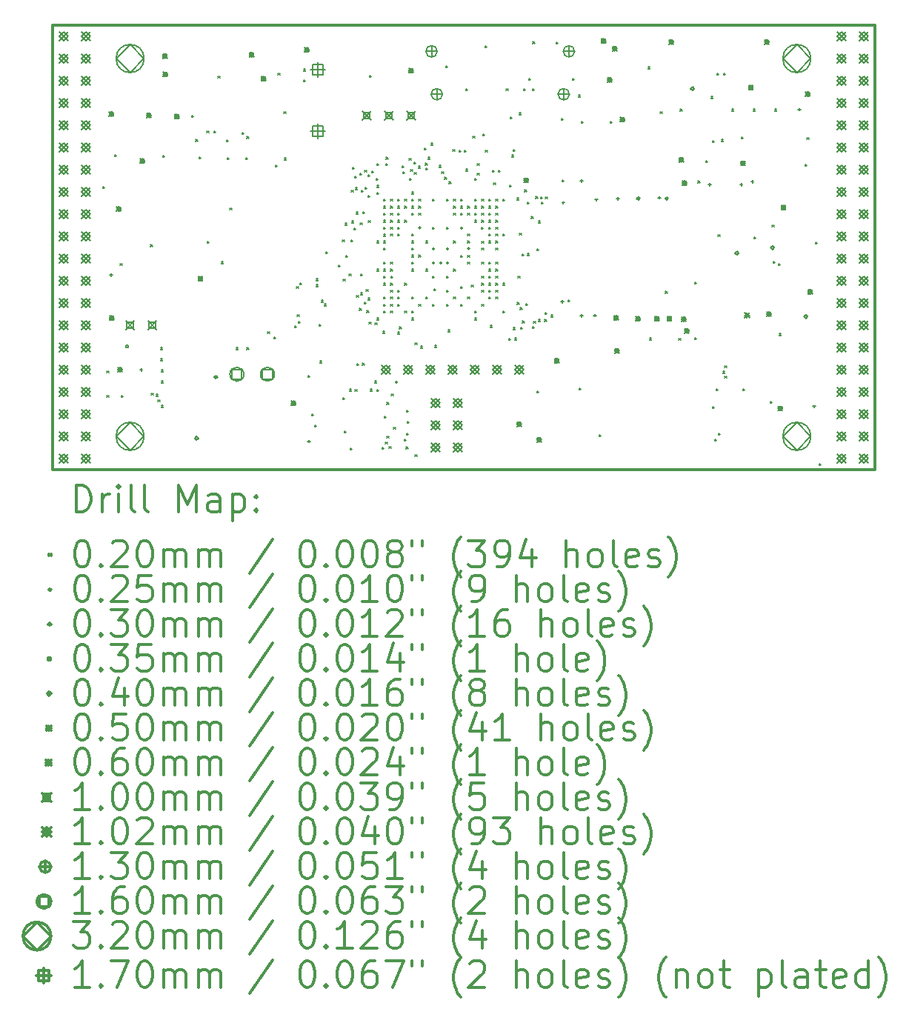
<source format=gbr>
%FSLAX45Y45*%
G04 Gerber Fmt 4.5, Leading zero omitted, Abs format (unit mm)*
G04 Created by KiCad (PCBNEW 5.0.0+dfsg1-1) date Mon Aug  6 01:24:22 2018*
%MOMM*%
%LPD*%
G01*
G04 APERTURE LIST*
%ADD10C,0.300000*%
%ADD11C,0.200000*%
G04 APERTURE END LIST*
D10*
X9410000Y-6142000D02*
X9410000Y-11222000D01*
X18808000Y-6142000D02*
X9410000Y-6142000D01*
X18808000Y-11222000D02*
X18808000Y-6142000D01*
X9410000Y-11222000D02*
X18808000Y-11222000D01*
D11*
X9990550Y-7986200D02*
X10010550Y-8006200D01*
X10010550Y-7986200D02*
X9990550Y-8006200D01*
X10035000Y-10094400D02*
X10055000Y-10114400D01*
X10055000Y-10094400D02*
X10035000Y-10114400D01*
X10035000Y-10373800D02*
X10055000Y-10393800D01*
X10055000Y-10373800D02*
X10035000Y-10393800D01*
X10125400Y-7619700D02*
X10145400Y-7639700D01*
X10145400Y-7619700D02*
X10125400Y-7639700D01*
X10187400Y-8868850D02*
X10207400Y-8888850D01*
X10207400Y-8868850D02*
X10187400Y-8888850D01*
X10200100Y-10373800D02*
X10220100Y-10393800D01*
X10220100Y-10373800D02*
X10200100Y-10393800D01*
X10535450Y-8649900D02*
X10555450Y-8669900D01*
X10555450Y-8649900D02*
X10535450Y-8669900D01*
X10543000Y-10348400D02*
X10563000Y-10368400D01*
X10563000Y-10348400D02*
X10543000Y-10368400D01*
X10595970Y-10361643D02*
X10615970Y-10381643D01*
X10615970Y-10361643D02*
X10595970Y-10381643D01*
X10619200Y-10424600D02*
X10639200Y-10444600D01*
X10639200Y-10424600D02*
X10619200Y-10444600D01*
X10650950Y-9827700D02*
X10670950Y-9847700D01*
X10670950Y-9827700D02*
X10650950Y-9847700D01*
X10650950Y-9954700D02*
X10670950Y-9974700D01*
X10670950Y-9954700D02*
X10650950Y-9974700D01*
X10657300Y-10081700D02*
X10677300Y-10101700D01*
X10677300Y-10081700D02*
X10657300Y-10101700D01*
X10657300Y-10208701D02*
X10677300Y-10228701D01*
X10677300Y-10208701D02*
X10657300Y-10228701D01*
X10657300Y-10488100D02*
X10677300Y-10508100D01*
X10677300Y-10488100D02*
X10657300Y-10508100D01*
X10671500Y-7632400D02*
X10691500Y-7652400D01*
X10691500Y-7632400D02*
X10671500Y-7652400D01*
X11001700Y-7175200D02*
X11021700Y-7195200D01*
X11021700Y-7175200D02*
X11001700Y-7195200D01*
X11049908Y-7448938D02*
X11069908Y-7468938D01*
X11069908Y-7448938D02*
X11049908Y-7468938D01*
X11090600Y-7645100D02*
X11110600Y-7665100D01*
X11110600Y-7645100D02*
X11090600Y-7665100D01*
X11178000Y-7350000D02*
X11198000Y-7370000D01*
X11198000Y-7350000D02*
X11178000Y-7370000D01*
X11179522Y-8615379D02*
X11199522Y-8635379D01*
X11199522Y-8615379D02*
X11179522Y-8635379D01*
X11258000Y-7350000D02*
X11278000Y-7370000D01*
X11278000Y-7350000D02*
X11258000Y-7370000D01*
X11305725Y-6724363D02*
X11325725Y-6744363D01*
X11325725Y-6724363D02*
X11305725Y-6744363D01*
X11344600Y-8845973D02*
X11364600Y-8865973D01*
X11364600Y-8845973D02*
X11344600Y-8865973D01*
X11400408Y-7451220D02*
X11420408Y-7471220D01*
X11420408Y-7451220D02*
X11400408Y-7471220D01*
X11408100Y-7657800D02*
X11428100Y-7677800D01*
X11428100Y-7657800D02*
X11408100Y-7677800D01*
X11441393Y-8230943D02*
X11461393Y-8250943D01*
X11461393Y-8230943D02*
X11441393Y-8250943D01*
X11514550Y-9827700D02*
X11534550Y-9847700D01*
X11534550Y-9827700D02*
X11514550Y-9847700D01*
X11578000Y-7370000D02*
X11598000Y-7390000D01*
X11598000Y-7370000D02*
X11578000Y-7390000D01*
X11624000Y-7657800D02*
X11644000Y-7677800D01*
X11644000Y-7657800D02*
X11624000Y-7677800D01*
X11633852Y-9827700D02*
X11653852Y-9847700D01*
X11653852Y-9827700D02*
X11633852Y-9847700D01*
X11635200Y-7414700D02*
X11655200Y-7434700D01*
X11655200Y-7414700D02*
X11635200Y-7434700D01*
X11870412Y-9644112D02*
X11890412Y-9664112D01*
X11890412Y-9644112D02*
X11870412Y-9664112D01*
X11941500Y-9702500D02*
X11961500Y-9722500D01*
X11961500Y-9702500D02*
X11941500Y-9722500D01*
X11959215Y-7739412D02*
X11979215Y-7759412D01*
X11979215Y-7739412D02*
X11959215Y-7759412D01*
X11990800Y-6690800D02*
X12010800Y-6710800D01*
X12010800Y-6690800D02*
X11990800Y-6710800D01*
X12056498Y-7133651D02*
X12076498Y-7153651D01*
X12076498Y-7133651D02*
X12056498Y-7153651D01*
X12063993Y-7659408D02*
X12083993Y-7679408D01*
X12083993Y-7659408D02*
X12063993Y-7679408D01*
X12182800Y-9575500D02*
X12202800Y-9595500D01*
X12202800Y-9575500D02*
X12182800Y-9595500D01*
X12201657Y-9128657D02*
X12221657Y-9148657D01*
X12221657Y-9128657D02*
X12201657Y-9148657D01*
X12210364Y-9448538D02*
X12230364Y-9468538D01*
X12230364Y-9448538D02*
X12210364Y-9468538D01*
X12220900Y-9524700D02*
X12240900Y-9544700D01*
X12240900Y-9524700D02*
X12220900Y-9544700D01*
X12242096Y-9088217D02*
X12262096Y-9108217D01*
X12262096Y-9088217D02*
X12242096Y-9108217D01*
X12282618Y-6643232D02*
X12302618Y-6663232D01*
X12302618Y-6643232D02*
X12282618Y-6663232D01*
X12284400Y-6768800D02*
X12304400Y-6788800D01*
X12304400Y-6768800D02*
X12284400Y-6788800D01*
X12332545Y-10146435D02*
X12352545Y-10166435D01*
X12352545Y-10146435D02*
X12332545Y-10166435D01*
X12376349Y-10586650D02*
X12396349Y-10606650D01*
X12396349Y-10586650D02*
X12376349Y-10606650D01*
X12410242Y-10710764D02*
X12430242Y-10730764D01*
X12430242Y-10710764D02*
X12410242Y-10730764D01*
X12423701Y-9107100D02*
X12443701Y-9127100D01*
X12443701Y-9107100D02*
X12423701Y-9127100D01*
X12423702Y-9038791D02*
X12443702Y-9058791D01*
X12443702Y-9038791D02*
X12423702Y-9058791D01*
X12460700Y-9561000D02*
X12480700Y-9581000D01*
X12480700Y-9561000D02*
X12460700Y-9581000D01*
X12467050Y-9980100D02*
X12487050Y-10000100D01*
X12487050Y-9980100D02*
X12467050Y-10000100D01*
X12486399Y-9285661D02*
X12506399Y-9305661D01*
X12506399Y-9285661D02*
X12486399Y-9305661D01*
X12519149Y-9329350D02*
X12539149Y-9349350D01*
X12539149Y-9329350D02*
X12519149Y-9349350D01*
X12538837Y-8731087D02*
X12558837Y-8751087D01*
X12558837Y-8731087D02*
X12538837Y-8751087D01*
X12682329Y-8882979D02*
X12702329Y-8902979D01*
X12702329Y-8882979D02*
X12682329Y-8902979D01*
X12727400Y-8595800D02*
X12747400Y-8615800D01*
X12747400Y-8595800D02*
X12727400Y-8615800D01*
X12731909Y-10397773D02*
X12751909Y-10417773D01*
X12751909Y-10397773D02*
X12731909Y-10417773D01*
X12733834Y-9045740D02*
X12753834Y-9065740D01*
X12753834Y-9045740D02*
X12733834Y-9065740D01*
X12748660Y-10777504D02*
X12768660Y-10797504D01*
X12768660Y-10777504D02*
X12748660Y-10797504D01*
X12759150Y-8405300D02*
X12779150Y-8425300D01*
X12779150Y-8405300D02*
X12759150Y-8425300D01*
X12764768Y-8776012D02*
X12784768Y-8796012D01*
X12784768Y-8776012D02*
X12764768Y-8796012D01*
X12803218Y-8983018D02*
X12823218Y-9003018D01*
X12823218Y-8983018D02*
X12803218Y-9003018D01*
X12808750Y-10300900D02*
X12828750Y-10320900D01*
X12828750Y-10300900D02*
X12808750Y-10320900D01*
X12815100Y-10974000D02*
X12835100Y-10994000D01*
X12835100Y-10974000D02*
X12815100Y-10994000D01*
X12824072Y-8596207D02*
X12844072Y-8616207D01*
X12844072Y-8596207D02*
X12824072Y-8616207D01*
X12829000Y-8030650D02*
X12849000Y-8050650D01*
X12849000Y-8030650D02*
X12829000Y-8050650D01*
X12835350Y-8379900D02*
X12855350Y-8399900D01*
X12855350Y-8379900D02*
X12835350Y-8399900D01*
X12841700Y-7765451D02*
X12861700Y-7785451D01*
X12861700Y-7765451D02*
X12841700Y-7785451D01*
X12860114Y-8462438D02*
X12880114Y-8482438D01*
X12880114Y-8462438D02*
X12860114Y-8482438D01*
X12867100Y-7865550D02*
X12887100Y-7885550D01*
X12887100Y-7865550D02*
X12867100Y-7885550D01*
X12870682Y-10308590D02*
X12890682Y-10328590D01*
X12890682Y-10308590D02*
X12870682Y-10328590D01*
X12873450Y-7998900D02*
X12893450Y-8018900D01*
X12893450Y-7998900D02*
X12873450Y-8018900D01*
X12886150Y-8278300D02*
X12906150Y-8298300D01*
X12906150Y-8278300D02*
X12886150Y-8298300D01*
X12886283Y-9229083D02*
X12906283Y-9249083D01*
X12906283Y-9229083D02*
X12886283Y-9249083D01*
X12890520Y-10007480D02*
X12910520Y-10027480D01*
X12910520Y-10007480D02*
X12890520Y-10027480D01*
X12921835Y-9377845D02*
X12941835Y-9397845D01*
X12941835Y-9377845D02*
X12921835Y-9397845D01*
X12924250Y-7833800D02*
X12944250Y-7853800D01*
X12944250Y-7833800D02*
X12924250Y-7853800D01*
X12930501Y-8400852D02*
X12950501Y-8420852D01*
X12950501Y-8400852D02*
X12930501Y-8420852D01*
X12934924Y-8983794D02*
X12954924Y-9003794D01*
X12954924Y-8983794D02*
X12934924Y-9003794D01*
X12935750Y-9202350D02*
X12955750Y-9222350D01*
X12955750Y-9202350D02*
X12935750Y-9222350D01*
X12940751Y-8030650D02*
X12960751Y-8050650D01*
X12960751Y-8030650D02*
X12940751Y-8050650D01*
X12956000Y-10005500D02*
X12976000Y-10025500D01*
X12976000Y-10005500D02*
X12956000Y-10025500D01*
X12962350Y-8273851D02*
X12982350Y-8293851D01*
X12982350Y-8273851D02*
X12962350Y-8293851D01*
X12976189Y-9308896D02*
X12996189Y-9328896D01*
X12996189Y-9308896D02*
X12976189Y-9328896D01*
X12981400Y-7802050D02*
X13001400Y-7822050D01*
X13001400Y-7802050D02*
X12981400Y-7822050D01*
X12984711Y-7994431D02*
X13004711Y-8014431D01*
X13004711Y-7994431D02*
X12984711Y-8014431D01*
X12999250Y-9164250D02*
X13019250Y-9184250D01*
X13019250Y-9164250D02*
X12999250Y-9184250D01*
X13007618Y-9405227D02*
X13027618Y-9425227D01*
X13027618Y-9405227D02*
X13007618Y-9425227D01*
X13018300Y-9259500D02*
X13038300Y-9279500D01*
X13038300Y-9259500D02*
X13018300Y-9279500D01*
X13018305Y-7852464D02*
X13038305Y-7872464D01*
X13038305Y-7852464D02*
X13018305Y-7872464D01*
X13019500Y-8087800D02*
X13039500Y-8107800D01*
X13039500Y-8087800D02*
X13019500Y-8107800D01*
X13023410Y-8375410D02*
X13043410Y-8395410D01*
X13043410Y-8375410D02*
X13023410Y-8395410D01*
X13030548Y-9536431D02*
X13050548Y-9556431D01*
X13050548Y-9536431D02*
X13030548Y-9556431D01*
X13033700Y-6718000D02*
X13053700Y-6738000D01*
X13053700Y-6718000D02*
X13033700Y-6738000D01*
X13043700Y-10300900D02*
X13063700Y-10320900D01*
X13063700Y-10300900D02*
X13043700Y-10320900D01*
X13063950Y-7808400D02*
X13083950Y-7828400D01*
X13083950Y-7808400D02*
X13063950Y-7828400D01*
X13093907Y-10208700D02*
X13113907Y-10228700D01*
X13113907Y-10208700D02*
X13093907Y-10228700D01*
X13098471Y-9546418D02*
X13118471Y-9566418D01*
X13118471Y-9546418D02*
X13098471Y-9566418D01*
X13114818Y-7892343D02*
X13134818Y-7912343D01*
X13134818Y-7892343D02*
X13114818Y-7912343D01*
X13118000Y-8052363D02*
X13138000Y-8072363D01*
X13138000Y-8052363D02*
X13118000Y-8072363D01*
X13118000Y-8610000D02*
X13138000Y-8630000D01*
X13138000Y-8610000D02*
X13118000Y-8630000D01*
X13118000Y-8930000D02*
X13138000Y-8950000D01*
X13138000Y-8930000D02*
X13118000Y-8950000D01*
X13118000Y-9490000D02*
X13138000Y-9510000D01*
X13138000Y-9490000D02*
X13118000Y-9510000D01*
X13118565Y-7722735D02*
X13138565Y-7742735D01*
X13138565Y-7722735D02*
X13118565Y-7742735D01*
X13119785Y-7972345D02*
X13139785Y-7992345D01*
X13139785Y-7972345D02*
X13119785Y-7992345D01*
X13119900Y-10307250D02*
X13139900Y-10327250D01*
X13139900Y-10307250D02*
X13119900Y-10327250D01*
X13178250Y-10964350D02*
X13198250Y-10984350D01*
X13198250Y-10964350D02*
X13178250Y-10984350D01*
X13189750Y-9640500D02*
X13209750Y-9660500D01*
X13209750Y-9640500D02*
X13189750Y-9660500D01*
X13197734Y-9090201D02*
X13217734Y-9110201D01*
X13217734Y-9090201D02*
X13197734Y-9110201D01*
X13198000Y-8130000D02*
X13218000Y-8150000D01*
X13218000Y-8130000D02*
X13198000Y-8150000D01*
X13198000Y-8210000D02*
X13218000Y-8230000D01*
X13218000Y-8210000D02*
X13198000Y-8230000D01*
X13198000Y-8290000D02*
X13218000Y-8310000D01*
X13218000Y-8290000D02*
X13198000Y-8310000D01*
X13198000Y-8370000D02*
X13218000Y-8390000D01*
X13218000Y-8370000D02*
X13198000Y-8390000D01*
X13198000Y-8450000D02*
X13218000Y-8470000D01*
X13218000Y-8450000D02*
X13198000Y-8470000D01*
X13198000Y-8531500D02*
X13218000Y-8551500D01*
X13218000Y-8531500D02*
X13198000Y-8551500D01*
X13198000Y-8610000D02*
X13218000Y-8630000D01*
X13218000Y-8610000D02*
X13198000Y-8630000D01*
X13198000Y-8690000D02*
X13218000Y-8710000D01*
X13218000Y-8690000D02*
X13198000Y-8710000D01*
X13198000Y-8850000D02*
X13218000Y-8870000D01*
X13218000Y-8850000D02*
X13198000Y-8870000D01*
X13198000Y-8930000D02*
X13218000Y-8950000D01*
X13218000Y-8930000D02*
X13198000Y-8950000D01*
X13198000Y-9010000D02*
X13218000Y-9030000D01*
X13218000Y-9010000D02*
X13198000Y-9030000D01*
X13198000Y-9250000D02*
X13218000Y-9270000D01*
X13218000Y-9250000D02*
X13198000Y-9270000D01*
X13198000Y-9330000D02*
X13218000Y-9350000D01*
X13218000Y-9330000D02*
X13198000Y-9350000D01*
X13198000Y-9410000D02*
X13218000Y-9430000D01*
X13218000Y-9410000D02*
X13198000Y-9430000D01*
X13206286Y-10608587D02*
X13226286Y-10628587D01*
X13226286Y-10608587D02*
X13206286Y-10628587D01*
X13217511Y-10908296D02*
X13237511Y-10928296D01*
X13237511Y-10908296D02*
X13217511Y-10928296D01*
X13220903Y-7724256D02*
X13240903Y-7744256D01*
X13240903Y-7724256D02*
X13220903Y-7744256D01*
X13227850Y-7652950D02*
X13247850Y-7672950D01*
X13247850Y-7652950D02*
X13227850Y-7672950D01*
X13234200Y-10453300D02*
X13254200Y-10473300D01*
X13254200Y-10453300D02*
X13234200Y-10473300D01*
X13234200Y-10840650D02*
X13254200Y-10860650D01*
X13254200Y-10840650D02*
X13234200Y-10860650D01*
X13260800Y-10958000D02*
X13280800Y-10978000D01*
X13280800Y-10958000D02*
X13260800Y-10978000D01*
X13278000Y-8130000D02*
X13298000Y-8150000D01*
X13298000Y-8130000D02*
X13278000Y-8150000D01*
X13278000Y-8210000D02*
X13298000Y-8230000D01*
X13298000Y-8210000D02*
X13278000Y-8230000D01*
X13278000Y-8290000D02*
X13298000Y-8310000D01*
X13298000Y-8290000D02*
X13278000Y-8310000D01*
X13278000Y-8370000D02*
X13298000Y-8390000D01*
X13298000Y-8370000D02*
X13278000Y-8390000D01*
X13278000Y-8450000D02*
X13298000Y-8470000D01*
X13298000Y-8450000D02*
X13278000Y-8470000D01*
X13278000Y-8530000D02*
X13298000Y-8550000D01*
X13298000Y-8530000D02*
X13278000Y-8550000D01*
X13278000Y-8850000D02*
X13298000Y-8870000D01*
X13298000Y-8850000D02*
X13278000Y-8870000D01*
X13278000Y-8930000D02*
X13298000Y-8950000D01*
X13298000Y-8930000D02*
X13278000Y-8950000D01*
X13278000Y-9090000D02*
X13298000Y-9110000D01*
X13298000Y-9090000D02*
X13278000Y-9110000D01*
X13278000Y-9170000D02*
X13298000Y-9190000D01*
X13298000Y-9170000D02*
X13278000Y-9190000D01*
X13278000Y-9250000D02*
X13298000Y-9270000D01*
X13298000Y-9250000D02*
X13278000Y-9270000D01*
X13278000Y-9330000D02*
X13298000Y-9350000D01*
X13298000Y-9330000D02*
X13278000Y-9350000D01*
X13278000Y-9410000D02*
X13298000Y-9430000D01*
X13298000Y-9410000D02*
X13278000Y-9430000D01*
X13280000Y-9008000D02*
X13300000Y-9028000D01*
X13300000Y-9008000D02*
X13280000Y-9028000D01*
X13285000Y-10358050D02*
X13305000Y-10378050D01*
X13305000Y-10358050D02*
X13285000Y-10378050D01*
X13311600Y-10736500D02*
X13331600Y-10756500D01*
X13331600Y-10736500D02*
X13311600Y-10756500D01*
X13358000Y-8130000D02*
X13378000Y-8150000D01*
X13378000Y-8130000D02*
X13358000Y-8150000D01*
X13358000Y-8210000D02*
X13378000Y-8230000D01*
X13378000Y-8210000D02*
X13358000Y-8230000D01*
X13358000Y-8290000D02*
X13378000Y-8310000D01*
X13378000Y-8290000D02*
X13358000Y-8310000D01*
X13358000Y-8370000D02*
X13378000Y-8390000D01*
X13378000Y-8370000D02*
X13358000Y-8390000D01*
X13358000Y-8450000D02*
X13378000Y-8470000D01*
X13378000Y-8450000D02*
X13358000Y-8470000D01*
X13358000Y-8530000D02*
X13378000Y-8550000D01*
X13378000Y-8530000D02*
X13358000Y-8550000D01*
X13358000Y-9170000D02*
X13378000Y-9190000D01*
X13378000Y-9170000D02*
X13358000Y-9190000D01*
X13358000Y-9250000D02*
X13378000Y-9270000D01*
X13378000Y-9250000D02*
X13358000Y-9270000D01*
X13358000Y-9330000D02*
X13378000Y-9350000D01*
X13378000Y-9330000D02*
X13358000Y-9350000D01*
X13358000Y-9650000D02*
X13378000Y-9670000D01*
X13378000Y-9650000D02*
X13358000Y-9670000D01*
X13378000Y-9590000D02*
X13398000Y-9610000D01*
X13398000Y-9590000D02*
X13378000Y-9610000D01*
X13411163Y-7748395D02*
X13431163Y-7768395D01*
X13431163Y-7748395D02*
X13411163Y-7768395D01*
X13415020Y-7815418D02*
X13435020Y-7835418D01*
X13435020Y-7815418D02*
X13415020Y-7835418D01*
X13436400Y-10874197D02*
X13456400Y-10894197D01*
X13456400Y-10874197D02*
X13436400Y-10894197D01*
X13438000Y-8130000D02*
X13458000Y-8150000D01*
X13458000Y-8130000D02*
X13438000Y-8150000D01*
X13438000Y-8210000D02*
X13458000Y-8230000D01*
X13458000Y-8210000D02*
X13438000Y-8230000D01*
X13438000Y-8370000D02*
X13458000Y-8390000D01*
X13458000Y-8370000D02*
X13438000Y-8390000D01*
X13438000Y-9090000D02*
X13458000Y-9110000D01*
X13458000Y-9090000D02*
X13438000Y-9110000D01*
X13438000Y-9410000D02*
X13458000Y-9430000D01*
X13458000Y-9410000D02*
X13438000Y-9430000D01*
X13453687Y-10961995D02*
X13473687Y-10981995D01*
X13473687Y-10961995D02*
X13453687Y-10981995D01*
X13457587Y-10803159D02*
X13477587Y-10823159D01*
X13477587Y-10803159D02*
X13457587Y-10823159D01*
X13460735Y-10540845D02*
X13480735Y-10560845D01*
X13480735Y-10540845D02*
X13460735Y-10560845D01*
X13465065Y-10671051D02*
X13485065Y-10691051D01*
X13485065Y-10671051D02*
X13465065Y-10691051D01*
X13489399Y-7662350D02*
X13509399Y-7682350D01*
X13509399Y-7662350D02*
X13489399Y-7682350D01*
X13492132Y-7892495D02*
X13512132Y-7912495D01*
X13512132Y-7892495D02*
X13492132Y-7912495D01*
X13507250Y-7792650D02*
X13527250Y-7812650D01*
X13527250Y-7792650D02*
X13507250Y-7812650D01*
X13518000Y-8050000D02*
X13538000Y-8070000D01*
X13538000Y-8050000D02*
X13518000Y-8070000D01*
X13518000Y-8130000D02*
X13538000Y-8150000D01*
X13538000Y-8130000D02*
X13518000Y-8150000D01*
X13518000Y-8210000D02*
X13538000Y-8230000D01*
X13538000Y-8210000D02*
X13518000Y-8230000D01*
X13518000Y-8290000D02*
X13538000Y-8310000D01*
X13538000Y-8290000D02*
X13518000Y-8310000D01*
X13518000Y-8530000D02*
X13538000Y-8550000D01*
X13538000Y-8530000D02*
X13518000Y-8550000D01*
X13518000Y-8610000D02*
X13538000Y-8630000D01*
X13538000Y-8610000D02*
X13518000Y-8630000D01*
X13518000Y-8690000D02*
X13538000Y-8710000D01*
X13538000Y-8690000D02*
X13518000Y-8710000D01*
X13518000Y-8770000D02*
X13538000Y-8790000D01*
X13538000Y-8770000D02*
X13518000Y-8790000D01*
X13518000Y-8850000D02*
X13538000Y-8870000D01*
X13538000Y-8850000D02*
X13518000Y-8870000D01*
X13518000Y-8930000D02*
X13538000Y-8950000D01*
X13538000Y-8930000D02*
X13518000Y-8950000D01*
X13518000Y-9250000D02*
X13538000Y-9270000D01*
X13538000Y-9250000D02*
X13518000Y-9270000D01*
X13518000Y-9410000D02*
X13538000Y-9430000D01*
X13538000Y-9410000D02*
X13518000Y-9430000D01*
X13518000Y-9490000D02*
X13538000Y-9510000D01*
X13538000Y-9490000D02*
X13518000Y-9510000D01*
X13546550Y-7706800D02*
X13566550Y-7726800D01*
X13566550Y-7706800D02*
X13546550Y-7726800D01*
X13549150Y-7827659D02*
X13569150Y-7847659D01*
X13569150Y-7827659D02*
X13549150Y-7847659D01*
X13555656Y-11051071D02*
X13575656Y-11071071D01*
X13575656Y-11051071D02*
X13555656Y-11071071D01*
X13558000Y-9770000D02*
X13578000Y-9790000D01*
X13578000Y-9770000D02*
X13558000Y-9790000D01*
X13594882Y-7754550D02*
X13614882Y-7774550D01*
X13614882Y-7754550D02*
X13594882Y-7774550D01*
X13598000Y-8130000D02*
X13618000Y-8150000D01*
X13618000Y-8130000D02*
X13598000Y-8150000D01*
X13598000Y-8210000D02*
X13618000Y-8230000D01*
X13618000Y-8210000D02*
X13598000Y-8230000D01*
X13598000Y-8290000D02*
X13618000Y-8310000D01*
X13618000Y-8290000D02*
X13598000Y-8310000D01*
X13598000Y-8770000D02*
X13618000Y-8790000D01*
X13618000Y-8770000D02*
X13598000Y-8790000D01*
X13598000Y-9330000D02*
X13618000Y-9350000D01*
X13618000Y-9330000D02*
X13598000Y-9350000D01*
X13618000Y-9810000D02*
X13638000Y-9830000D01*
X13638000Y-9810000D02*
X13618000Y-9830000D01*
X13664259Y-7547941D02*
X13684259Y-7567941D01*
X13684259Y-7547941D02*
X13664259Y-7567941D01*
X13676320Y-7718760D02*
X13696320Y-7738760D01*
X13696320Y-7718760D02*
X13676320Y-7738760D01*
X13678000Y-8610000D02*
X13698000Y-8630000D01*
X13698000Y-8610000D02*
X13678000Y-8630000D01*
X13678000Y-8930000D02*
X13698000Y-8950000D01*
X13698000Y-8930000D02*
X13678000Y-8950000D01*
X13678000Y-9250000D02*
X13698000Y-9270000D01*
X13698000Y-9250000D02*
X13678000Y-9270000D01*
X13679461Y-7776107D02*
X13699461Y-7796107D01*
X13699461Y-7776107D02*
X13679461Y-7796107D01*
X13707437Y-7652487D02*
X13727437Y-7672487D01*
X13727437Y-7652487D02*
X13707437Y-7672487D01*
X13738000Y-7490000D02*
X13758000Y-7510000D01*
X13758000Y-7490000D02*
X13738000Y-7510000D01*
X13758000Y-8130000D02*
X13778000Y-8150000D01*
X13778000Y-8130000D02*
X13758000Y-8150000D01*
X13758000Y-8450000D02*
X13778000Y-8470000D01*
X13778000Y-8450000D02*
X13758000Y-8470000D01*
X13758000Y-9010000D02*
X13778000Y-9030000D01*
X13778000Y-9010000D02*
X13758000Y-9030000D01*
X13758000Y-9330000D02*
X13778000Y-9350000D01*
X13778000Y-9330000D02*
X13758000Y-9350000D01*
X13770300Y-9156400D02*
X13790300Y-9176400D01*
X13790300Y-9156400D02*
X13770300Y-9176400D01*
X13781499Y-9802300D02*
X13801499Y-9822300D01*
X13801499Y-9802300D02*
X13781499Y-9822300D01*
X13830592Y-7745154D02*
X13850592Y-7765154D01*
X13850592Y-7745154D02*
X13830592Y-7765154D01*
X13862850Y-7818050D02*
X13882850Y-7838050D01*
X13882850Y-7818050D02*
X13862850Y-7838050D01*
X13894600Y-7881550D02*
X13914600Y-7901550D01*
X13914600Y-7881550D02*
X13894600Y-7901550D01*
X13910000Y-6603700D02*
X13930000Y-6623700D01*
X13930000Y-6603700D02*
X13910000Y-6623700D01*
X13918000Y-8130000D02*
X13938000Y-8150000D01*
X13938000Y-8130000D02*
X13918000Y-8150000D01*
X13918000Y-8450000D02*
X13938000Y-8470000D01*
X13938000Y-8450000D02*
X13918000Y-8470000D01*
X13918000Y-9010000D02*
X13938000Y-9030000D01*
X13938000Y-9010000D02*
X13918000Y-9030000D01*
X13918000Y-9170000D02*
X13938000Y-9190000D01*
X13938000Y-9170000D02*
X13918000Y-9190000D01*
X13918000Y-9330000D02*
X13938000Y-9350000D01*
X13938000Y-9330000D02*
X13918000Y-9350000D01*
X13933900Y-9624500D02*
X13953900Y-9644500D01*
X13953900Y-9624500D02*
X13933900Y-9644500D01*
X13945400Y-7932350D02*
X13965400Y-7952350D01*
X13965400Y-7932350D02*
X13945400Y-7952350D01*
X13989352Y-7565171D02*
X14009352Y-7585171D01*
X14009352Y-7565171D02*
X13989352Y-7585171D01*
X13996000Y-8292000D02*
X14016000Y-8312000D01*
X14016000Y-8292000D02*
X13996000Y-8312000D01*
X13998000Y-8130000D02*
X14018000Y-8150000D01*
X14018000Y-8130000D02*
X13998000Y-8150000D01*
X13998000Y-8210000D02*
X14018000Y-8230000D01*
X14018000Y-8210000D02*
X13998000Y-8230000D01*
X13998000Y-8610000D02*
X14018000Y-8630000D01*
X14018000Y-8610000D02*
X13998000Y-8630000D01*
X13998000Y-8930000D02*
X14018000Y-8950000D01*
X14018000Y-8930000D02*
X13998000Y-8950000D01*
X13998000Y-9250000D02*
X14018000Y-9270000D01*
X14018000Y-9250000D02*
X13998000Y-9270000D01*
X14058000Y-7570000D02*
X14078000Y-7590000D01*
X14078000Y-7570000D02*
X14058000Y-7590000D01*
X14078000Y-8130000D02*
X14098000Y-8150000D01*
X14098000Y-8130000D02*
X14078000Y-8150000D01*
X14078000Y-8210000D02*
X14098000Y-8230000D01*
X14098000Y-8210000D02*
X14078000Y-8230000D01*
X14078000Y-8290000D02*
X14098000Y-8310000D01*
X14098000Y-8290000D02*
X14078000Y-8310000D01*
X14078000Y-9130000D02*
X14098000Y-9150000D01*
X14098000Y-9130000D02*
X14078000Y-9150000D01*
X14078000Y-9330000D02*
X14098000Y-9350000D01*
X14098000Y-9330000D02*
X14078000Y-9350000D01*
X14079623Y-8771623D02*
X14099623Y-8791623D01*
X14099623Y-8771623D02*
X14079623Y-8791623D01*
X14118000Y-7570000D02*
X14138000Y-7590000D01*
X14138000Y-7570000D02*
X14118000Y-7590000D01*
X14135900Y-7786300D02*
X14155900Y-7806300D01*
X14155900Y-7786300D02*
X14135900Y-7806300D01*
X14138000Y-6870000D02*
X14158000Y-6890000D01*
X14158000Y-6870000D02*
X14138000Y-6890000D01*
X14158000Y-8210000D02*
X14178000Y-8230000D01*
X14178000Y-8210000D02*
X14158000Y-8230000D01*
X14158000Y-8290000D02*
X14178000Y-8310000D01*
X14178000Y-8290000D02*
X14158000Y-8310000D01*
X14158000Y-8530000D02*
X14178000Y-8550000D01*
X14178000Y-8530000D02*
X14158000Y-8550000D01*
X14158000Y-8610000D02*
X14178000Y-8630000D01*
X14178000Y-8610000D02*
X14158000Y-8630000D01*
X14158000Y-8850000D02*
X14178000Y-8870000D01*
X14178000Y-8850000D02*
X14158000Y-8870000D01*
X14158000Y-9250000D02*
X14178000Y-9270000D01*
X14178000Y-9250000D02*
X14158000Y-9270000D01*
X14158027Y-8772746D02*
X14178027Y-8792746D01*
X14178027Y-8772746D02*
X14158027Y-8792746D01*
X14200722Y-9110102D02*
X14220722Y-9130102D01*
X14220722Y-9110102D02*
X14200722Y-9130102D01*
X14218000Y-7410000D02*
X14238000Y-7430000D01*
X14238000Y-7410000D02*
X14218000Y-7430000D01*
X14236000Y-8292000D02*
X14256000Y-8312000D01*
X14256000Y-8292000D02*
X14236000Y-8312000D01*
X14236377Y-7893109D02*
X14256377Y-7913109D01*
X14256377Y-7893109D02*
X14236377Y-7913109D01*
X14238000Y-8130000D02*
X14258000Y-8150000D01*
X14258000Y-8130000D02*
X14238000Y-8150000D01*
X14238000Y-8210000D02*
X14258000Y-8230000D01*
X14258000Y-8210000D02*
X14238000Y-8230000D01*
X14238000Y-8370000D02*
X14258000Y-8390000D01*
X14258000Y-8370000D02*
X14238000Y-8390000D01*
X14238000Y-9410000D02*
X14258000Y-9430000D01*
X14258000Y-9410000D02*
X14238000Y-9430000D01*
X14238000Y-9490000D02*
X14258000Y-9510000D01*
X14258000Y-9490000D02*
X14238000Y-9510000D01*
X14267329Y-7833800D02*
X14287329Y-7853800D01*
X14287329Y-7833800D02*
X14267329Y-7853800D01*
X14268583Y-7723660D02*
X14288583Y-7743660D01*
X14288583Y-7723660D02*
X14268583Y-7743660D01*
X14316000Y-8452000D02*
X14336000Y-8472000D01*
X14336000Y-8452000D02*
X14316000Y-8472000D01*
X14318000Y-8130000D02*
X14338000Y-8150000D01*
X14338000Y-8130000D02*
X14318000Y-8150000D01*
X14318000Y-8210000D02*
X14338000Y-8230000D01*
X14338000Y-8210000D02*
X14318000Y-8230000D01*
X14318000Y-8290000D02*
X14338000Y-8310000D01*
X14338000Y-8290000D02*
X14318000Y-8310000D01*
X14318000Y-8370000D02*
X14338000Y-8390000D01*
X14338000Y-8370000D02*
X14318000Y-8390000D01*
X14318000Y-8690000D02*
X14338000Y-8710000D01*
X14338000Y-8690000D02*
X14318000Y-8710000D01*
X14318000Y-8850000D02*
X14338000Y-8870000D01*
X14338000Y-8850000D02*
X14318000Y-8870000D01*
X14318000Y-9010000D02*
X14338000Y-9030000D01*
X14338000Y-9010000D02*
X14318000Y-9030000D01*
X14318000Y-9090000D02*
X14338000Y-9110000D01*
X14338000Y-9090000D02*
X14318000Y-9110000D01*
X14318000Y-9170000D02*
X14338000Y-9190000D01*
X14338000Y-9170000D02*
X14318000Y-9190000D01*
X14318000Y-9330000D02*
X14338000Y-9350000D01*
X14338000Y-9330000D02*
X14318000Y-9350000D01*
X14320000Y-8612000D02*
X14340000Y-8632000D01*
X14340000Y-8612000D02*
X14320000Y-8632000D01*
X14331863Y-7387513D02*
X14351863Y-7407513D01*
X14351863Y-7387513D02*
X14331863Y-7407513D01*
X14355067Y-6376252D02*
X14375067Y-6396252D01*
X14375067Y-6376252D02*
X14355067Y-6396252D01*
X14360888Y-7571730D02*
X14380888Y-7591730D01*
X14380888Y-7571730D02*
X14360888Y-7591730D01*
X14398000Y-8130000D02*
X14418000Y-8150000D01*
X14418000Y-8130000D02*
X14398000Y-8150000D01*
X14398000Y-8210000D02*
X14418000Y-8230000D01*
X14418000Y-8210000D02*
X14398000Y-8230000D01*
X14398000Y-8290000D02*
X14418000Y-8310000D01*
X14418000Y-8290000D02*
X14398000Y-8310000D01*
X14398000Y-8370000D02*
X14418000Y-8390000D01*
X14418000Y-8370000D02*
X14398000Y-8390000D01*
X14398000Y-8450000D02*
X14418000Y-8470000D01*
X14418000Y-8450000D02*
X14398000Y-8470000D01*
X14398000Y-8530000D02*
X14418000Y-8550000D01*
X14418000Y-8530000D02*
X14398000Y-8550000D01*
X14398000Y-8610000D02*
X14418000Y-8630000D01*
X14418000Y-8610000D02*
X14398000Y-8630000D01*
X14398000Y-8850000D02*
X14418000Y-8870000D01*
X14418000Y-8850000D02*
X14398000Y-8870000D01*
X14398000Y-8930000D02*
X14418000Y-8950000D01*
X14418000Y-8930000D02*
X14398000Y-8950000D01*
X14398000Y-9010000D02*
X14418000Y-9030000D01*
X14418000Y-9010000D02*
X14398000Y-9030000D01*
X14398000Y-9090000D02*
X14418000Y-9110000D01*
X14418000Y-9090000D02*
X14398000Y-9110000D01*
X14398000Y-9170000D02*
X14418000Y-9190000D01*
X14418000Y-9170000D02*
X14398000Y-9190000D01*
X14398000Y-9250000D02*
X14418000Y-9270000D01*
X14418000Y-9250000D02*
X14398000Y-9270000D01*
X14416499Y-9573700D02*
X14436499Y-9593700D01*
X14436499Y-9573700D02*
X14416499Y-9593700D01*
X14441900Y-7802050D02*
X14461900Y-7822050D01*
X14461900Y-7802050D02*
X14441900Y-7822050D01*
X14453400Y-7942279D02*
X14473400Y-7962279D01*
X14473400Y-7942279D02*
X14453400Y-7962279D01*
X14478000Y-8130000D02*
X14498000Y-8150000D01*
X14498000Y-8130000D02*
X14478000Y-8150000D01*
X14478000Y-8210000D02*
X14498000Y-8230000D01*
X14498000Y-8210000D02*
X14478000Y-8230000D01*
X14478000Y-8290000D02*
X14498000Y-8310000D01*
X14498000Y-8290000D02*
X14478000Y-8310000D01*
X14478000Y-8370000D02*
X14498000Y-8390000D01*
X14498000Y-8370000D02*
X14478000Y-8390000D01*
X14478000Y-8450000D02*
X14498000Y-8470000D01*
X14498000Y-8450000D02*
X14478000Y-8470000D01*
X14478000Y-8530000D02*
X14498000Y-8550000D01*
X14498000Y-8530000D02*
X14478000Y-8550000D01*
X14478000Y-8610000D02*
X14498000Y-8630000D01*
X14498000Y-8610000D02*
X14478000Y-8630000D01*
X14478000Y-8690000D02*
X14498000Y-8710000D01*
X14498000Y-8690000D02*
X14478000Y-8710000D01*
X14478000Y-8850000D02*
X14498000Y-8870000D01*
X14498000Y-8850000D02*
X14478000Y-8870000D01*
X14478000Y-8930000D02*
X14498000Y-8950000D01*
X14498000Y-8930000D02*
X14478000Y-8950000D01*
X14478000Y-9010000D02*
X14498000Y-9030000D01*
X14498000Y-9010000D02*
X14478000Y-9030000D01*
X14478000Y-9090000D02*
X14498000Y-9110000D01*
X14498000Y-9090000D02*
X14478000Y-9110000D01*
X14478000Y-9170000D02*
X14498000Y-9190000D01*
X14498000Y-9170000D02*
X14478000Y-9190000D01*
X14478000Y-9250000D02*
X14498000Y-9270000D01*
X14498000Y-9250000D02*
X14478000Y-9270000D01*
X14511750Y-7802050D02*
X14531750Y-7822050D01*
X14531750Y-7802050D02*
X14511750Y-7822050D01*
X14558000Y-8130000D02*
X14578000Y-8150000D01*
X14578000Y-8130000D02*
X14558000Y-8150000D01*
X14558000Y-8530000D02*
X14578000Y-8550000D01*
X14578000Y-8530000D02*
X14558000Y-8550000D01*
X14558000Y-9090000D02*
X14578000Y-9110000D01*
X14578000Y-9090000D02*
X14558000Y-9110000D01*
X14558000Y-9410000D02*
X14578000Y-9430000D01*
X14578000Y-9410000D02*
X14558000Y-9430000D01*
X14598000Y-6870000D02*
X14618000Y-6890000D01*
X14618000Y-6870000D02*
X14598000Y-6890000D01*
X14629479Y-9723392D02*
X14649479Y-9743392D01*
X14649479Y-9723392D02*
X14629479Y-9743392D01*
X14638141Y-7971938D02*
X14658141Y-7991938D01*
X14658141Y-7971938D02*
X14638141Y-7991938D01*
X14646600Y-7187799D02*
X14666600Y-7207799D01*
X14666600Y-7187799D02*
X14646600Y-7207799D01*
X14660029Y-7625502D02*
X14680029Y-7645502D01*
X14680029Y-7625502D02*
X14660029Y-7645502D01*
X14676850Y-7560750D02*
X14696850Y-7580750D01*
X14696850Y-7560750D02*
X14676850Y-7580750D01*
X14678513Y-9600483D02*
X14698513Y-9620483D01*
X14698513Y-9600483D02*
X14678513Y-9620483D01*
X14694701Y-9716700D02*
X14714701Y-9736700D01*
X14714701Y-9716700D02*
X14694701Y-9736700D01*
X14720100Y-8116500D02*
X14740100Y-8136500D01*
X14740100Y-8116500D02*
X14720100Y-8136500D01*
X14724389Y-9311713D02*
X14744389Y-9331713D01*
X14744389Y-9311713D02*
X14724389Y-9331713D01*
X14733095Y-9013302D02*
X14753095Y-9033302D01*
X14753095Y-9013302D02*
X14733095Y-9033302D01*
X14748200Y-7143450D02*
X14768200Y-7163450D01*
X14768200Y-7143450D02*
X14748200Y-7163450D01*
X14751215Y-8517186D02*
X14771215Y-8537186D01*
X14771215Y-8517186D02*
X14751215Y-8537186D01*
X14760000Y-9372000D02*
X14780000Y-9392000D01*
X14780000Y-9372000D02*
X14760000Y-9392000D01*
X14764725Y-9595736D02*
X14784725Y-9615736D01*
X14784725Y-9595736D02*
X14764725Y-9615736D01*
X14781079Y-8758342D02*
X14801079Y-8778342D01*
X14801079Y-8758342D02*
X14781079Y-8778342D01*
X14782886Y-9523902D02*
X14802886Y-9543902D01*
X14802886Y-9523902D02*
X14782886Y-9543902D01*
X14795949Y-6870000D02*
X14815949Y-6890000D01*
X14815949Y-6870000D02*
X14795949Y-6890000D01*
X14810200Y-8024300D02*
X14830200Y-8044300D01*
X14830200Y-8024300D02*
X14810200Y-8044300D01*
X14824901Y-9322231D02*
X14844901Y-9342231D01*
X14844901Y-9322231D02*
X14824901Y-9342231D01*
X14838354Y-8752346D02*
X14858354Y-8772346D01*
X14858354Y-8752346D02*
X14838354Y-8772346D01*
X14841950Y-8164000D02*
X14861950Y-8184000D01*
X14861950Y-8164000D02*
X14841950Y-8184000D01*
X14858001Y-6750000D02*
X14878001Y-6770000D01*
X14878001Y-6750000D02*
X14858001Y-6770000D01*
X14886400Y-8329101D02*
X14906400Y-8349101D01*
X14906400Y-8329101D02*
X14886400Y-8349101D01*
X14898000Y-6870000D02*
X14918000Y-6890000D01*
X14918000Y-6870000D02*
X14898000Y-6890000D01*
X14899100Y-9586400D02*
X14919100Y-9606400D01*
X14919100Y-9586400D02*
X14899100Y-9606400D01*
X14903412Y-6332405D02*
X14923412Y-6352405D01*
X14923412Y-6332405D02*
X14903412Y-6352405D01*
X14910600Y-9526200D02*
X14930600Y-9546200D01*
X14930600Y-9526200D02*
X14910600Y-9546200D01*
X14937199Y-8100500D02*
X14957199Y-8120500D01*
X14957199Y-8100500D02*
X14937199Y-8120500D01*
X14947550Y-8699301D02*
X14967550Y-8719301D01*
X14967550Y-8699301D02*
X14947550Y-8719301D01*
X14947728Y-10322085D02*
X14967728Y-10342085D01*
X14967728Y-10322085D02*
X14947728Y-10342085D01*
X14966401Y-8381402D02*
X14986401Y-8401402D01*
X14986401Y-8381402D02*
X14966401Y-8401402D01*
X14967749Y-9507150D02*
X14987749Y-9527150D01*
X14987749Y-9507150D02*
X14967749Y-9527150D01*
X14991381Y-8107272D02*
X15011381Y-8127272D01*
X15011381Y-8107272D02*
X14991381Y-8127272D01*
X15000700Y-8164000D02*
X15020700Y-8184000D01*
X15020700Y-8164000D02*
X15000700Y-8184000D01*
X15037600Y-9507150D02*
X15057600Y-9527150D01*
X15057600Y-9507150D02*
X15037600Y-9527150D01*
X15043950Y-9424600D02*
X15063950Y-9444600D01*
X15063950Y-9424600D02*
X15043950Y-9444600D01*
X15045980Y-8106843D02*
X15065980Y-8126843D01*
X15065980Y-8106843D02*
X15045980Y-8126843D01*
X15109016Y-9455085D02*
X15129016Y-9475085D01*
X15129016Y-9455085D02*
X15109016Y-9475085D01*
X15167300Y-6337000D02*
X15187300Y-6357000D01*
X15187300Y-6337000D02*
X15167300Y-6357000D01*
X15230800Y-7206950D02*
X15250800Y-7226950D01*
X15250800Y-7206950D02*
X15230800Y-7226950D01*
X15239707Y-7909347D02*
X15259707Y-7929347D01*
X15259707Y-7909347D02*
X15239707Y-7929347D01*
X15305500Y-9281600D02*
X15325500Y-9301600D01*
X15325500Y-9281600D02*
X15305500Y-9301600D01*
X15358000Y-6750000D02*
X15378000Y-6770000D01*
X15378000Y-6750000D02*
X15358000Y-6770000D01*
X15421300Y-6940250D02*
X15441300Y-6960250D01*
X15441300Y-6940250D02*
X15421300Y-6960250D01*
X15432558Y-10288777D02*
X15452558Y-10308777D01*
X15452558Y-10288777D02*
X15432558Y-10308777D01*
X15459400Y-7238700D02*
X15479400Y-7258700D01*
X15479400Y-7238700D02*
X15459400Y-7258700D01*
X15662600Y-10820100D02*
X15682600Y-10840100D01*
X15682600Y-10820100D02*
X15662600Y-10840100D01*
X15789600Y-7238700D02*
X15809600Y-7258700D01*
X15809600Y-7238700D02*
X15789600Y-7258700D01*
X16217147Y-6618496D02*
X16237147Y-6638496D01*
X16237147Y-6618496D02*
X16217147Y-6638496D01*
X16234100Y-9717000D02*
X16254100Y-9737000D01*
X16254100Y-9717000D02*
X16234100Y-9737000D01*
X16359090Y-7131693D02*
X16379090Y-7151693D01*
X16379090Y-7131693D02*
X16359090Y-7151693D01*
X16418510Y-9184590D02*
X16438510Y-9204590D01*
X16438510Y-9184590D02*
X16418510Y-9204590D01*
X16570337Y-9724488D02*
X16590337Y-9744488D01*
X16590337Y-9724488D02*
X16570337Y-9744488D01*
X16588200Y-7102746D02*
X16608200Y-7122746D01*
X16608200Y-7102746D02*
X16588200Y-7122746D01*
X16754800Y-9080200D02*
X16774800Y-9100200D01*
X16774800Y-9080200D02*
X16754800Y-9100200D01*
X16754800Y-9715200D02*
X16774800Y-9735200D01*
X16774800Y-9715200D02*
X16754800Y-9735200D01*
X16791400Y-7922700D02*
X16811400Y-7942700D01*
X16811400Y-7922700D02*
X16791400Y-7942700D01*
X16880300Y-7687203D02*
X16900300Y-7707203D01*
X16900300Y-7687203D02*
X16880300Y-7707203D01*
X16941704Y-6958649D02*
X16961704Y-6978649D01*
X16961704Y-6958649D02*
X16941704Y-6978649D01*
X16955300Y-7460651D02*
X16975300Y-7480651D01*
X16975300Y-7460651D02*
X16955300Y-7480651D01*
X16958000Y-10502600D02*
X16978000Y-10522600D01*
X16978000Y-10502600D02*
X16958000Y-10522600D01*
X16983400Y-10870900D02*
X17003400Y-10890900D01*
X17003400Y-10870900D02*
X16983400Y-10890900D01*
X16996100Y-10299400D02*
X17016100Y-10319400D01*
X17016100Y-10299400D02*
X16996100Y-10319400D01*
X17008800Y-6692600D02*
X17028800Y-6712600D01*
X17028800Y-6692600D02*
X17008800Y-6712600D01*
X17020954Y-8534153D02*
X17040954Y-8554153D01*
X17040954Y-8534153D02*
X17020954Y-8554153D01*
X17021500Y-10807400D02*
X17041500Y-10827400D01*
X17041500Y-10807400D02*
X17021500Y-10827400D01*
X17058000Y-7450000D02*
X17078000Y-7470000D01*
X17078000Y-7450000D02*
X17058000Y-7470000D01*
X17075950Y-10097700D02*
X17095950Y-10117700D01*
X17095950Y-10097700D02*
X17075950Y-10117700D01*
X17085000Y-6692600D02*
X17105000Y-6712600D01*
X17105000Y-6692600D02*
X17085000Y-6712600D01*
X17095000Y-10034200D02*
X17115000Y-10054200D01*
X17115000Y-10034200D02*
X17095000Y-10054200D01*
X17095000Y-10152849D02*
X17115000Y-10172849D01*
X17115000Y-10152849D02*
X17095000Y-10172849D01*
X17173900Y-7102746D02*
X17193900Y-7122746D01*
X17193900Y-7102746D02*
X17173900Y-7122746D01*
X17288200Y-7416500D02*
X17308200Y-7436500D01*
X17308200Y-7416500D02*
X17288200Y-7436500D01*
X17300900Y-10299400D02*
X17320900Y-10319400D01*
X17320900Y-10299400D02*
X17300900Y-10319400D01*
X17421312Y-7102746D02*
X17441312Y-7122746D01*
X17441312Y-7102746D02*
X17421312Y-7122746D01*
X17427900Y-8564300D02*
X17447900Y-8584300D01*
X17447900Y-8564300D02*
X17427900Y-8584300D01*
X17618400Y-10439100D02*
X17638400Y-10459100D01*
X17638400Y-10439100D02*
X17618400Y-10459100D01*
X17638029Y-8424371D02*
X17658029Y-8444371D01*
X17658029Y-8424371D02*
X17638029Y-8444371D01*
X17650543Y-8840716D02*
X17670543Y-8860716D01*
X17670543Y-8840716D02*
X17650543Y-8860716D01*
X17669708Y-7102746D02*
X17689708Y-7122746D01*
X17689708Y-7102746D02*
X17669708Y-7122746D01*
X17708899Y-8866403D02*
X17728899Y-8886403D01*
X17728899Y-8866403D02*
X17708899Y-8886403D01*
X17718798Y-9667866D02*
X17738798Y-9687866D01*
X17738798Y-9667866D02*
X17718798Y-9687866D01*
X18015551Y-7730221D02*
X18035551Y-7750221D01*
X18035551Y-7730221D02*
X18015551Y-7750221D01*
X18036000Y-7427400D02*
X18056000Y-7447400D01*
X18056000Y-7427400D02*
X18036000Y-7447400D01*
X18131250Y-8621200D02*
X18151250Y-8641200D01*
X18151250Y-8621200D02*
X18131250Y-8641200D01*
X18177200Y-11150300D02*
X18197200Y-11170300D01*
X18197200Y-11150300D02*
X18177200Y-11170300D01*
X13357629Y-10223262D02*
G75*
G03X13357629Y-10223262I-12700J0D01*
G01*
X13620700Y-8460000D02*
G75*
G03X13620700Y-8460000I-12700J0D01*
G01*
X13780700Y-8700000D02*
G75*
G03X13780700Y-8700000I-12700J0D01*
G01*
X13780700Y-8860000D02*
G75*
G03X13780700Y-8860000I-12700J0D01*
G01*
X13860700Y-8860000D02*
G75*
G03X13860700Y-8860000I-12700J0D01*
G01*
X13940700Y-8700000D02*
G75*
G03X13940700Y-8700000I-12700J0D01*
G01*
X13940700Y-8860000D02*
G75*
G03X13940700Y-8860000I-12700J0D01*
G01*
X14100700Y-8460000D02*
G75*
G03X14100700Y-8460000I-12700J0D01*
G01*
X14180298Y-8698652D02*
G75*
G03X14180298Y-8698652I-12700J0D01*
G01*
X10083100Y-8978150D02*
X10083100Y-9008150D01*
X10068100Y-8993150D02*
X10098100Y-8993150D01*
X10426000Y-10064000D02*
X10426000Y-10094000D01*
X10411000Y-10079000D02*
X10441000Y-10079000D01*
X12343700Y-10882200D02*
X12343700Y-10912200D01*
X12328700Y-10897200D02*
X12358700Y-10897200D01*
X15240800Y-9284750D02*
X15240800Y-9314750D01*
X15225800Y-9299750D02*
X15255800Y-9299750D01*
X15251012Y-8154523D02*
X15251012Y-8184523D01*
X15236012Y-8169523D02*
X15266012Y-8169523D01*
X15456700Y-7902852D02*
X15456700Y-7932852D01*
X15441700Y-7917852D02*
X15471700Y-7917852D01*
X15459390Y-9445795D02*
X15459390Y-9475795D01*
X15444390Y-9460795D02*
X15474390Y-9460795D01*
X15609100Y-9443500D02*
X15609100Y-9473500D01*
X15594100Y-9458500D02*
X15624100Y-9458500D01*
X15626277Y-8119937D02*
X15626277Y-8149937D01*
X15611277Y-8134937D02*
X15641277Y-8134937D01*
X15875800Y-8110000D02*
X15875800Y-8140000D01*
X15860800Y-8125000D02*
X15890800Y-8125000D01*
X16345700Y-8097300D02*
X16345700Y-8127300D01*
X16330700Y-8112300D02*
X16360700Y-8112300D01*
X16922050Y-7949450D02*
X16922050Y-7979450D01*
X16907050Y-7964450D02*
X16937050Y-7964450D01*
X17284000Y-7949450D02*
X17284000Y-7979450D01*
X17269000Y-7964450D02*
X17299000Y-7964450D01*
X17411000Y-7911350D02*
X17411000Y-7941350D01*
X17396000Y-7926350D02*
X17426000Y-7926350D01*
X17945900Y-7088696D02*
X17945900Y-7118696D01*
X17930900Y-7103696D02*
X17960900Y-7103696D01*
X18115592Y-10483071D02*
X18115592Y-10513071D01*
X18100592Y-10498071D02*
X18130592Y-10498071D01*
X10274775Y-9826475D02*
X10274775Y-9801726D01*
X10250026Y-9801726D01*
X10250026Y-9826475D01*
X10274775Y-9826475D01*
X11059391Y-10883646D02*
X11079391Y-10863646D01*
X11059391Y-10843646D01*
X11039391Y-10863646D01*
X11059391Y-10883646D01*
X11279458Y-10184408D02*
X11299458Y-10164408D01*
X11279458Y-10144408D01*
X11259458Y-10164408D01*
X11279458Y-10184408D01*
X16109250Y-8143200D02*
X16129250Y-8123200D01*
X16109250Y-8103200D01*
X16089250Y-8123200D01*
X16109250Y-8143200D01*
X16433100Y-8143200D02*
X16453100Y-8123200D01*
X16433100Y-8103200D01*
X16413100Y-8123200D01*
X16433100Y-8143200D01*
X16726700Y-6887700D02*
X16746700Y-6867700D01*
X16726700Y-6847700D01*
X16706700Y-6867700D01*
X16726700Y-6887700D01*
X17234700Y-8767300D02*
X17254700Y-8747300D01*
X17234700Y-8727300D01*
X17214700Y-8747300D01*
X17234700Y-8767300D01*
X17641100Y-8703800D02*
X17661100Y-8683800D01*
X17641100Y-8663800D01*
X17621100Y-8683800D01*
X17641100Y-8703800D01*
X18022100Y-9491200D02*
X18042100Y-9471200D01*
X18022100Y-9451200D01*
X18002100Y-9471200D01*
X18022100Y-9491200D01*
X10060589Y-7132486D02*
X10110589Y-7182486D01*
X10110589Y-7132486D02*
X10060589Y-7182486D01*
X10110589Y-7157486D02*
G75*
G03X10110589Y-7157486I-25000J0D01*
G01*
X10064450Y-9463450D02*
X10114450Y-9513450D01*
X10114450Y-9463450D02*
X10064450Y-9513450D01*
X10114450Y-9488450D02*
G75*
G03X10114450Y-9488450I-25000J0D01*
G01*
X10145789Y-8217318D02*
X10195789Y-8267318D01*
X10195789Y-8217318D02*
X10145789Y-8267318D01*
X10195789Y-8242318D02*
G75*
G03X10195789Y-8242318I-25000J0D01*
G01*
X10159700Y-10054000D02*
X10209700Y-10104000D01*
X10209700Y-10054000D02*
X10159700Y-10104000D01*
X10209700Y-10079000D02*
G75*
G03X10209700Y-10079000I-25000J0D01*
G01*
X10415200Y-7668200D02*
X10465200Y-7718200D01*
X10465200Y-7668200D02*
X10415200Y-7718200D01*
X10465200Y-7693200D02*
G75*
G03X10465200Y-7693200I-25000J0D01*
G01*
X10489900Y-7147701D02*
X10539900Y-7197701D01*
X10539900Y-7147701D02*
X10489900Y-7197701D01*
X10539900Y-7172701D02*
G75*
G03X10539900Y-7172701I-25000J0D01*
G01*
X10672481Y-6470397D02*
X10722481Y-6520397D01*
X10722481Y-6470397D02*
X10672481Y-6520397D01*
X10722481Y-6495397D02*
G75*
G03X10722481Y-6495397I-25000J0D01*
G01*
X10677149Y-6679363D02*
X10727149Y-6729363D01*
X10727149Y-6679363D02*
X10677149Y-6729363D01*
X10727149Y-6704363D02*
G75*
G03X10727149Y-6704363I-25000J0D01*
G01*
X10808900Y-7160200D02*
X10858900Y-7210200D01*
X10858900Y-7160200D02*
X10808900Y-7210200D01*
X10858900Y-7185200D02*
G75*
G03X10858900Y-7185200I-25000J0D01*
G01*
X11077510Y-9016310D02*
X11127510Y-9066310D01*
X11127510Y-9016310D02*
X11077510Y-9066310D01*
X11127510Y-9041310D02*
G75*
G03X11127510Y-9041310I-25000J0D01*
G01*
X11663050Y-6455294D02*
X11713050Y-6505294D01*
X11713050Y-6455294D02*
X11663050Y-6505294D01*
X11713050Y-6480294D02*
G75*
G03X11713050Y-6480294I-25000J0D01*
G01*
X11799500Y-6728400D02*
X11849500Y-6778400D01*
X11849500Y-6728400D02*
X11799500Y-6778400D01*
X11849500Y-6753400D02*
G75*
G03X11849500Y-6753400I-25000J0D01*
G01*
X12142400Y-10436800D02*
X12192400Y-10486800D01*
X12192400Y-10436800D02*
X12142400Y-10486800D01*
X12192400Y-10461800D02*
G75*
G03X12192400Y-10461800I-25000J0D01*
G01*
X12294800Y-6398200D02*
X12344800Y-6448200D01*
X12344800Y-6398200D02*
X12294800Y-6448200D01*
X12344800Y-6423200D02*
G75*
G03X12344800Y-6423200I-25000J0D01*
G01*
X13485559Y-6636662D02*
X13535559Y-6686662D01*
X13535559Y-6636662D02*
X13485559Y-6686662D01*
X13535559Y-6661662D02*
G75*
G03X13535559Y-6661662I-25000J0D01*
G01*
X14720500Y-10678100D02*
X14770500Y-10728100D01*
X14770500Y-10678100D02*
X14720500Y-10728100D01*
X14770500Y-10703100D02*
G75*
G03X14770500Y-10703100I-25000J0D01*
G01*
X14801839Y-7890602D02*
X14851839Y-7940602D01*
X14851839Y-7890602D02*
X14801839Y-7940602D01*
X14851839Y-7915602D02*
G75*
G03X14851839Y-7915602I-25000J0D01*
G01*
X14949100Y-10855900D02*
X14999100Y-10905900D01*
X14999100Y-10855900D02*
X14949100Y-10905900D01*
X14999100Y-10880900D02*
G75*
G03X14999100Y-10880900I-25000J0D01*
G01*
X15150800Y-9952400D02*
X15200800Y-10002400D01*
X15200800Y-9952400D02*
X15150800Y-10002400D01*
X15200800Y-9977400D02*
G75*
G03X15200800Y-9977400I-25000J0D01*
G01*
X15685700Y-6296600D02*
X15735700Y-6346600D01*
X15735700Y-6296600D02*
X15685700Y-6346600D01*
X15735700Y-6321600D02*
G75*
G03X15735700Y-6321600I-25000J0D01*
G01*
X15755757Y-6741927D02*
X15805757Y-6791927D01*
X15805757Y-6741927D02*
X15755757Y-6791927D01*
X15805757Y-6766927D02*
G75*
G03X15805757Y-6766927I-25000J0D01*
G01*
X15812700Y-6385500D02*
X15862700Y-6435500D01*
X15862700Y-6385500D02*
X15812700Y-6435500D01*
X15862700Y-6410500D02*
G75*
G03X15862700Y-6410500I-25000J0D01*
G01*
X15828999Y-9461877D02*
X15878999Y-9511877D01*
X15878999Y-9461877D02*
X15828999Y-9511877D01*
X15878999Y-9486877D02*
G75*
G03X15878999Y-9486877I-25000J0D01*
G01*
X15839500Y-9838500D02*
X15889500Y-9888500D01*
X15889500Y-9838500D02*
X15839500Y-9888500D01*
X15889500Y-9863500D02*
G75*
G03X15889500Y-9863500I-25000J0D01*
G01*
X15901600Y-7195593D02*
X15951600Y-7245593D01*
X15951600Y-7195593D02*
X15901600Y-7245593D01*
X15951600Y-7220593D02*
G75*
G03X15951600Y-7220593I-25000J0D01*
G01*
X16079400Y-9471600D02*
X16129400Y-9521600D01*
X16129400Y-9471600D02*
X16079400Y-9521600D01*
X16129400Y-9496600D02*
G75*
G03X16129400Y-9496600I-25000J0D01*
G01*
X16295300Y-9471600D02*
X16345300Y-9521600D01*
X16345300Y-9471600D02*
X16295300Y-9521600D01*
X16345300Y-9496600D02*
G75*
G03X16345300Y-9496600I-25000J0D01*
G01*
X16437573Y-9473247D02*
X16487573Y-9523247D01*
X16487573Y-9473247D02*
X16437573Y-9523247D01*
X16487573Y-9498247D02*
G75*
G03X16487573Y-9498247I-25000J0D01*
G01*
X16460400Y-6309300D02*
X16510400Y-6359300D01*
X16510400Y-6309300D02*
X16460400Y-6359300D01*
X16510400Y-6334300D02*
G75*
G03X16510400Y-6334300I-25000J0D01*
G01*
X16573200Y-7655104D02*
X16623200Y-7705104D01*
X16623200Y-7655104D02*
X16573200Y-7705104D01*
X16623200Y-7680104D02*
G75*
G03X16623200Y-7680104I-25000J0D01*
G01*
X16603469Y-9477515D02*
X16653469Y-9527515D01*
X16653469Y-9477515D02*
X16603469Y-9527515D01*
X16653469Y-9502515D02*
G75*
G03X16653469Y-9502515I-25000J0D01*
G01*
X16611301Y-7922352D02*
X16661301Y-7972352D01*
X16661301Y-7922352D02*
X16611301Y-7972352D01*
X16661301Y-7947352D02*
G75*
G03X16661301Y-7947352I-25000J0D01*
G01*
X16638200Y-9611300D02*
X16688200Y-9661300D01*
X16688200Y-9611300D02*
X16638200Y-9661300D01*
X16688200Y-9636300D02*
G75*
G03X16688200Y-9636300I-25000J0D01*
G01*
X17278050Y-7696248D02*
X17328050Y-7746248D01*
X17328050Y-7696248D02*
X17278050Y-7746248D01*
X17328050Y-7721248D02*
G75*
G03X17328050Y-7721248I-25000J0D01*
G01*
X17368450Y-6830000D02*
X17418450Y-6880000D01*
X17418450Y-6830000D02*
X17368450Y-6880000D01*
X17418450Y-6855000D02*
G75*
G03X17418450Y-6855000I-25000J0D01*
G01*
X17552600Y-6309300D02*
X17602600Y-6359300D01*
X17602600Y-6309300D02*
X17552600Y-6359300D01*
X17602600Y-6334300D02*
G75*
G03X17602600Y-6334300I-25000J0D01*
G01*
X17576500Y-9419000D02*
X17626500Y-9469000D01*
X17626500Y-9419000D02*
X17576500Y-9469000D01*
X17626500Y-9444000D02*
G75*
G03X17626500Y-9444000I-25000J0D01*
G01*
X17703500Y-10498500D02*
X17753500Y-10548500D01*
X17753500Y-10498500D02*
X17703500Y-10548500D01*
X17753500Y-10523500D02*
G75*
G03X17753500Y-10523500I-25000J0D01*
G01*
X17740844Y-8203135D02*
X17790844Y-8253135D01*
X17790844Y-8203135D02*
X17740844Y-8253135D01*
X17790844Y-8228135D02*
G75*
G03X17790844Y-8228135I-25000J0D01*
G01*
X18019471Y-6904244D02*
X18069471Y-6954244D01*
X18069471Y-6904244D02*
X18019471Y-6954244D01*
X18069471Y-6929244D02*
G75*
G03X18069471Y-6929244I-25000J0D01*
G01*
X18046400Y-9165000D02*
X18096400Y-9215000D01*
X18096400Y-9165000D02*
X18046400Y-9215000D01*
X18096400Y-9190000D02*
G75*
G03X18096400Y-9190000I-25000J0D01*
G01*
X17319000Y-9428500D02*
X17379000Y-9488500D01*
X17379000Y-9428500D02*
X17319000Y-9488500D01*
X17349000Y-9428500D02*
X17349000Y-9488500D01*
X17319000Y-9458500D02*
X17379000Y-9458500D01*
X10249000Y-9521000D02*
X10349000Y-9621000D01*
X10349000Y-9521000D02*
X10249000Y-9621000D01*
X10334356Y-9606356D02*
X10334356Y-9535644D01*
X10263644Y-9535644D01*
X10263644Y-9606356D01*
X10334356Y-9606356D01*
X10503000Y-9521000D02*
X10603000Y-9621000D01*
X10603000Y-9521000D02*
X10503000Y-9621000D01*
X10588356Y-9606356D02*
X10588356Y-9535644D01*
X10517644Y-9535644D01*
X10517644Y-9606356D01*
X10588356Y-9606356D01*
X12955600Y-7122500D02*
X13055600Y-7222500D01*
X13055600Y-7122500D02*
X12955600Y-7222500D01*
X13040956Y-7207856D02*
X13040956Y-7137144D01*
X12970244Y-7137144D01*
X12970244Y-7207856D01*
X13040956Y-7207856D01*
X13209600Y-7122500D02*
X13309600Y-7222500D01*
X13309600Y-7122500D02*
X13209600Y-7222500D01*
X13294956Y-7207856D02*
X13294956Y-7137144D01*
X13224244Y-7137144D01*
X13224244Y-7207856D01*
X13294956Y-7207856D01*
X13463600Y-7122500D02*
X13563600Y-7222500D01*
X13563600Y-7122500D02*
X13463600Y-7222500D01*
X13548956Y-7207856D02*
X13548956Y-7137144D01*
X13478244Y-7137144D01*
X13478244Y-7207856D01*
X13548956Y-7207856D01*
X9486200Y-6218200D02*
X9587800Y-6319800D01*
X9587800Y-6218200D02*
X9486200Y-6319800D01*
X9537000Y-6319800D02*
X9587800Y-6269000D01*
X9537000Y-6218200D01*
X9486200Y-6269000D01*
X9537000Y-6319800D01*
X9486200Y-6472200D02*
X9587800Y-6573800D01*
X9587800Y-6472200D02*
X9486200Y-6573800D01*
X9537000Y-6573800D02*
X9587800Y-6523000D01*
X9537000Y-6472200D01*
X9486200Y-6523000D01*
X9537000Y-6573800D01*
X9486200Y-6726200D02*
X9587800Y-6827800D01*
X9587800Y-6726200D02*
X9486200Y-6827800D01*
X9537000Y-6827800D02*
X9587800Y-6777000D01*
X9537000Y-6726200D01*
X9486200Y-6777000D01*
X9537000Y-6827800D01*
X9486200Y-6980200D02*
X9587800Y-7081800D01*
X9587800Y-6980200D02*
X9486200Y-7081800D01*
X9537000Y-7081800D02*
X9587800Y-7031000D01*
X9537000Y-6980200D01*
X9486200Y-7031000D01*
X9537000Y-7081800D01*
X9486200Y-7234200D02*
X9587800Y-7335800D01*
X9587800Y-7234200D02*
X9486200Y-7335800D01*
X9537000Y-7335800D02*
X9587800Y-7285000D01*
X9537000Y-7234200D01*
X9486200Y-7285000D01*
X9537000Y-7335800D01*
X9486200Y-7488200D02*
X9587800Y-7589800D01*
X9587800Y-7488200D02*
X9486200Y-7589800D01*
X9537000Y-7589800D02*
X9587800Y-7539000D01*
X9537000Y-7488200D01*
X9486200Y-7539000D01*
X9537000Y-7589800D01*
X9486200Y-7742200D02*
X9587800Y-7843800D01*
X9587800Y-7742200D02*
X9486200Y-7843800D01*
X9537000Y-7843800D02*
X9587800Y-7793000D01*
X9537000Y-7742200D01*
X9486200Y-7793000D01*
X9537000Y-7843800D01*
X9486200Y-7996200D02*
X9587800Y-8097800D01*
X9587800Y-7996200D02*
X9486200Y-8097800D01*
X9537000Y-8097800D02*
X9587800Y-8047000D01*
X9537000Y-7996200D01*
X9486200Y-8047000D01*
X9537000Y-8097800D01*
X9486200Y-8250200D02*
X9587800Y-8351800D01*
X9587800Y-8250200D02*
X9486200Y-8351800D01*
X9537000Y-8351800D02*
X9587800Y-8301000D01*
X9537000Y-8250200D01*
X9486200Y-8301000D01*
X9537000Y-8351800D01*
X9486200Y-8504200D02*
X9587800Y-8605800D01*
X9587800Y-8504200D02*
X9486200Y-8605800D01*
X9537000Y-8605800D02*
X9587800Y-8555000D01*
X9537000Y-8504200D01*
X9486200Y-8555000D01*
X9537000Y-8605800D01*
X9486200Y-8758200D02*
X9587800Y-8859800D01*
X9587800Y-8758200D02*
X9486200Y-8859800D01*
X9537000Y-8859800D02*
X9587800Y-8809000D01*
X9537000Y-8758200D01*
X9486200Y-8809000D01*
X9537000Y-8859800D01*
X9486200Y-9012200D02*
X9587800Y-9113800D01*
X9587800Y-9012200D02*
X9486200Y-9113800D01*
X9537000Y-9113800D02*
X9587800Y-9063000D01*
X9537000Y-9012200D01*
X9486200Y-9063000D01*
X9537000Y-9113800D01*
X9486200Y-9266200D02*
X9587800Y-9367800D01*
X9587800Y-9266200D02*
X9486200Y-9367800D01*
X9537000Y-9367800D02*
X9587800Y-9317000D01*
X9537000Y-9266200D01*
X9486200Y-9317000D01*
X9537000Y-9367800D01*
X9486200Y-9520200D02*
X9587800Y-9621800D01*
X9587800Y-9520200D02*
X9486200Y-9621800D01*
X9537000Y-9621800D02*
X9587800Y-9571000D01*
X9537000Y-9520200D01*
X9486200Y-9571000D01*
X9537000Y-9621800D01*
X9486200Y-9774200D02*
X9587800Y-9875800D01*
X9587800Y-9774200D02*
X9486200Y-9875800D01*
X9537000Y-9875800D02*
X9587800Y-9825000D01*
X9537000Y-9774200D01*
X9486200Y-9825000D01*
X9537000Y-9875800D01*
X9486200Y-10028200D02*
X9587800Y-10129800D01*
X9587800Y-10028200D02*
X9486200Y-10129800D01*
X9537000Y-10129800D02*
X9587800Y-10079000D01*
X9537000Y-10028200D01*
X9486200Y-10079000D01*
X9537000Y-10129800D01*
X9486200Y-10282200D02*
X9587800Y-10383800D01*
X9587800Y-10282200D02*
X9486200Y-10383800D01*
X9537000Y-10383800D02*
X9587800Y-10333000D01*
X9537000Y-10282200D01*
X9486200Y-10333000D01*
X9537000Y-10383800D01*
X9486200Y-10536200D02*
X9587800Y-10637800D01*
X9587800Y-10536200D02*
X9486200Y-10637800D01*
X9537000Y-10637800D02*
X9587800Y-10587000D01*
X9537000Y-10536200D01*
X9486200Y-10587000D01*
X9537000Y-10637800D01*
X9486200Y-10790200D02*
X9587800Y-10891800D01*
X9587800Y-10790200D02*
X9486200Y-10891800D01*
X9537000Y-10891800D02*
X9587800Y-10841000D01*
X9537000Y-10790200D01*
X9486200Y-10841000D01*
X9537000Y-10891800D01*
X9486200Y-11044200D02*
X9587800Y-11145800D01*
X9587800Y-11044200D02*
X9486200Y-11145800D01*
X9537000Y-11145800D02*
X9587800Y-11095000D01*
X9537000Y-11044200D01*
X9486200Y-11095000D01*
X9537000Y-11145800D01*
X9740200Y-6218200D02*
X9841800Y-6319800D01*
X9841800Y-6218200D02*
X9740200Y-6319800D01*
X9791000Y-6319800D02*
X9841800Y-6269000D01*
X9791000Y-6218200D01*
X9740200Y-6269000D01*
X9791000Y-6319800D01*
X9740200Y-6472200D02*
X9841800Y-6573800D01*
X9841800Y-6472200D02*
X9740200Y-6573800D01*
X9791000Y-6573800D02*
X9841800Y-6523000D01*
X9791000Y-6472200D01*
X9740200Y-6523000D01*
X9791000Y-6573800D01*
X9740200Y-6726200D02*
X9841800Y-6827800D01*
X9841800Y-6726200D02*
X9740200Y-6827800D01*
X9791000Y-6827800D02*
X9841800Y-6777000D01*
X9791000Y-6726200D01*
X9740200Y-6777000D01*
X9791000Y-6827800D01*
X9740200Y-6980200D02*
X9841800Y-7081800D01*
X9841800Y-6980200D02*
X9740200Y-7081800D01*
X9791000Y-7081800D02*
X9841800Y-7031000D01*
X9791000Y-6980200D01*
X9740200Y-7031000D01*
X9791000Y-7081800D01*
X9740200Y-7234200D02*
X9841800Y-7335800D01*
X9841800Y-7234200D02*
X9740200Y-7335800D01*
X9791000Y-7335800D02*
X9841800Y-7285000D01*
X9791000Y-7234200D01*
X9740200Y-7285000D01*
X9791000Y-7335800D01*
X9740200Y-7488200D02*
X9841800Y-7589800D01*
X9841800Y-7488200D02*
X9740200Y-7589800D01*
X9791000Y-7589800D02*
X9841800Y-7539000D01*
X9791000Y-7488200D01*
X9740200Y-7539000D01*
X9791000Y-7589800D01*
X9740200Y-7742200D02*
X9841800Y-7843800D01*
X9841800Y-7742200D02*
X9740200Y-7843800D01*
X9791000Y-7843800D02*
X9841800Y-7793000D01*
X9791000Y-7742200D01*
X9740200Y-7793000D01*
X9791000Y-7843800D01*
X9740200Y-7996200D02*
X9841800Y-8097800D01*
X9841800Y-7996200D02*
X9740200Y-8097800D01*
X9791000Y-8097800D02*
X9841800Y-8047000D01*
X9791000Y-7996200D01*
X9740200Y-8047000D01*
X9791000Y-8097800D01*
X9740200Y-8250200D02*
X9841800Y-8351800D01*
X9841800Y-8250200D02*
X9740200Y-8351800D01*
X9791000Y-8351800D02*
X9841800Y-8301000D01*
X9791000Y-8250200D01*
X9740200Y-8301000D01*
X9791000Y-8351800D01*
X9740200Y-8504200D02*
X9841800Y-8605800D01*
X9841800Y-8504200D02*
X9740200Y-8605800D01*
X9791000Y-8605800D02*
X9841800Y-8555000D01*
X9791000Y-8504200D01*
X9740200Y-8555000D01*
X9791000Y-8605800D01*
X9740200Y-8758200D02*
X9841800Y-8859800D01*
X9841800Y-8758200D02*
X9740200Y-8859800D01*
X9791000Y-8859800D02*
X9841800Y-8809000D01*
X9791000Y-8758200D01*
X9740200Y-8809000D01*
X9791000Y-8859800D01*
X9740200Y-9012200D02*
X9841800Y-9113800D01*
X9841800Y-9012200D02*
X9740200Y-9113800D01*
X9791000Y-9113800D02*
X9841800Y-9063000D01*
X9791000Y-9012200D01*
X9740200Y-9063000D01*
X9791000Y-9113800D01*
X9740200Y-9266200D02*
X9841800Y-9367800D01*
X9841800Y-9266200D02*
X9740200Y-9367800D01*
X9791000Y-9367800D02*
X9841800Y-9317000D01*
X9791000Y-9266200D01*
X9740200Y-9317000D01*
X9791000Y-9367800D01*
X9740200Y-9520200D02*
X9841800Y-9621800D01*
X9841800Y-9520200D02*
X9740200Y-9621800D01*
X9791000Y-9621800D02*
X9841800Y-9571000D01*
X9791000Y-9520200D01*
X9740200Y-9571000D01*
X9791000Y-9621800D01*
X9740200Y-9774200D02*
X9841800Y-9875800D01*
X9841800Y-9774200D02*
X9740200Y-9875800D01*
X9791000Y-9875800D02*
X9841800Y-9825000D01*
X9791000Y-9774200D01*
X9740200Y-9825000D01*
X9791000Y-9875800D01*
X9740200Y-10028200D02*
X9841800Y-10129800D01*
X9841800Y-10028200D02*
X9740200Y-10129800D01*
X9791000Y-10129800D02*
X9841800Y-10079000D01*
X9791000Y-10028200D01*
X9740200Y-10079000D01*
X9791000Y-10129800D01*
X9740200Y-10282200D02*
X9841800Y-10383800D01*
X9841800Y-10282200D02*
X9740200Y-10383800D01*
X9791000Y-10383800D02*
X9841800Y-10333000D01*
X9791000Y-10282200D01*
X9740200Y-10333000D01*
X9791000Y-10383800D01*
X9740200Y-10536200D02*
X9841800Y-10637800D01*
X9841800Y-10536200D02*
X9740200Y-10637800D01*
X9791000Y-10637800D02*
X9841800Y-10587000D01*
X9791000Y-10536200D01*
X9740200Y-10587000D01*
X9791000Y-10637800D01*
X9740200Y-10790200D02*
X9841800Y-10891800D01*
X9841800Y-10790200D02*
X9740200Y-10891800D01*
X9791000Y-10891800D02*
X9841800Y-10841000D01*
X9791000Y-10790200D01*
X9740200Y-10841000D01*
X9791000Y-10891800D01*
X9740200Y-11044200D02*
X9841800Y-11145800D01*
X9841800Y-11044200D02*
X9740200Y-11145800D01*
X9791000Y-11145800D02*
X9841800Y-11095000D01*
X9791000Y-11044200D01*
X9740200Y-11095000D01*
X9791000Y-11145800D01*
X13169200Y-10028200D02*
X13270800Y-10129800D01*
X13270800Y-10028200D02*
X13169200Y-10129800D01*
X13220000Y-10129800D02*
X13270800Y-10079000D01*
X13220000Y-10028200D01*
X13169200Y-10079000D01*
X13220000Y-10129800D01*
X13423200Y-10028200D02*
X13524800Y-10129800D01*
X13524800Y-10028200D02*
X13423200Y-10129800D01*
X13474000Y-10129800D02*
X13524800Y-10079000D01*
X13474000Y-10028200D01*
X13423200Y-10079000D01*
X13474000Y-10129800D01*
X13677200Y-10028200D02*
X13778800Y-10129800D01*
X13778800Y-10028200D02*
X13677200Y-10129800D01*
X13728000Y-10129800D02*
X13778800Y-10079000D01*
X13728000Y-10028200D01*
X13677200Y-10079000D01*
X13728000Y-10129800D01*
X13931200Y-10028200D02*
X14032800Y-10129800D01*
X14032800Y-10028200D02*
X13931200Y-10129800D01*
X13982000Y-10129800D02*
X14032800Y-10079000D01*
X13982000Y-10028200D01*
X13931200Y-10079000D01*
X13982000Y-10129800D01*
X14185200Y-10028200D02*
X14286800Y-10129800D01*
X14286800Y-10028200D02*
X14185200Y-10129800D01*
X14236000Y-10129800D02*
X14286800Y-10079000D01*
X14236000Y-10028200D01*
X14185200Y-10079000D01*
X14236000Y-10129800D01*
X14439200Y-10028200D02*
X14540800Y-10129800D01*
X14540800Y-10028200D02*
X14439200Y-10129800D01*
X14490000Y-10129800D02*
X14540800Y-10079000D01*
X14490000Y-10028200D01*
X14439200Y-10079000D01*
X14490000Y-10129800D01*
X14693200Y-10028200D02*
X14794800Y-10129800D01*
X14794800Y-10028200D02*
X14693200Y-10129800D01*
X14744000Y-10129800D02*
X14794800Y-10079000D01*
X14744000Y-10028200D01*
X14693200Y-10079000D01*
X14744000Y-10129800D01*
X18376200Y-6218200D02*
X18477800Y-6319800D01*
X18477800Y-6218200D02*
X18376200Y-6319800D01*
X18427000Y-6319800D02*
X18477800Y-6269000D01*
X18427000Y-6218200D01*
X18376200Y-6269000D01*
X18427000Y-6319800D01*
X18376200Y-6472200D02*
X18477800Y-6573800D01*
X18477800Y-6472200D02*
X18376200Y-6573800D01*
X18427000Y-6573800D02*
X18477800Y-6523000D01*
X18427000Y-6472200D01*
X18376200Y-6523000D01*
X18427000Y-6573800D01*
X18376200Y-6726200D02*
X18477800Y-6827800D01*
X18477800Y-6726200D02*
X18376200Y-6827800D01*
X18427000Y-6827800D02*
X18477800Y-6777000D01*
X18427000Y-6726200D01*
X18376200Y-6777000D01*
X18427000Y-6827800D01*
X18376200Y-6980200D02*
X18477800Y-7081800D01*
X18477800Y-6980200D02*
X18376200Y-7081800D01*
X18427000Y-7081800D02*
X18477800Y-7031000D01*
X18427000Y-6980200D01*
X18376200Y-7031000D01*
X18427000Y-7081800D01*
X18376200Y-7234200D02*
X18477800Y-7335800D01*
X18477800Y-7234200D02*
X18376200Y-7335800D01*
X18427000Y-7335800D02*
X18477800Y-7285000D01*
X18427000Y-7234200D01*
X18376200Y-7285000D01*
X18427000Y-7335800D01*
X18376200Y-7488200D02*
X18477800Y-7589800D01*
X18477800Y-7488200D02*
X18376200Y-7589800D01*
X18427000Y-7589800D02*
X18477800Y-7539000D01*
X18427000Y-7488200D01*
X18376200Y-7539000D01*
X18427000Y-7589800D01*
X18376200Y-7742200D02*
X18477800Y-7843800D01*
X18477800Y-7742200D02*
X18376200Y-7843800D01*
X18427000Y-7843800D02*
X18477800Y-7793000D01*
X18427000Y-7742200D01*
X18376200Y-7793000D01*
X18427000Y-7843800D01*
X18376200Y-7996200D02*
X18477800Y-8097800D01*
X18477800Y-7996200D02*
X18376200Y-8097800D01*
X18427000Y-8097800D02*
X18477800Y-8047000D01*
X18427000Y-7996200D01*
X18376200Y-8047000D01*
X18427000Y-8097800D01*
X18376200Y-8250200D02*
X18477800Y-8351800D01*
X18477800Y-8250200D02*
X18376200Y-8351800D01*
X18427000Y-8351800D02*
X18477800Y-8301000D01*
X18427000Y-8250200D01*
X18376200Y-8301000D01*
X18427000Y-8351800D01*
X18376200Y-8504200D02*
X18477800Y-8605800D01*
X18477800Y-8504200D02*
X18376200Y-8605800D01*
X18427000Y-8605800D02*
X18477800Y-8555000D01*
X18427000Y-8504200D01*
X18376200Y-8555000D01*
X18427000Y-8605800D01*
X18376200Y-8758200D02*
X18477800Y-8859800D01*
X18477800Y-8758200D02*
X18376200Y-8859800D01*
X18427000Y-8859800D02*
X18477800Y-8809000D01*
X18427000Y-8758200D01*
X18376200Y-8809000D01*
X18427000Y-8859800D01*
X18376200Y-9012200D02*
X18477800Y-9113800D01*
X18477800Y-9012200D02*
X18376200Y-9113800D01*
X18427000Y-9113800D02*
X18477800Y-9063000D01*
X18427000Y-9012200D01*
X18376200Y-9063000D01*
X18427000Y-9113800D01*
X18376200Y-9266200D02*
X18477800Y-9367800D01*
X18477800Y-9266200D02*
X18376200Y-9367800D01*
X18427000Y-9367800D02*
X18477800Y-9317000D01*
X18427000Y-9266200D01*
X18376200Y-9317000D01*
X18427000Y-9367800D01*
X18376200Y-9520200D02*
X18477800Y-9621800D01*
X18477800Y-9520200D02*
X18376200Y-9621800D01*
X18427000Y-9621800D02*
X18477800Y-9571000D01*
X18427000Y-9520200D01*
X18376200Y-9571000D01*
X18427000Y-9621800D01*
X18376200Y-9774200D02*
X18477800Y-9875800D01*
X18477800Y-9774200D02*
X18376200Y-9875800D01*
X18427000Y-9875800D02*
X18477800Y-9825000D01*
X18427000Y-9774200D01*
X18376200Y-9825000D01*
X18427000Y-9875800D01*
X18376200Y-10028200D02*
X18477800Y-10129800D01*
X18477800Y-10028200D02*
X18376200Y-10129800D01*
X18427000Y-10129800D02*
X18477800Y-10079000D01*
X18427000Y-10028200D01*
X18376200Y-10079000D01*
X18427000Y-10129800D01*
X18376200Y-10282200D02*
X18477800Y-10383800D01*
X18477800Y-10282200D02*
X18376200Y-10383800D01*
X18427000Y-10383800D02*
X18477800Y-10333000D01*
X18427000Y-10282200D01*
X18376200Y-10333000D01*
X18427000Y-10383800D01*
X18376200Y-10536200D02*
X18477800Y-10637800D01*
X18477800Y-10536200D02*
X18376200Y-10637800D01*
X18427000Y-10637800D02*
X18477800Y-10587000D01*
X18427000Y-10536200D01*
X18376200Y-10587000D01*
X18427000Y-10637800D01*
X18376200Y-10790200D02*
X18477800Y-10891800D01*
X18477800Y-10790200D02*
X18376200Y-10891800D01*
X18427000Y-10891800D02*
X18477800Y-10841000D01*
X18427000Y-10790200D01*
X18376200Y-10841000D01*
X18427000Y-10891800D01*
X18376200Y-11044200D02*
X18477800Y-11145800D01*
X18477800Y-11044200D02*
X18376200Y-11145800D01*
X18427000Y-11145800D02*
X18477800Y-11095000D01*
X18427000Y-11044200D01*
X18376200Y-11095000D01*
X18427000Y-11145800D01*
X18630200Y-6218200D02*
X18731800Y-6319800D01*
X18731800Y-6218200D02*
X18630200Y-6319800D01*
X18681000Y-6319800D02*
X18731800Y-6269000D01*
X18681000Y-6218200D01*
X18630200Y-6269000D01*
X18681000Y-6319800D01*
X18630200Y-6472200D02*
X18731800Y-6573800D01*
X18731800Y-6472200D02*
X18630200Y-6573800D01*
X18681000Y-6573800D02*
X18731800Y-6523000D01*
X18681000Y-6472200D01*
X18630200Y-6523000D01*
X18681000Y-6573800D01*
X18630200Y-6726200D02*
X18731800Y-6827800D01*
X18731800Y-6726200D02*
X18630200Y-6827800D01*
X18681000Y-6827800D02*
X18731800Y-6777000D01*
X18681000Y-6726200D01*
X18630200Y-6777000D01*
X18681000Y-6827800D01*
X18630200Y-6980200D02*
X18731800Y-7081800D01*
X18731800Y-6980200D02*
X18630200Y-7081800D01*
X18681000Y-7081800D02*
X18731800Y-7031000D01*
X18681000Y-6980200D01*
X18630200Y-7031000D01*
X18681000Y-7081800D01*
X18630200Y-7234200D02*
X18731800Y-7335800D01*
X18731800Y-7234200D02*
X18630200Y-7335800D01*
X18681000Y-7335800D02*
X18731800Y-7285000D01*
X18681000Y-7234200D01*
X18630200Y-7285000D01*
X18681000Y-7335800D01*
X18630200Y-7488200D02*
X18731800Y-7589800D01*
X18731800Y-7488200D02*
X18630200Y-7589800D01*
X18681000Y-7589800D02*
X18731800Y-7539000D01*
X18681000Y-7488200D01*
X18630200Y-7539000D01*
X18681000Y-7589800D01*
X18630200Y-7742200D02*
X18731800Y-7843800D01*
X18731800Y-7742200D02*
X18630200Y-7843800D01*
X18681000Y-7843800D02*
X18731800Y-7793000D01*
X18681000Y-7742200D01*
X18630200Y-7793000D01*
X18681000Y-7843800D01*
X18630200Y-7996200D02*
X18731800Y-8097800D01*
X18731800Y-7996200D02*
X18630200Y-8097800D01*
X18681000Y-8097800D02*
X18731800Y-8047000D01*
X18681000Y-7996200D01*
X18630200Y-8047000D01*
X18681000Y-8097800D01*
X18630200Y-8250200D02*
X18731800Y-8351800D01*
X18731800Y-8250200D02*
X18630200Y-8351800D01*
X18681000Y-8351800D02*
X18731800Y-8301000D01*
X18681000Y-8250200D01*
X18630200Y-8301000D01*
X18681000Y-8351800D01*
X18630200Y-8504200D02*
X18731800Y-8605800D01*
X18731800Y-8504200D02*
X18630200Y-8605800D01*
X18681000Y-8605800D02*
X18731800Y-8555000D01*
X18681000Y-8504200D01*
X18630200Y-8555000D01*
X18681000Y-8605800D01*
X18630200Y-8758200D02*
X18731800Y-8859800D01*
X18731800Y-8758200D02*
X18630200Y-8859800D01*
X18681000Y-8859800D02*
X18731800Y-8809000D01*
X18681000Y-8758200D01*
X18630200Y-8809000D01*
X18681000Y-8859800D01*
X18630200Y-9012200D02*
X18731800Y-9113800D01*
X18731800Y-9012200D02*
X18630200Y-9113800D01*
X18681000Y-9113800D02*
X18731800Y-9063000D01*
X18681000Y-9012200D01*
X18630200Y-9063000D01*
X18681000Y-9113800D01*
X18630200Y-9266200D02*
X18731800Y-9367800D01*
X18731800Y-9266200D02*
X18630200Y-9367800D01*
X18681000Y-9367800D02*
X18731800Y-9317000D01*
X18681000Y-9266200D01*
X18630200Y-9317000D01*
X18681000Y-9367800D01*
X18630200Y-9520200D02*
X18731800Y-9621800D01*
X18731800Y-9520200D02*
X18630200Y-9621800D01*
X18681000Y-9621800D02*
X18731800Y-9571000D01*
X18681000Y-9520200D01*
X18630200Y-9571000D01*
X18681000Y-9621800D01*
X18630200Y-9774200D02*
X18731800Y-9875800D01*
X18731800Y-9774200D02*
X18630200Y-9875800D01*
X18681000Y-9875800D02*
X18731800Y-9825000D01*
X18681000Y-9774200D01*
X18630200Y-9825000D01*
X18681000Y-9875800D01*
X18630200Y-10028200D02*
X18731800Y-10129800D01*
X18731800Y-10028200D02*
X18630200Y-10129800D01*
X18681000Y-10129800D02*
X18731800Y-10079000D01*
X18681000Y-10028200D01*
X18630200Y-10079000D01*
X18681000Y-10129800D01*
X18630200Y-10282200D02*
X18731800Y-10383800D01*
X18731800Y-10282200D02*
X18630200Y-10383800D01*
X18681000Y-10383800D02*
X18731800Y-10333000D01*
X18681000Y-10282200D01*
X18630200Y-10333000D01*
X18681000Y-10383800D01*
X18630200Y-10536200D02*
X18731800Y-10637800D01*
X18731800Y-10536200D02*
X18630200Y-10637800D01*
X18681000Y-10637800D02*
X18731800Y-10587000D01*
X18681000Y-10536200D01*
X18630200Y-10587000D01*
X18681000Y-10637800D01*
X18630200Y-10790200D02*
X18731800Y-10891800D01*
X18731800Y-10790200D02*
X18630200Y-10891800D01*
X18681000Y-10891800D02*
X18731800Y-10841000D01*
X18681000Y-10790200D01*
X18630200Y-10841000D01*
X18681000Y-10891800D01*
X18630200Y-11044200D02*
X18731800Y-11145800D01*
X18731800Y-11044200D02*
X18630200Y-11145800D01*
X18681000Y-11145800D02*
X18731800Y-11095000D01*
X18681000Y-11044200D01*
X18630200Y-11095000D01*
X18681000Y-11145800D01*
X13740700Y-10409200D02*
X13842300Y-10510800D01*
X13842300Y-10409200D02*
X13740700Y-10510800D01*
X13791500Y-10510800D02*
X13842300Y-10460000D01*
X13791500Y-10409200D01*
X13740700Y-10460000D01*
X13791500Y-10510800D01*
X13740700Y-10663200D02*
X13842300Y-10764800D01*
X13842300Y-10663200D02*
X13740700Y-10764800D01*
X13791500Y-10764800D02*
X13842300Y-10714000D01*
X13791500Y-10663200D01*
X13740700Y-10714000D01*
X13791500Y-10764800D01*
X13740700Y-10917200D02*
X13842300Y-11018800D01*
X13842300Y-10917200D02*
X13740700Y-11018800D01*
X13791500Y-11018800D02*
X13842300Y-10968000D01*
X13791500Y-10917200D01*
X13740700Y-10968000D01*
X13791500Y-11018800D01*
X13994700Y-10409200D02*
X14096300Y-10510800D01*
X14096300Y-10409200D02*
X13994700Y-10510800D01*
X14045500Y-10510800D02*
X14096300Y-10460000D01*
X14045500Y-10409200D01*
X13994700Y-10460000D01*
X14045500Y-10510800D01*
X13994700Y-10663200D02*
X14096300Y-10764800D01*
X14096300Y-10663200D02*
X13994700Y-10764800D01*
X14045500Y-10764800D02*
X14096300Y-10714000D01*
X14045500Y-10663200D01*
X13994700Y-10714000D01*
X14045500Y-10764800D01*
X13994700Y-10917200D02*
X14096300Y-11018800D01*
X14096300Y-10917200D02*
X13994700Y-11018800D01*
X14045500Y-11018800D02*
X14096300Y-10968000D01*
X14045500Y-10917200D01*
X13994700Y-10968000D01*
X14045500Y-11018800D01*
X13744600Y-6376200D02*
X13744600Y-6506200D01*
X13679600Y-6441200D02*
X13809600Y-6441200D01*
X13809600Y-6441200D02*
G75*
G03X13809600Y-6441200I-65000J0D01*
G01*
X13804600Y-6866200D02*
X13804600Y-6996200D01*
X13739600Y-6931200D02*
X13869600Y-6931200D01*
X13869600Y-6931200D02*
G75*
G03X13869600Y-6931200I-65000J0D01*
G01*
X15254600Y-6866200D02*
X15254600Y-6996200D01*
X15189600Y-6931200D02*
X15319600Y-6931200D01*
X15319600Y-6931200D02*
G75*
G03X15319600Y-6931200I-65000J0D01*
G01*
X15314600Y-6376200D02*
X15314600Y-6506200D01*
X15249600Y-6441200D02*
X15379600Y-6441200D01*
X15379600Y-6441200D02*
G75*
G03X15379600Y-6441200I-65000J0D01*
G01*
X11576269Y-10188169D02*
X11576269Y-10075031D01*
X11463131Y-10075031D01*
X11463131Y-10188169D01*
X11576269Y-10188169D01*
X11599700Y-10131600D02*
G75*
G03X11599700Y-10131600I-80000J0D01*
G01*
X11925519Y-10188169D02*
X11925519Y-10075031D01*
X11812381Y-10075031D01*
X11812381Y-10188169D01*
X11925519Y-10188169D01*
X11948950Y-10131600D02*
G75*
G03X11948950Y-10131600I-80000J0D01*
G01*
X10299000Y-11001000D02*
X10459000Y-10841000D01*
X10299000Y-10681000D01*
X10139000Y-10841000D01*
X10299000Y-11001000D01*
X10459000Y-10841000D02*
G75*
G03X10459000Y-10841000I-160000J0D01*
G01*
X10299000Y-6683000D02*
X10459000Y-6523000D01*
X10299000Y-6363000D01*
X10139000Y-6523000D01*
X10299000Y-6683000D01*
X10459000Y-6523000D02*
G75*
G03X10459000Y-6523000I-160000J0D01*
G01*
X17919000Y-6683000D02*
X18079000Y-6523000D01*
X17919000Y-6363000D01*
X17759000Y-6523000D01*
X17919000Y-6683000D01*
X18079000Y-6523000D02*
G75*
G03X18079000Y-6523000I-160000J0D01*
G01*
X17919000Y-11001000D02*
X18079000Y-10841000D01*
X17919000Y-10681000D01*
X17759000Y-10841000D01*
X17919000Y-11001000D01*
X18079000Y-10841000D02*
G75*
G03X18079000Y-10841000I-160000J0D01*
G01*
X12446800Y-6566800D02*
X12446800Y-6736800D01*
X12361800Y-6651800D02*
X12531800Y-6651800D01*
X12506905Y-6711905D02*
X12506905Y-6591695D01*
X12386695Y-6591695D01*
X12386695Y-6711905D01*
X12506905Y-6711905D01*
X12446800Y-7266800D02*
X12446800Y-7436800D01*
X12361800Y-7351800D02*
X12531800Y-7351800D01*
X12506905Y-7411905D02*
X12506905Y-7291695D01*
X12386695Y-7291695D01*
X12386695Y-7411905D01*
X12506905Y-7411905D01*
D10*
X9681428Y-11702714D02*
X9681428Y-11402714D01*
X9752857Y-11402714D01*
X9795714Y-11417000D01*
X9824286Y-11445571D01*
X9838571Y-11474143D01*
X9852857Y-11531286D01*
X9852857Y-11574143D01*
X9838571Y-11631286D01*
X9824286Y-11659857D01*
X9795714Y-11688429D01*
X9752857Y-11702714D01*
X9681428Y-11702714D01*
X9981428Y-11702714D02*
X9981428Y-11502714D01*
X9981428Y-11559857D02*
X9995714Y-11531286D01*
X10010000Y-11517000D01*
X10038571Y-11502714D01*
X10067143Y-11502714D01*
X10167143Y-11702714D02*
X10167143Y-11502714D01*
X10167143Y-11402714D02*
X10152857Y-11417000D01*
X10167143Y-11431286D01*
X10181428Y-11417000D01*
X10167143Y-11402714D01*
X10167143Y-11431286D01*
X10352857Y-11702714D02*
X10324286Y-11688429D01*
X10310000Y-11659857D01*
X10310000Y-11402714D01*
X10510000Y-11702714D02*
X10481428Y-11688429D01*
X10467143Y-11659857D01*
X10467143Y-11402714D01*
X10852857Y-11702714D02*
X10852857Y-11402714D01*
X10952857Y-11617000D01*
X11052857Y-11402714D01*
X11052857Y-11702714D01*
X11324286Y-11702714D02*
X11324286Y-11545571D01*
X11310000Y-11517000D01*
X11281428Y-11502714D01*
X11224286Y-11502714D01*
X11195714Y-11517000D01*
X11324286Y-11688429D02*
X11295714Y-11702714D01*
X11224286Y-11702714D01*
X11195714Y-11688429D01*
X11181428Y-11659857D01*
X11181428Y-11631286D01*
X11195714Y-11602714D01*
X11224286Y-11588429D01*
X11295714Y-11588429D01*
X11324286Y-11574143D01*
X11467143Y-11502714D02*
X11467143Y-11802714D01*
X11467143Y-11517000D02*
X11495714Y-11502714D01*
X11552857Y-11502714D01*
X11581428Y-11517000D01*
X11595714Y-11531286D01*
X11610000Y-11559857D01*
X11610000Y-11645571D01*
X11595714Y-11674143D01*
X11581428Y-11688429D01*
X11552857Y-11702714D01*
X11495714Y-11702714D01*
X11467143Y-11688429D01*
X11738571Y-11674143D02*
X11752857Y-11688429D01*
X11738571Y-11702714D01*
X11724286Y-11688429D01*
X11738571Y-11674143D01*
X11738571Y-11702714D01*
X11738571Y-11517000D02*
X11752857Y-11531286D01*
X11738571Y-11545571D01*
X11724286Y-11531286D01*
X11738571Y-11517000D01*
X11738571Y-11545571D01*
X9375000Y-12187000D02*
X9395000Y-12207000D01*
X9395000Y-12187000D02*
X9375000Y-12207000D01*
X9738571Y-12032714D02*
X9767143Y-12032714D01*
X9795714Y-12047000D01*
X9810000Y-12061286D01*
X9824286Y-12089857D01*
X9838571Y-12147000D01*
X9838571Y-12218429D01*
X9824286Y-12275571D01*
X9810000Y-12304143D01*
X9795714Y-12318429D01*
X9767143Y-12332714D01*
X9738571Y-12332714D01*
X9710000Y-12318429D01*
X9695714Y-12304143D01*
X9681428Y-12275571D01*
X9667143Y-12218429D01*
X9667143Y-12147000D01*
X9681428Y-12089857D01*
X9695714Y-12061286D01*
X9710000Y-12047000D01*
X9738571Y-12032714D01*
X9967143Y-12304143D02*
X9981428Y-12318429D01*
X9967143Y-12332714D01*
X9952857Y-12318429D01*
X9967143Y-12304143D01*
X9967143Y-12332714D01*
X10095714Y-12061286D02*
X10110000Y-12047000D01*
X10138571Y-12032714D01*
X10210000Y-12032714D01*
X10238571Y-12047000D01*
X10252857Y-12061286D01*
X10267143Y-12089857D01*
X10267143Y-12118429D01*
X10252857Y-12161286D01*
X10081428Y-12332714D01*
X10267143Y-12332714D01*
X10452857Y-12032714D02*
X10481428Y-12032714D01*
X10510000Y-12047000D01*
X10524286Y-12061286D01*
X10538571Y-12089857D01*
X10552857Y-12147000D01*
X10552857Y-12218429D01*
X10538571Y-12275571D01*
X10524286Y-12304143D01*
X10510000Y-12318429D01*
X10481428Y-12332714D01*
X10452857Y-12332714D01*
X10424286Y-12318429D01*
X10410000Y-12304143D01*
X10395714Y-12275571D01*
X10381428Y-12218429D01*
X10381428Y-12147000D01*
X10395714Y-12089857D01*
X10410000Y-12061286D01*
X10424286Y-12047000D01*
X10452857Y-12032714D01*
X10681428Y-12332714D02*
X10681428Y-12132714D01*
X10681428Y-12161286D02*
X10695714Y-12147000D01*
X10724286Y-12132714D01*
X10767143Y-12132714D01*
X10795714Y-12147000D01*
X10810000Y-12175571D01*
X10810000Y-12332714D01*
X10810000Y-12175571D02*
X10824286Y-12147000D01*
X10852857Y-12132714D01*
X10895714Y-12132714D01*
X10924286Y-12147000D01*
X10938571Y-12175571D01*
X10938571Y-12332714D01*
X11081428Y-12332714D02*
X11081428Y-12132714D01*
X11081428Y-12161286D02*
X11095714Y-12147000D01*
X11124286Y-12132714D01*
X11167143Y-12132714D01*
X11195714Y-12147000D01*
X11210000Y-12175571D01*
X11210000Y-12332714D01*
X11210000Y-12175571D02*
X11224286Y-12147000D01*
X11252857Y-12132714D01*
X11295714Y-12132714D01*
X11324286Y-12147000D01*
X11338571Y-12175571D01*
X11338571Y-12332714D01*
X11924286Y-12018429D02*
X11667143Y-12404143D01*
X12310000Y-12032714D02*
X12338571Y-12032714D01*
X12367143Y-12047000D01*
X12381428Y-12061286D01*
X12395714Y-12089857D01*
X12410000Y-12147000D01*
X12410000Y-12218429D01*
X12395714Y-12275571D01*
X12381428Y-12304143D01*
X12367143Y-12318429D01*
X12338571Y-12332714D01*
X12310000Y-12332714D01*
X12281428Y-12318429D01*
X12267143Y-12304143D01*
X12252857Y-12275571D01*
X12238571Y-12218429D01*
X12238571Y-12147000D01*
X12252857Y-12089857D01*
X12267143Y-12061286D01*
X12281428Y-12047000D01*
X12310000Y-12032714D01*
X12538571Y-12304143D02*
X12552857Y-12318429D01*
X12538571Y-12332714D01*
X12524286Y-12318429D01*
X12538571Y-12304143D01*
X12538571Y-12332714D01*
X12738571Y-12032714D02*
X12767143Y-12032714D01*
X12795714Y-12047000D01*
X12810000Y-12061286D01*
X12824286Y-12089857D01*
X12838571Y-12147000D01*
X12838571Y-12218429D01*
X12824286Y-12275571D01*
X12810000Y-12304143D01*
X12795714Y-12318429D01*
X12767143Y-12332714D01*
X12738571Y-12332714D01*
X12710000Y-12318429D01*
X12695714Y-12304143D01*
X12681428Y-12275571D01*
X12667143Y-12218429D01*
X12667143Y-12147000D01*
X12681428Y-12089857D01*
X12695714Y-12061286D01*
X12710000Y-12047000D01*
X12738571Y-12032714D01*
X13024286Y-12032714D02*
X13052857Y-12032714D01*
X13081428Y-12047000D01*
X13095714Y-12061286D01*
X13110000Y-12089857D01*
X13124286Y-12147000D01*
X13124286Y-12218429D01*
X13110000Y-12275571D01*
X13095714Y-12304143D01*
X13081428Y-12318429D01*
X13052857Y-12332714D01*
X13024286Y-12332714D01*
X12995714Y-12318429D01*
X12981428Y-12304143D01*
X12967143Y-12275571D01*
X12952857Y-12218429D01*
X12952857Y-12147000D01*
X12967143Y-12089857D01*
X12981428Y-12061286D01*
X12995714Y-12047000D01*
X13024286Y-12032714D01*
X13295714Y-12161286D02*
X13267143Y-12147000D01*
X13252857Y-12132714D01*
X13238571Y-12104143D01*
X13238571Y-12089857D01*
X13252857Y-12061286D01*
X13267143Y-12047000D01*
X13295714Y-12032714D01*
X13352857Y-12032714D01*
X13381428Y-12047000D01*
X13395714Y-12061286D01*
X13410000Y-12089857D01*
X13410000Y-12104143D01*
X13395714Y-12132714D01*
X13381428Y-12147000D01*
X13352857Y-12161286D01*
X13295714Y-12161286D01*
X13267143Y-12175571D01*
X13252857Y-12189857D01*
X13238571Y-12218429D01*
X13238571Y-12275571D01*
X13252857Y-12304143D01*
X13267143Y-12318429D01*
X13295714Y-12332714D01*
X13352857Y-12332714D01*
X13381428Y-12318429D01*
X13395714Y-12304143D01*
X13410000Y-12275571D01*
X13410000Y-12218429D01*
X13395714Y-12189857D01*
X13381428Y-12175571D01*
X13352857Y-12161286D01*
X13524286Y-12032714D02*
X13524286Y-12089857D01*
X13638571Y-12032714D02*
X13638571Y-12089857D01*
X14081428Y-12447000D02*
X14067143Y-12432714D01*
X14038571Y-12389857D01*
X14024286Y-12361286D01*
X14010000Y-12318429D01*
X13995714Y-12247000D01*
X13995714Y-12189857D01*
X14010000Y-12118429D01*
X14024286Y-12075571D01*
X14038571Y-12047000D01*
X14067143Y-12004143D01*
X14081428Y-11989857D01*
X14167143Y-12032714D02*
X14352857Y-12032714D01*
X14252857Y-12147000D01*
X14295714Y-12147000D01*
X14324286Y-12161286D01*
X14338571Y-12175571D01*
X14352857Y-12204143D01*
X14352857Y-12275571D01*
X14338571Y-12304143D01*
X14324286Y-12318429D01*
X14295714Y-12332714D01*
X14210000Y-12332714D01*
X14181428Y-12318429D01*
X14167143Y-12304143D01*
X14495714Y-12332714D02*
X14552857Y-12332714D01*
X14581428Y-12318429D01*
X14595714Y-12304143D01*
X14624286Y-12261286D01*
X14638571Y-12204143D01*
X14638571Y-12089857D01*
X14624286Y-12061286D01*
X14610000Y-12047000D01*
X14581428Y-12032714D01*
X14524286Y-12032714D01*
X14495714Y-12047000D01*
X14481428Y-12061286D01*
X14467143Y-12089857D01*
X14467143Y-12161286D01*
X14481428Y-12189857D01*
X14495714Y-12204143D01*
X14524286Y-12218429D01*
X14581428Y-12218429D01*
X14610000Y-12204143D01*
X14624286Y-12189857D01*
X14638571Y-12161286D01*
X14895714Y-12132714D02*
X14895714Y-12332714D01*
X14824286Y-12018429D02*
X14752857Y-12232714D01*
X14938571Y-12232714D01*
X15281428Y-12332714D02*
X15281428Y-12032714D01*
X15410000Y-12332714D02*
X15410000Y-12175571D01*
X15395714Y-12147000D01*
X15367143Y-12132714D01*
X15324286Y-12132714D01*
X15295714Y-12147000D01*
X15281428Y-12161286D01*
X15595714Y-12332714D02*
X15567143Y-12318429D01*
X15552857Y-12304143D01*
X15538571Y-12275571D01*
X15538571Y-12189857D01*
X15552857Y-12161286D01*
X15567143Y-12147000D01*
X15595714Y-12132714D01*
X15638571Y-12132714D01*
X15667143Y-12147000D01*
X15681428Y-12161286D01*
X15695714Y-12189857D01*
X15695714Y-12275571D01*
X15681428Y-12304143D01*
X15667143Y-12318429D01*
X15638571Y-12332714D01*
X15595714Y-12332714D01*
X15867143Y-12332714D02*
X15838571Y-12318429D01*
X15824286Y-12289857D01*
X15824286Y-12032714D01*
X16095714Y-12318429D02*
X16067143Y-12332714D01*
X16010000Y-12332714D01*
X15981428Y-12318429D01*
X15967143Y-12289857D01*
X15967143Y-12175571D01*
X15981428Y-12147000D01*
X16010000Y-12132714D01*
X16067143Y-12132714D01*
X16095714Y-12147000D01*
X16110000Y-12175571D01*
X16110000Y-12204143D01*
X15967143Y-12232714D01*
X16224286Y-12318429D02*
X16252857Y-12332714D01*
X16310000Y-12332714D01*
X16338571Y-12318429D01*
X16352857Y-12289857D01*
X16352857Y-12275571D01*
X16338571Y-12247000D01*
X16310000Y-12232714D01*
X16267143Y-12232714D01*
X16238571Y-12218429D01*
X16224286Y-12189857D01*
X16224286Y-12175571D01*
X16238571Y-12147000D01*
X16267143Y-12132714D01*
X16310000Y-12132714D01*
X16338571Y-12147000D01*
X16452857Y-12447000D02*
X16467143Y-12432714D01*
X16495714Y-12389857D01*
X16510000Y-12361286D01*
X16524286Y-12318429D01*
X16538571Y-12247000D01*
X16538571Y-12189857D01*
X16524286Y-12118429D01*
X16510000Y-12075571D01*
X16495714Y-12047000D01*
X16467143Y-12004143D01*
X16452857Y-11989857D01*
X9395000Y-12593000D02*
G75*
G03X9395000Y-12593000I-12700J0D01*
G01*
X9738571Y-12428714D02*
X9767143Y-12428714D01*
X9795714Y-12443000D01*
X9810000Y-12457286D01*
X9824286Y-12485857D01*
X9838571Y-12543000D01*
X9838571Y-12614429D01*
X9824286Y-12671571D01*
X9810000Y-12700143D01*
X9795714Y-12714429D01*
X9767143Y-12728714D01*
X9738571Y-12728714D01*
X9710000Y-12714429D01*
X9695714Y-12700143D01*
X9681428Y-12671571D01*
X9667143Y-12614429D01*
X9667143Y-12543000D01*
X9681428Y-12485857D01*
X9695714Y-12457286D01*
X9710000Y-12443000D01*
X9738571Y-12428714D01*
X9967143Y-12700143D02*
X9981428Y-12714429D01*
X9967143Y-12728714D01*
X9952857Y-12714429D01*
X9967143Y-12700143D01*
X9967143Y-12728714D01*
X10095714Y-12457286D02*
X10110000Y-12443000D01*
X10138571Y-12428714D01*
X10210000Y-12428714D01*
X10238571Y-12443000D01*
X10252857Y-12457286D01*
X10267143Y-12485857D01*
X10267143Y-12514429D01*
X10252857Y-12557286D01*
X10081428Y-12728714D01*
X10267143Y-12728714D01*
X10538571Y-12428714D02*
X10395714Y-12428714D01*
X10381428Y-12571571D01*
X10395714Y-12557286D01*
X10424286Y-12543000D01*
X10495714Y-12543000D01*
X10524286Y-12557286D01*
X10538571Y-12571571D01*
X10552857Y-12600143D01*
X10552857Y-12671571D01*
X10538571Y-12700143D01*
X10524286Y-12714429D01*
X10495714Y-12728714D01*
X10424286Y-12728714D01*
X10395714Y-12714429D01*
X10381428Y-12700143D01*
X10681428Y-12728714D02*
X10681428Y-12528714D01*
X10681428Y-12557286D02*
X10695714Y-12543000D01*
X10724286Y-12528714D01*
X10767143Y-12528714D01*
X10795714Y-12543000D01*
X10810000Y-12571571D01*
X10810000Y-12728714D01*
X10810000Y-12571571D02*
X10824286Y-12543000D01*
X10852857Y-12528714D01*
X10895714Y-12528714D01*
X10924286Y-12543000D01*
X10938571Y-12571571D01*
X10938571Y-12728714D01*
X11081428Y-12728714D02*
X11081428Y-12528714D01*
X11081428Y-12557286D02*
X11095714Y-12543000D01*
X11124286Y-12528714D01*
X11167143Y-12528714D01*
X11195714Y-12543000D01*
X11210000Y-12571571D01*
X11210000Y-12728714D01*
X11210000Y-12571571D02*
X11224286Y-12543000D01*
X11252857Y-12528714D01*
X11295714Y-12528714D01*
X11324286Y-12543000D01*
X11338571Y-12571571D01*
X11338571Y-12728714D01*
X11924286Y-12414429D02*
X11667143Y-12800143D01*
X12310000Y-12428714D02*
X12338571Y-12428714D01*
X12367143Y-12443000D01*
X12381428Y-12457286D01*
X12395714Y-12485857D01*
X12410000Y-12543000D01*
X12410000Y-12614429D01*
X12395714Y-12671571D01*
X12381428Y-12700143D01*
X12367143Y-12714429D01*
X12338571Y-12728714D01*
X12310000Y-12728714D01*
X12281428Y-12714429D01*
X12267143Y-12700143D01*
X12252857Y-12671571D01*
X12238571Y-12614429D01*
X12238571Y-12543000D01*
X12252857Y-12485857D01*
X12267143Y-12457286D01*
X12281428Y-12443000D01*
X12310000Y-12428714D01*
X12538571Y-12700143D02*
X12552857Y-12714429D01*
X12538571Y-12728714D01*
X12524286Y-12714429D01*
X12538571Y-12700143D01*
X12538571Y-12728714D01*
X12738571Y-12428714D02*
X12767143Y-12428714D01*
X12795714Y-12443000D01*
X12810000Y-12457286D01*
X12824286Y-12485857D01*
X12838571Y-12543000D01*
X12838571Y-12614429D01*
X12824286Y-12671571D01*
X12810000Y-12700143D01*
X12795714Y-12714429D01*
X12767143Y-12728714D01*
X12738571Y-12728714D01*
X12710000Y-12714429D01*
X12695714Y-12700143D01*
X12681428Y-12671571D01*
X12667143Y-12614429D01*
X12667143Y-12543000D01*
X12681428Y-12485857D01*
X12695714Y-12457286D01*
X12710000Y-12443000D01*
X12738571Y-12428714D01*
X13124286Y-12728714D02*
X12952857Y-12728714D01*
X13038571Y-12728714D02*
X13038571Y-12428714D01*
X13010000Y-12471571D01*
X12981428Y-12500143D01*
X12952857Y-12514429D01*
X13310000Y-12428714D02*
X13338571Y-12428714D01*
X13367143Y-12443000D01*
X13381428Y-12457286D01*
X13395714Y-12485857D01*
X13410000Y-12543000D01*
X13410000Y-12614429D01*
X13395714Y-12671571D01*
X13381428Y-12700143D01*
X13367143Y-12714429D01*
X13338571Y-12728714D01*
X13310000Y-12728714D01*
X13281428Y-12714429D01*
X13267143Y-12700143D01*
X13252857Y-12671571D01*
X13238571Y-12614429D01*
X13238571Y-12543000D01*
X13252857Y-12485857D01*
X13267143Y-12457286D01*
X13281428Y-12443000D01*
X13310000Y-12428714D01*
X13524286Y-12428714D02*
X13524286Y-12485857D01*
X13638571Y-12428714D02*
X13638571Y-12485857D01*
X14081428Y-12843000D02*
X14067143Y-12828714D01*
X14038571Y-12785857D01*
X14024286Y-12757286D01*
X14010000Y-12714429D01*
X13995714Y-12643000D01*
X13995714Y-12585857D01*
X14010000Y-12514429D01*
X14024286Y-12471571D01*
X14038571Y-12443000D01*
X14067143Y-12400143D01*
X14081428Y-12385857D01*
X14210000Y-12728714D02*
X14267143Y-12728714D01*
X14295714Y-12714429D01*
X14310000Y-12700143D01*
X14338571Y-12657286D01*
X14352857Y-12600143D01*
X14352857Y-12485857D01*
X14338571Y-12457286D01*
X14324286Y-12443000D01*
X14295714Y-12428714D01*
X14238571Y-12428714D01*
X14210000Y-12443000D01*
X14195714Y-12457286D01*
X14181428Y-12485857D01*
X14181428Y-12557286D01*
X14195714Y-12585857D01*
X14210000Y-12600143D01*
X14238571Y-12614429D01*
X14295714Y-12614429D01*
X14324286Y-12600143D01*
X14338571Y-12585857D01*
X14352857Y-12557286D01*
X14710000Y-12728714D02*
X14710000Y-12428714D01*
X14838571Y-12728714D02*
X14838571Y-12571571D01*
X14824286Y-12543000D01*
X14795714Y-12528714D01*
X14752857Y-12528714D01*
X14724286Y-12543000D01*
X14710000Y-12557286D01*
X15024286Y-12728714D02*
X14995714Y-12714429D01*
X14981428Y-12700143D01*
X14967143Y-12671571D01*
X14967143Y-12585857D01*
X14981428Y-12557286D01*
X14995714Y-12543000D01*
X15024286Y-12528714D01*
X15067143Y-12528714D01*
X15095714Y-12543000D01*
X15110000Y-12557286D01*
X15124286Y-12585857D01*
X15124286Y-12671571D01*
X15110000Y-12700143D01*
X15095714Y-12714429D01*
X15067143Y-12728714D01*
X15024286Y-12728714D01*
X15295714Y-12728714D02*
X15267143Y-12714429D01*
X15252857Y-12685857D01*
X15252857Y-12428714D01*
X15524286Y-12714429D02*
X15495714Y-12728714D01*
X15438571Y-12728714D01*
X15410000Y-12714429D01*
X15395714Y-12685857D01*
X15395714Y-12571571D01*
X15410000Y-12543000D01*
X15438571Y-12528714D01*
X15495714Y-12528714D01*
X15524286Y-12543000D01*
X15538571Y-12571571D01*
X15538571Y-12600143D01*
X15395714Y-12628714D01*
X15652857Y-12714429D02*
X15681428Y-12728714D01*
X15738571Y-12728714D01*
X15767143Y-12714429D01*
X15781428Y-12685857D01*
X15781428Y-12671571D01*
X15767143Y-12643000D01*
X15738571Y-12628714D01*
X15695714Y-12628714D01*
X15667143Y-12614429D01*
X15652857Y-12585857D01*
X15652857Y-12571571D01*
X15667143Y-12543000D01*
X15695714Y-12528714D01*
X15738571Y-12528714D01*
X15767143Y-12543000D01*
X15881428Y-12843000D02*
X15895714Y-12828714D01*
X15924286Y-12785857D01*
X15938571Y-12757286D01*
X15952857Y-12714429D01*
X15967143Y-12643000D01*
X15967143Y-12585857D01*
X15952857Y-12514429D01*
X15938571Y-12471571D01*
X15924286Y-12443000D01*
X15895714Y-12400143D01*
X15881428Y-12385857D01*
X9380000Y-12974000D02*
X9380000Y-13004000D01*
X9365000Y-12989000D02*
X9395000Y-12989000D01*
X9738571Y-12824714D02*
X9767143Y-12824714D01*
X9795714Y-12839000D01*
X9810000Y-12853286D01*
X9824286Y-12881857D01*
X9838571Y-12939000D01*
X9838571Y-13010429D01*
X9824286Y-13067571D01*
X9810000Y-13096143D01*
X9795714Y-13110429D01*
X9767143Y-13124714D01*
X9738571Y-13124714D01*
X9710000Y-13110429D01*
X9695714Y-13096143D01*
X9681428Y-13067571D01*
X9667143Y-13010429D01*
X9667143Y-12939000D01*
X9681428Y-12881857D01*
X9695714Y-12853286D01*
X9710000Y-12839000D01*
X9738571Y-12824714D01*
X9967143Y-13096143D02*
X9981428Y-13110429D01*
X9967143Y-13124714D01*
X9952857Y-13110429D01*
X9967143Y-13096143D01*
X9967143Y-13124714D01*
X10081428Y-12824714D02*
X10267143Y-12824714D01*
X10167143Y-12939000D01*
X10210000Y-12939000D01*
X10238571Y-12953286D01*
X10252857Y-12967571D01*
X10267143Y-12996143D01*
X10267143Y-13067571D01*
X10252857Y-13096143D01*
X10238571Y-13110429D01*
X10210000Y-13124714D01*
X10124286Y-13124714D01*
X10095714Y-13110429D01*
X10081428Y-13096143D01*
X10452857Y-12824714D02*
X10481428Y-12824714D01*
X10510000Y-12839000D01*
X10524286Y-12853286D01*
X10538571Y-12881857D01*
X10552857Y-12939000D01*
X10552857Y-13010429D01*
X10538571Y-13067571D01*
X10524286Y-13096143D01*
X10510000Y-13110429D01*
X10481428Y-13124714D01*
X10452857Y-13124714D01*
X10424286Y-13110429D01*
X10410000Y-13096143D01*
X10395714Y-13067571D01*
X10381428Y-13010429D01*
X10381428Y-12939000D01*
X10395714Y-12881857D01*
X10410000Y-12853286D01*
X10424286Y-12839000D01*
X10452857Y-12824714D01*
X10681428Y-13124714D02*
X10681428Y-12924714D01*
X10681428Y-12953286D02*
X10695714Y-12939000D01*
X10724286Y-12924714D01*
X10767143Y-12924714D01*
X10795714Y-12939000D01*
X10810000Y-12967571D01*
X10810000Y-13124714D01*
X10810000Y-12967571D02*
X10824286Y-12939000D01*
X10852857Y-12924714D01*
X10895714Y-12924714D01*
X10924286Y-12939000D01*
X10938571Y-12967571D01*
X10938571Y-13124714D01*
X11081428Y-13124714D02*
X11081428Y-12924714D01*
X11081428Y-12953286D02*
X11095714Y-12939000D01*
X11124286Y-12924714D01*
X11167143Y-12924714D01*
X11195714Y-12939000D01*
X11210000Y-12967571D01*
X11210000Y-13124714D01*
X11210000Y-12967571D02*
X11224286Y-12939000D01*
X11252857Y-12924714D01*
X11295714Y-12924714D01*
X11324286Y-12939000D01*
X11338571Y-12967571D01*
X11338571Y-13124714D01*
X11924286Y-12810429D02*
X11667143Y-13196143D01*
X12310000Y-12824714D02*
X12338571Y-12824714D01*
X12367143Y-12839000D01*
X12381428Y-12853286D01*
X12395714Y-12881857D01*
X12410000Y-12939000D01*
X12410000Y-13010429D01*
X12395714Y-13067571D01*
X12381428Y-13096143D01*
X12367143Y-13110429D01*
X12338571Y-13124714D01*
X12310000Y-13124714D01*
X12281428Y-13110429D01*
X12267143Y-13096143D01*
X12252857Y-13067571D01*
X12238571Y-13010429D01*
X12238571Y-12939000D01*
X12252857Y-12881857D01*
X12267143Y-12853286D01*
X12281428Y-12839000D01*
X12310000Y-12824714D01*
X12538571Y-13096143D02*
X12552857Y-13110429D01*
X12538571Y-13124714D01*
X12524286Y-13110429D01*
X12538571Y-13096143D01*
X12538571Y-13124714D01*
X12738571Y-12824714D02*
X12767143Y-12824714D01*
X12795714Y-12839000D01*
X12810000Y-12853286D01*
X12824286Y-12881857D01*
X12838571Y-12939000D01*
X12838571Y-13010429D01*
X12824286Y-13067571D01*
X12810000Y-13096143D01*
X12795714Y-13110429D01*
X12767143Y-13124714D01*
X12738571Y-13124714D01*
X12710000Y-13110429D01*
X12695714Y-13096143D01*
X12681428Y-13067571D01*
X12667143Y-13010429D01*
X12667143Y-12939000D01*
X12681428Y-12881857D01*
X12695714Y-12853286D01*
X12710000Y-12839000D01*
X12738571Y-12824714D01*
X13124286Y-13124714D02*
X12952857Y-13124714D01*
X13038571Y-13124714D02*
X13038571Y-12824714D01*
X13010000Y-12867571D01*
X12981428Y-12896143D01*
X12952857Y-12910429D01*
X13238571Y-12853286D02*
X13252857Y-12839000D01*
X13281428Y-12824714D01*
X13352857Y-12824714D01*
X13381428Y-12839000D01*
X13395714Y-12853286D01*
X13410000Y-12881857D01*
X13410000Y-12910429D01*
X13395714Y-12953286D01*
X13224286Y-13124714D01*
X13410000Y-13124714D01*
X13524286Y-12824714D02*
X13524286Y-12881857D01*
X13638571Y-12824714D02*
X13638571Y-12881857D01*
X14081428Y-13239000D02*
X14067143Y-13224714D01*
X14038571Y-13181857D01*
X14024286Y-13153286D01*
X14010000Y-13110429D01*
X13995714Y-13039000D01*
X13995714Y-12981857D01*
X14010000Y-12910429D01*
X14024286Y-12867571D01*
X14038571Y-12839000D01*
X14067143Y-12796143D01*
X14081428Y-12781857D01*
X14352857Y-13124714D02*
X14181428Y-13124714D01*
X14267143Y-13124714D02*
X14267143Y-12824714D01*
X14238571Y-12867571D01*
X14210000Y-12896143D01*
X14181428Y-12910429D01*
X14610000Y-12824714D02*
X14552857Y-12824714D01*
X14524286Y-12839000D01*
X14510000Y-12853286D01*
X14481428Y-12896143D01*
X14467143Y-12953286D01*
X14467143Y-13067571D01*
X14481428Y-13096143D01*
X14495714Y-13110429D01*
X14524286Y-13124714D01*
X14581428Y-13124714D01*
X14610000Y-13110429D01*
X14624286Y-13096143D01*
X14638571Y-13067571D01*
X14638571Y-12996143D01*
X14624286Y-12967571D01*
X14610000Y-12953286D01*
X14581428Y-12939000D01*
X14524286Y-12939000D01*
X14495714Y-12953286D01*
X14481428Y-12967571D01*
X14467143Y-12996143D01*
X14995714Y-13124714D02*
X14995714Y-12824714D01*
X15124286Y-13124714D02*
X15124286Y-12967571D01*
X15110000Y-12939000D01*
X15081428Y-12924714D01*
X15038571Y-12924714D01*
X15010000Y-12939000D01*
X14995714Y-12953286D01*
X15310000Y-13124714D02*
X15281428Y-13110429D01*
X15267143Y-13096143D01*
X15252857Y-13067571D01*
X15252857Y-12981857D01*
X15267143Y-12953286D01*
X15281428Y-12939000D01*
X15310000Y-12924714D01*
X15352857Y-12924714D01*
X15381428Y-12939000D01*
X15395714Y-12953286D01*
X15410000Y-12981857D01*
X15410000Y-13067571D01*
X15395714Y-13096143D01*
X15381428Y-13110429D01*
X15352857Y-13124714D01*
X15310000Y-13124714D01*
X15581428Y-13124714D02*
X15552857Y-13110429D01*
X15538571Y-13081857D01*
X15538571Y-12824714D01*
X15810000Y-13110429D02*
X15781428Y-13124714D01*
X15724286Y-13124714D01*
X15695714Y-13110429D01*
X15681428Y-13081857D01*
X15681428Y-12967571D01*
X15695714Y-12939000D01*
X15724286Y-12924714D01*
X15781428Y-12924714D01*
X15810000Y-12939000D01*
X15824286Y-12967571D01*
X15824286Y-12996143D01*
X15681428Y-13024714D01*
X15938571Y-13110429D02*
X15967143Y-13124714D01*
X16024286Y-13124714D01*
X16052857Y-13110429D01*
X16067143Y-13081857D01*
X16067143Y-13067571D01*
X16052857Y-13039000D01*
X16024286Y-13024714D01*
X15981428Y-13024714D01*
X15952857Y-13010429D01*
X15938571Y-12981857D01*
X15938571Y-12967571D01*
X15952857Y-12939000D01*
X15981428Y-12924714D01*
X16024286Y-12924714D01*
X16052857Y-12939000D01*
X16167143Y-13239000D02*
X16181428Y-13224714D01*
X16210000Y-13181857D01*
X16224286Y-13153286D01*
X16238571Y-13110429D01*
X16252857Y-13039000D01*
X16252857Y-12981857D01*
X16238571Y-12910429D01*
X16224286Y-12867571D01*
X16210000Y-12839000D01*
X16181428Y-12796143D01*
X16167143Y-12781857D01*
X9389874Y-13397375D02*
X9389874Y-13372626D01*
X9365125Y-13372626D01*
X9365125Y-13397375D01*
X9389874Y-13397375D01*
X9738571Y-13220714D02*
X9767143Y-13220714D01*
X9795714Y-13235000D01*
X9810000Y-13249286D01*
X9824286Y-13277857D01*
X9838571Y-13335000D01*
X9838571Y-13406429D01*
X9824286Y-13463571D01*
X9810000Y-13492143D01*
X9795714Y-13506429D01*
X9767143Y-13520714D01*
X9738571Y-13520714D01*
X9710000Y-13506429D01*
X9695714Y-13492143D01*
X9681428Y-13463571D01*
X9667143Y-13406429D01*
X9667143Y-13335000D01*
X9681428Y-13277857D01*
X9695714Y-13249286D01*
X9710000Y-13235000D01*
X9738571Y-13220714D01*
X9967143Y-13492143D02*
X9981428Y-13506429D01*
X9967143Y-13520714D01*
X9952857Y-13506429D01*
X9967143Y-13492143D01*
X9967143Y-13520714D01*
X10081428Y-13220714D02*
X10267143Y-13220714D01*
X10167143Y-13335000D01*
X10210000Y-13335000D01*
X10238571Y-13349286D01*
X10252857Y-13363571D01*
X10267143Y-13392143D01*
X10267143Y-13463571D01*
X10252857Y-13492143D01*
X10238571Y-13506429D01*
X10210000Y-13520714D01*
X10124286Y-13520714D01*
X10095714Y-13506429D01*
X10081428Y-13492143D01*
X10538571Y-13220714D02*
X10395714Y-13220714D01*
X10381428Y-13363571D01*
X10395714Y-13349286D01*
X10424286Y-13335000D01*
X10495714Y-13335000D01*
X10524286Y-13349286D01*
X10538571Y-13363571D01*
X10552857Y-13392143D01*
X10552857Y-13463571D01*
X10538571Y-13492143D01*
X10524286Y-13506429D01*
X10495714Y-13520714D01*
X10424286Y-13520714D01*
X10395714Y-13506429D01*
X10381428Y-13492143D01*
X10681428Y-13520714D02*
X10681428Y-13320714D01*
X10681428Y-13349286D02*
X10695714Y-13335000D01*
X10724286Y-13320714D01*
X10767143Y-13320714D01*
X10795714Y-13335000D01*
X10810000Y-13363571D01*
X10810000Y-13520714D01*
X10810000Y-13363571D02*
X10824286Y-13335000D01*
X10852857Y-13320714D01*
X10895714Y-13320714D01*
X10924286Y-13335000D01*
X10938571Y-13363571D01*
X10938571Y-13520714D01*
X11081428Y-13520714D02*
X11081428Y-13320714D01*
X11081428Y-13349286D02*
X11095714Y-13335000D01*
X11124286Y-13320714D01*
X11167143Y-13320714D01*
X11195714Y-13335000D01*
X11210000Y-13363571D01*
X11210000Y-13520714D01*
X11210000Y-13363571D02*
X11224286Y-13335000D01*
X11252857Y-13320714D01*
X11295714Y-13320714D01*
X11324286Y-13335000D01*
X11338571Y-13363571D01*
X11338571Y-13520714D01*
X11924286Y-13206429D02*
X11667143Y-13592143D01*
X12310000Y-13220714D02*
X12338571Y-13220714D01*
X12367143Y-13235000D01*
X12381428Y-13249286D01*
X12395714Y-13277857D01*
X12410000Y-13335000D01*
X12410000Y-13406429D01*
X12395714Y-13463571D01*
X12381428Y-13492143D01*
X12367143Y-13506429D01*
X12338571Y-13520714D01*
X12310000Y-13520714D01*
X12281428Y-13506429D01*
X12267143Y-13492143D01*
X12252857Y-13463571D01*
X12238571Y-13406429D01*
X12238571Y-13335000D01*
X12252857Y-13277857D01*
X12267143Y-13249286D01*
X12281428Y-13235000D01*
X12310000Y-13220714D01*
X12538571Y-13492143D02*
X12552857Y-13506429D01*
X12538571Y-13520714D01*
X12524286Y-13506429D01*
X12538571Y-13492143D01*
X12538571Y-13520714D01*
X12738571Y-13220714D02*
X12767143Y-13220714D01*
X12795714Y-13235000D01*
X12810000Y-13249286D01*
X12824286Y-13277857D01*
X12838571Y-13335000D01*
X12838571Y-13406429D01*
X12824286Y-13463571D01*
X12810000Y-13492143D01*
X12795714Y-13506429D01*
X12767143Y-13520714D01*
X12738571Y-13520714D01*
X12710000Y-13506429D01*
X12695714Y-13492143D01*
X12681428Y-13463571D01*
X12667143Y-13406429D01*
X12667143Y-13335000D01*
X12681428Y-13277857D01*
X12695714Y-13249286D01*
X12710000Y-13235000D01*
X12738571Y-13220714D01*
X13124286Y-13520714D02*
X12952857Y-13520714D01*
X13038571Y-13520714D02*
X13038571Y-13220714D01*
X13010000Y-13263571D01*
X12981428Y-13292143D01*
X12952857Y-13306429D01*
X13381428Y-13320714D02*
X13381428Y-13520714D01*
X13310000Y-13206429D02*
X13238571Y-13420714D01*
X13424286Y-13420714D01*
X13524286Y-13220714D02*
X13524286Y-13277857D01*
X13638571Y-13220714D02*
X13638571Y-13277857D01*
X14081428Y-13635000D02*
X14067143Y-13620714D01*
X14038571Y-13577857D01*
X14024286Y-13549286D01*
X14010000Y-13506429D01*
X13995714Y-13435000D01*
X13995714Y-13377857D01*
X14010000Y-13306429D01*
X14024286Y-13263571D01*
X14038571Y-13235000D01*
X14067143Y-13192143D01*
X14081428Y-13177857D01*
X14352857Y-13520714D02*
X14181428Y-13520714D01*
X14267143Y-13520714D02*
X14267143Y-13220714D01*
X14238571Y-13263571D01*
X14210000Y-13292143D01*
X14181428Y-13306429D01*
X14710000Y-13520714D02*
X14710000Y-13220714D01*
X14838571Y-13520714D02*
X14838571Y-13363571D01*
X14824286Y-13335000D01*
X14795714Y-13320714D01*
X14752857Y-13320714D01*
X14724286Y-13335000D01*
X14710000Y-13349286D01*
X15024286Y-13520714D02*
X14995714Y-13506429D01*
X14981428Y-13492143D01*
X14967143Y-13463571D01*
X14967143Y-13377857D01*
X14981428Y-13349286D01*
X14995714Y-13335000D01*
X15024286Y-13320714D01*
X15067143Y-13320714D01*
X15095714Y-13335000D01*
X15110000Y-13349286D01*
X15124286Y-13377857D01*
X15124286Y-13463571D01*
X15110000Y-13492143D01*
X15095714Y-13506429D01*
X15067143Y-13520714D01*
X15024286Y-13520714D01*
X15295714Y-13520714D02*
X15267143Y-13506429D01*
X15252857Y-13477857D01*
X15252857Y-13220714D01*
X15524286Y-13506429D02*
X15495714Y-13520714D01*
X15438571Y-13520714D01*
X15410000Y-13506429D01*
X15395714Y-13477857D01*
X15395714Y-13363571D01*
X15410000Y-13335000D01*
X15438571Y-13320714D01*
X15495714Y-13320714D01*
X15524286Y-13335000D01*
X15538571Y-13363571D01*
X15538571Y-13392143D01*
X15395714Y-13420714D01*
X15638571Y-13635000D02*
X15652857Y-13620714D01*
X15681428Y-13577857D01*
X15695714Y-13549286D01*
X15710000Y-13506429D01*
X15724286Y-13435000D01*
X15724286Y-13377857D01*
X15710000Y-13306429D01*
X15695714Y-13263571D01*
X15681428Y-13235000D01*
X15652857Y-13192143D01*
X15638571Y-13177857D01*
X9375000Y-13801000D02*
X9395000Y-13781000D01*
X9375000Y-13761000D01*
X9355000Y-13781000D01*
X9375000Y-13801000D01*
X9738571Y-13616714D02*
X9767143Y-13616714D01*
X9795714Y-13631000D01*
X9810000Y-13645286D01*
X9824286Y-13673857D01*
X9838571Y-13731000D01*
X9838571Y-13802429D01*
X9824286Y-13859571D01*
X9810000Y-13888143D01*
X9795714Y-13902429D01*
X9767143Y-13916714D01*
X9738571Y-13916714D01*
X9710000Y-13902429D01*
X9695714Y-13888143D01*
X9681428Y-13859571D01*
X9667143Y-13802429D01*
X9667143Y-13731000D01*
X9681428Y-13673857D01*
X9695714Y-13645286D01*
X9710000Y-13631000D01*
X9738571Y-13616714D01*
X9967143Y-13888143D02*
X9981428Y-13902429D01*
X9967143Y-13916714D01*
X9952857Y-13902429D01*
X9967143Y-13888143D01*
X9967143Y-13916714D01*
X10238571Y-13716714D02*
X10238571Y-13916714D01*
X10167143Y-13602429D02*
X10095714Y-13816714D01*
X10281428Y-13816714D01*
X10452857Y-13616714D02*
X10481428Y-13616714D01*
X10510000Y-13631000D01*
X10524286Y-13645286D01*
X10538571Y-13673857D01*
X10552857Y-13731000D01*
X10552857Y-13802429D01*
X10538571Y-13859571D01*
X10524286Y-13888143D01*
X10510000Y-13902429D01*
X10481428Y-13916714D01*
X10452857Y-13916714D01*
X10424286Y-13902429D01*
X10410000Y-13888143D01*
X10395714Y-13859571D01*
X10381428Y-13802429D01*
X10381428Y-13731000D01*
X10395714Y-13673857D01*
X10410000Y-13645286D01*
X10424286Y-13631000D01*
X10452857Y-13616714D01*
X10681428Y-13916714D02*
X10681428Y-13716714D01*
X10681428Y-13745286D02*
X10695714Y-13731000D01*
X10724286Y-13716714D01*
X10767143Y-13716714D01*
X10795714Y-13731000D01*
X10810000Y-13759571D01*
X10810000Y-13916714D01*
X10810000Y-13759571D02*
X10824286Y-13731000D01*
X10852857Y-13716714D01*
X10895714Y-13716714D01*
X10924286Y-13731000D01*
X10938571Y-13759571D01*
X10938571Y-13916714D01*
X11081428Y-13916714D02*
X11081428Y-13716714D01*
X11081428Y-13745286D02*
X11095714Y-13731000D01*
X11124286Y-13716714D01*
X11167143Y-13716714D01*
X11195714Y-13731000D01*
X11210000Y-13759571D01*
X11210000Y-13916714D01*
X11210000Y-13759571D02*
X11224286Y-13731000D01*
X11252857Y-13716714D01*
X11295714Y-13716714D01*
X11324286Y-13731000D01*
X11338571Y-13759571D01*
X11338571Y-13916714D01*
X11924286Y-13602429D02*
X11667143Y-13988143D01*
X12310000Y-13616714D02*
X12338571Y-13616714D01*
X12367143Y-13631000D01*
X12381428Y-13645286D01*
X12395714Y-13673857D01*
X12410000Y-13731000D01*
X12410000Y-13802429D01*
X12395714Y-13859571D01*
X12381428Y-13888143D01*
X12367143Y-13902429D01*
X12338571Y-13916714D01*
X12310000Y-13916714D01*
X12281428Y-13902429D01*
X12267143Y-13888143D01*
X12252857Y-13859571D01*
X12238571Y-13802429D01*
X12238571Y-13731000D01*
X12252857Y-13673857D01*
X12267143Y-13645286D01*
X12281428Y-13631000D01*
X12310000Y-13616714D01*
X12538571Y-13888143D02*
X12552857Y-13902429D01*
X12538571Y-13916714D01*
X12524286Y-13902429D01*
X12538571Y-13888143D01*
X12538571Y-13916714D01*
X12738571Y-13616714D02*
X12767143Y-13616714D01*
X12795714Y-13631000D01*
X12810000Y-13645286D01*
X12824286Y-13673857D01*
X12838571Y-13731000D01*
X12838571Y-13802429D01*
X12824286Y-13859571D01*
X12810000Y-13888143D01*
X12795714Y-13902429D01*
X12767143Y-13916714D01*
X12738571Y-13916714D01*
X12710000Y-13902429D01*
X12695714Y-13888143D01*
X12681428Y-13859571D01*
X12667143Y-13802429D01*
X12667143Y-13731000D01*
X12681428Y-13673857D01*
X12695714Y-13645286D01*
X12710000Y-13631000D01*
X12738571Y-13616714D01*
X13124286Y-13916714D02*
X12952857Y-13916714D01*
X13038571Y-13916714D02*
X13038571Y-13616714D01*
X13010000Y-13659571D01*
X12981428Y-13688143D01*
X12952857Y-13702429D01*
X13381428Y-13616714D02*
X13324286Y-13616714D01*
X13295714Y-13631000D01*
X13281428Y-13645286D01*
X13252857Y-13688143D01*
X13238571Y-13745286D01*
X13238571Y-13859571D01*
X13252857Y-13888143D01*
X13267143Y-13902429D01*
X13295714Y-13916714D01*
X13352857Y-13916714D01*
X13381428Y-13902429D01*
X13395714Y-13888143D01*
X13410000Y-13859571D01*
X13410000Y-13788143D01*
X13395714Y-13759571D01*
X13381428Y-13745286D01*
X13352857Y-13731000D01*
X13295714Y-13731000D01*
X13267143Y-13745286D01*
X13252857Y-13759571D01*
X13238571Y-13788143D01*
X13524286Y-13616714D02*
X13524286Y-13673857D01*
X13638571Y-13616714D02*
X13638571Y-13673857D01*
X14081428Y-14031000D02*
X14067143Y-14016714D01*
X14038571Y-13973857D01*
X14024286Y-13945286D01*
X14010000Y-13902429D01*
X13995714Y-13831000D01*
X13995714Y-13773857D01*
X14010000Y-13702429D01*
X14024286Y-13659571D01*
X14038571Y-13631000D01*
X14067143Y-13588143D01*
X14081428Y-13573857D01*
X14238571Y-13745286D02*
X14210000Y-13731000D01*
X14195714Y-13716714D01*
X14181428Y-13688143D01*
X14181428Y-13673857D01*
X14195714Y-13645286D01*
X14210000Y-13631000D01*
X14238571Y-13616714D01*
X14295714Y-13616714D01*
X14324286Y-13631000D01*
X14338571Y-13645286D01*
X14352857Y-13673857D01*
X14352857Y-13688143D01*
X14338571Y-13716714D01*
X14324286Y-13731000D01*
X14295714Y-13745286D01*
X14238571Y-13745286D01*
X14210000Y-13759571D01*
X14195714Y-13773857D01*
X14181428Y-13802429D01*
X14181428Y-13859571D01*
X14195714Y-13888143D01*
X14210000Y-13902429D01*
X14238571Y-13916714D01*
X14295714Y-13916714D01*
X14324286Y-13902429D01*
X14338571Y-13888143D01*
X14352857Y-13859571D01*
X14352857Y-13802429D01*
X14338571Y-13773857D01*
X14324286Y-13759571D01*
X14295714Y-13745286D01*
X14710000Y-13916714D02*
X14710000Y-13616714D01*
X14838571Y-13916714D02*
X14838571Y-13759571D01*
X14824286Y-13731000D01*
X14795714Y-13716714D01*
X14752857Y-13716714D01*
X14724286Y-13731000D01*
X14710000Y-13745286D01*
X15024286Y-13916714D02*
X14995714Y-13902429D01*
X14981428Y-13888143D01*
X14967143Y-13859571D01*
X14967143Y-13773857D01*
X14981428Y-13745286D01*
X14995714Y-13731000D01*
X15024286Y-13716714D01*
X15067143Y-13716714D01*
X15095714Y-13731000D01*
X15110000Y-13745286D01*
X15124286Y-13773857D01*
X15124286Y-13859571D01*
X15110000Y-13888143D01*
X15095714Y-13902429D01*
X15067143Y-13916714D01*
X15024286Y-13916714D01*
X15295714Y-13916714D02*
X15267143Y-13902429D01*
X15252857Y-13873857D01*
X15252857Y-13616714D01*
X15524286Y-13902429D02*
X15495714Y-13916714D01*
X15438571Y-13916714D01*
X15410000Y-13902429D01*
X15395714Y-13873857D01*
X15395714Y-13759571D01*
X15410000Y-13731000D01*
X15438571Y-13716714D01*
X15495714Y-13716714D01*
X15524286Y-13731000D01*
X15538571Y-13759571D01*
X15538571Y-13788143D01*
X15395714Y-13816714D01*
X15652857Y-13902429D02*
X15681428Y-13916714D01*
X15738571Y-13916714D01*
X15767143Y-13902429D01*
X15781428Y-13873857D01*
X15781428Y-13859571D01*
X15767143Y-13831000D01*
X15738571Y-13816714D01*
X15695714Y-13816714D01*
X15667143Y-13802429D01*
X15652857Y-13773857D01*
X15652857Y-13759571D01*
X15667143Y-13731000D01*
X15695714Y-13716714D01*
X15738571Y-13716714D01*
X15767143Y-13731000D01*
X15881428Y-14031000D02*
X15895714Y-14016714D01*
X15924286Y-13973857D01*
X15938571Y-13945286D01*
X15952857Y-13902429D01*
X15967143Y-13831000D01*
X15967143Y-13773857D01*
X15952857Y-13702429D01*
X15938571Y-13659571D01*
X15924286Y-13631000D01*
X15895714Y-13588143D01*
X15881428Y-13573857D01*
X9345000Y-14152000D02*
X9395000Y-14202000D01*
X9395000Y-14152000D02*
X9345000Y-14202000D01*
X9395000Y-14177000D02*
G75*
G03X9395000Y-14177000I-25000J0D01*
G01*
X9738571Y-14012714D02*
X9767143Y-14012714D01*
X9795714Y-14027000D01*
X9810000Y-14041286D01*
X9824286Y-14069857D01*
X9838571Y-14127000D01*
X9838571Y-14198429D01*
X9824286Y-14255571D01*
X9810000Y-14284143D01*
X9795714Y-14298429D01*
X9767143Y-14312714D01*
X9738571Y-14312714D01*
X9710000Y-14298429D01*
X9695714Y-14284143D01*
X9681428Y-14255571D01*
X9667143Y-14198429D01*
X9667143Y-14127000D01*
X9681428Y-14069857D01*
X9695714Y-14041286D01*
X9710000Y-14027000D01*
X9738571Y-14012714D01*
X9967143Y-14284143D02*
X9981428Y-14298429D01*
X9967143Y-14312714D01*
X9952857Y-14298429D01*
X9967143Y-14284143D01*
X9967143Y-14312714D01*
X10252857Y-14012714D02*
X10110000Y-14012714D01*
X10095714Y-14155571D01*
X10110000Y-14141286D01*
X10138571Y-14127000D01*
X10210000Y-14127000D01*
X10238571Y-14141286D01*
X10252857Y-14155571D01*
X10267143Y-14184143D01*
X10267143Y-14255571D01*
X10252857Y-14284143D01*
X10238571Y-14298429D01*
X10210000Y-14312714D01*
X10138571Y-14312714D01*
X10110000Y-14298429D01*
X10095714Y-14284143D01*
X10452857Y-14012714D02*
X10481428Y-14012714D01*
X10510000Y-14027000D01*
X10524286Y-14041286D01*
X10538571Y-14069857D01*
X10552857Y-14127000D01*
X10552857Y-14198429D01*
X10538571Y-14255571D01*
X10524286Y-14284143D01*
X10510000Y-14298429D01*
X10481428Y-14312714D01*
X10452857Y-14312714D01*
X10424286Y-14298429D01*
X10410000Y-14284143D01*
X10395714Y-14255571D01*
X10381428Y-14198429D01*
X10381428Y-14127000D01*
X10395714Y-14069857D01*
X10410000Y-14041286D01*
X10424286Y-14027000D01*
X10452857Y-14012714D01*
X10681428Y-14312714D02*
X10681428Y-14112714D01*
X10681428Y-14141286D02*
X10695714Y-14127000D01*
X10724286Y-14112714D01*
X10767143Y-14112714D01*
X10795714Y-14127000D01*
X10810000Y-14155571D01*
X10810000Y-14312714D01*
X10810000Y-14155571D02*
X10824286Y-14127000D01*
X10852857Y-14112714D01*
X10895714Y-14112714D01*
X10924286Y-14127000D01*
X10938571Y-14155571D01*
X10938571Y-14312714D01*
X11081428Y-14312714D02*
X11081428Y-14112714D01*
X11081428Y-14141286D02*
X11095714Y-14127000D01*
X11124286Y-14112714D01*
X11167143Y-14112714D01*
X11195714Y-14127000D01*
X11210000Y-14155571D01*
X11210000Y-14312714D01*
X11210000Y-14155571D02*
X11224286Y-14127000D01*
X11252857Y-14112714D01*
X11295714Y-14112714D01*
X11324286Y-14127000D01*
X11338571Y-14155571D01*
X11338571Y-14312714D01*
X11924286Y-13998429D02*
X11667143Y-14384143D01*
X12310000Y-14012714D02*
X12338571Y-14012714D01*
X12367143Y-14027000D01*
X12381428Y-14041286D01*
X12395714Y-14069857D01*
X12410000Y-14127000D01*
X12410000Y-14198429D01*
X12395714Y-14255571D01*
X12381428Y-14284143D01*
X12367143Y-14298429D01*
X12338571Y-14312714D01*
X12310000Y-14312714D01*
X12281428Y-14298429D01*
X12267143Y-14284143D01*
X12252857Y-14255571D01*
X12238571Y-14198429D01*
X12238571Y-14127000D01*
X12252857Y-14069857D01*
X12267143Y-14041286D01*
X12281428Y-14027000D01*
X12310000Y-14012714D01*
X12538571Y-14284143D02*
X12552857Y-14298429D01*
X12538571Y-14312714D01*
X12524286Y-14298429D01*
X12538571Y-14284143D01*
X12538571Y-14312714D01*
X12738571Y-14012714D02*
X12767143Y-14012714D01*
X12795714Y-14027000D01*
X12810000Y-14041286D01*
X12824286Y-14069857D01*
X12838571Y-14127000D01*
X12838571Y-14198429D01*
X12824286Y-14255571D01*
X12810000Y-14284143D01*
X12795714Y-14298429D01*
X12767143Y-14312714D01*
X12738571Y-14312714D01*
X12710000Y-14298429D01*
X12695714Y-14284143D01*
X12681428Y-14255571D01*
X12667143Y-14198429D01*
X12667143Y-14127000D01*
X12681428Y-14069857D01*
X12695714Y-14041286D01*
X12710000Y-14027000D01*
X12738571Y-14012714D01*
X12952857Y-14041286D02*
X12967143Y-14027000D01*
X12995714Y-14012714D01*
X13067143Y-14012714D01*
X13095714Y-14027000D01*
X13110000Y-14041286D01*
X13124286Y-14069857D01*
X13124286Y-14098429D01*
X13110000Y-14141286D01*
X12938571Y-14312714D01*
X13124286Y-14312714D01*
X13310000Y-14012714D02*
X13338571Y-14012714D01*
X13367143Y-14027000D01*
X13381428Y-14041286D01*
X13395714Y-14069857D01*
X13410000Y-14127000D01*
X13410000Y-14198429D01*
X13395714Y-14255571D01*
X13381428Y-14284143D01*
X13367143Y-14298429D01*
X13338571Y-14312714D01*
X13310000Y-14312714D01*
X13281428Y-14298429D01*
X13267143Y-14284143D01*
X13252857Y-14255571D01*
X13238571Y-14198429D01*
X13238571Y-14127000D01*
X13252857Y-14069857D01*
X13267143Y-14041286D01*
X13281428Y-14027000D01*
X13310000Y-14012714D01*
X13524286Y-14012714D02*
X13524286Y-14069857D01*
X13638571Y-14012714D02*
X13638571Y-14069857D01*
X14081428Y-14427000D02*
X14067143Y-14412714D01*
X14038571Y-14369857D01*
X14024286Y-14341286D01*
X14010000Y-14298429D01*
X13995714Y-14227000D01*
X13995714Y-14169857D01*
X14010000Y-14098429D01*
X14024286Y-14055571D01*
X14038571Y-14027000D01*
X14067143Y-13984143D01*
X14081428Y-13969857D01*
X14324286Y-14112714D02*
X14324286Y-14312714D01*
X14252857Y-13998429D02*
X14181428Y-14212714D01*
X14367143Y-14212714D01*
X14638571Y-14312714D02*
X14467143Y-14312714D01*
X14552857Y-14312714D02*
X14552857Y-14012714D01*
X14524286Y-14055571D01*
X14495714Y-14084143D01*
X14467143Y-14098429D01*
X14995714Y-14312714D02*
X14995714Y-14012714D01*
X15124286Y-14312714D02*
X15124286Y-14155571D01*
X15110000Y-14127000D01*
X15081428Y-14112714D01*
X15038571Y-14112714D01*
X15010000Y-14127000D01*
X14995714Y-14141286D01*
X15310000Y-14312714D02*
X15281428Y-14298429D01*
X15267143Y-14284143D01*
X15252857Y-14255571D01*
X15252857Y-14169857D01*
X15267143Y-14141286D01*
X15281428Y-14127000D01*
X15310000Y-14112714D01*
X15352857Y-14112714D01*
X15381428Y-14127000D01*
X15395714Y-14141286D01*
X15410000Y-14169857D01*
X15410000Y-14255571D01*
X15395714Y-14284143D01*
X15381428Y-14298429D01*
X15352857Y-14312714D01*
X15310000Y-14312714D01*
X15581428Y-14312714D02*
X15552857Y-14298429D01*
X15538571Y-14269857D01*
X15538571Y-14012714D01*
X15810000Y-14298429D02*
X15781428Y-14312714D01*
X15724286Y-14312714D01*
X15695714Y-14298429D01*
X15681428Y-14269857D01*
X15681428Y-14155571D01*
X15695714Y-14127000D01*
X15724286Y-14112714D01*
X15781428Y-14112714D01*
X15810000Y-14127000D01*
X15824286Y-14155571D01*
X15824286Y-14184143D01*
X15681428Y-14212714D01*
X15938571Y-14298429D02*
X15967143Y-14312714D01*
X16024286Y-14312714D01*
X16052857Y-14298429D01*
X16067143Y-14269857D01*
X16067143Y-14255571D01*
X16052857Y-14227000D01*
X16024286Y-14212714D01*
X15981428Y-14212714D01*
X15952857Y-14198429D01*
X15938571Y-14169857D01*
X15938571Y-14155571D01*
X15952857Y-14127000D01*
X15981428Y-14112714D01*
X16024286Y-14112714D01*
X16052857Y-14127000D01*
X16167143Y-14427000D02*
X16181428Y-14412714D01*
X16210000Y-14369857D01*
X16224286Y-14341286D01*
X16238571Y-14298429D01*
X16252857Y-14227000D01*
X16252857Y-14169857D01*
X16238571Y-14098429D01*
X16224286Y-14055571D01*
X16210000Y-14027000D01*
X16181428Y-13984143D01*
X16167143Y-13969857D01*
X9335000Y-14543000D02*
X9395000Y-14603000D01*
X9395000Y-14543000D02*
X9335000Y-14603000D01*
X9365000Y-14543000D02*
X9365000Y-14603000D01*
X9335000Y-14573000D02*
X9395000Y-14573000D01*
X9738571Y-14408714D02*
X9767143Y-14408714D01*
X9795714Y-14423000D01*
X9810000Y-14437286D01*
X9824286Y-14465857D01*
X9838571Y-14523000D01*
X9838571Y-14594429D01*
X9824286Y-14651571D01*
X9810000Y-14680143D01*
X9795714Y-14694429D01*
X9767143Y-14708714D01*
X9738571Y-14708714D01*
X9710000Y-14694429D01*
X9695714Y-14680143D01*
X9681428Y-14651571D01*
X9667143Y-14594429D01*
X9667143Y-14523000D01*
X9681428Y-14465857D01*
X9695714Y-14437286D01*
X9710000Y-14423000D01*
X9738571Y-14408714D01*
X9967143Y-14680143D02*
X9981428Y-14694429D01*
X9967143Y-14708714D01*
X9952857Y-14694429D01*
X9967143Y-14680143D01*
X9967143Y-14708714D01*
X10238571Y-14408714D02*
X10181428Y-14408714D01*
X10152857Y-14423000D01*
X10138571Y-14437286D01*
X10110000Y-14480143D01*
X10095714Y-14537286D01*
X10095714Y-14651571D01*
X10110000Y-14680143D01*
X10124286Y-14694429D01*
X10152857Y-14708714D01*
X10210000Y-14708714D01*
X10238571Y-14694429D01*
X10252857Y-14680143D01*
X10267143Y-14651571D01*
X10267143Y-14580143D01*
X10252857Y-14551571D01*
X10238571Y-14537286D01*
X10210000Y-14523000D01*
X10152857Y-14523000D01*
X10124286Y-14537286D01*
X10110000Y-14551571D01*
X10095714Y-14580143D01*
X10452857Y-14408714D02*
X10481428Y-14408714D01*
X10510000Y-14423000D01*
X10524286Y-14437286D01*
X10538571Y-14465857D01*
X10552857Y-14523000D01*
X10552857Y-14594429D01*
X10538571Y-14651571D01*
X10524286Y-14680143D01*
X10510000Y-14694429D01*
X10481428Y-14708714D01*
X10452857Y-14708714D01*
X10424286Y-14694429D01*
X10410000Y-14680143D01*
X10395714Y-14651571D01*
X10381428Y-14594429D01*
X10381428Y-14523000D01*
X10395714Y-14465857D01*
X10410000Y-14437286D01*
X10424286Y-14423000D01*
X10452857Y-14408714D01*
X10681428Y-14708714D02*
X10681428Y-14508714D01*
X10681428Y-14537286D02*
X10695714Y-14523000D01*
X10724286Y-14508714D01*
X10767143Y-14508714D01*
X10795714Y-14523000D01*
X10810000Y-14551571D01*
X10810000Y-14708714D01*
X10810000Y-14551571D02*
X10824286Y-14523000D01*
X10852857Y-14508714D01*
X10895714Y-14508714D01*
X10924286Y-14523000D01*
X10938571Y-14551571D01*
X10938571Y-14708714D01*
X11081428Y-14708714D02*
X11081428Y-14508714D01*
X11081428Y-14537286D02*
X11095714Y-14523000D01*
X11124286Y-14508714D01*
X11167143Y-14508714D01*
X11195714Y-14523000D01*
X11210000Y-14551571D01*
X11210000Y-14708714D01*
X11210000Y-14551571D02*
X11224286Y-14523000D01*
X11252857Y-14508714D01*
X11295714Y-14508714D01*
X11324286Y-14523000D01*
X11338571Y-14551571D01*
X11338571Y-14708714D01*
X11924286Y-14394429D02*
X11667143Y-14780143D01*
X12310000Y-14408714D02*
X12338571Y-14408714D01*
X12367143Y-14423000D01*
X12381428Y-14437286D01*
X12395714Y-14465857D01*
X12410000Y-14523000D01*
X12410000Y-14594429D01*
X12395714Y-14651571D01*
X12381428Y-14680143D01*
X12367143Y-14694429D01*
X12338571Y-14708714D01*
X12310000Y-14708714D01*
X12281428Y-14694429D01*
X12267143Y-14680143D01*
X12252857Y-14651571D01*
X12238571Y-14594429D01*
X12238571Y-14523000D01*
X12252857Y-14465857D01*
X12267143Y-14437286D01*
X12281428Y-14423000D01*
X12310000Y-14408714D01*
X12538571Y-14680143D02*
X12552857Y-14694429D01*
X12538571Y-14708714D01*
X12524286Y-14694429D01*
X12538571Y-14680143D01*
X12538571Y-14708714D01*
X12738571Y-14408714D02*
X12767143Y-14408714D01*
X12795714Y-14423000D01*
X12810000Y-14437286D01*
X12824286Y-14465857D01*
X12838571Y-14523000D01*
X12838571Y-14594429D01*
X12824286Y-14651571D01*
X12810000Y-14680143D01*
X12795714Y-14694429D01*
X12767143Y-14708714D01*
X12738571Y-14708714D01*
X12710000Y-14694429D01*
X12695714Y-14680143D01*
X12681428Y-14651571D01*
X12667143Y-14594429D01*
X12667143Y-14523000D01*
X12681428Y-14465857D01*
X12695714Y-14437286D01*
X12710000Y-14423000D01*
X12738571Y-14408714D01*
X12952857Y-14437286D02*
X12967143Y-14423000D01*
X12995714Y-14408714D01*
X13067143Y-14408714D01*
X13095714Y-14423000D01*
X13110000Y-14437286D01*
X13124286Y-14465857D01*
X13124286Y-14494429D01*
X13110000Y-14537286D01*
X12938571Y-14708714D01*
X13124286Y-14708714D01*
X13381428Y-14508714D02*
X13381428Y-14708714D01*
X13310000Y-14394429D02*
X13238571Y-14608714D01*
X13424286Y-14608714D01*
X13524286Y-14408714D02*
X13524286Y-14465857D01*
X13638571Y-14408714D02*
X13638571Y-14465857D01*
X14081428Y-14823000D02*
X14067143Y-14808714D01*
X14038571Y-14765857D01*
X14024286Y-14737286D01*
X14010000Y-14694429D01*
X13995714Y-14623000D01*
X13995714Y-14565857D01*
X14010000Y-14494429D01*
X14024286Y-14451571D01*
X14038571Y-14423000D01*
X14067143Y-14380143D01*
X14081428Y-14365857D01*
X14352857Y-14708714D02*
X14181428Y-14708714D01*
X14267143Y-14708714D02*
X14267143Y-14408714D01*
X14238571Y-14451571D01*
X14210000Y-14480143D01*
X14181428Y-14494429D01*
X14710000Y-14708714D02*
X14710000Y-14408714D01*
X14838571Y-14708714D02*
X14838571Y-14551571D01*
X14824286Y-14523000D01*
X14795714Y-14508714D01*
X14752857Y-14508714D01*
X14724286Y-14523000D01*
X14710000Y-14537286D01*
X15024286Y-14708714D02*
X14995714Y-14694429D01*
X14981428Y-14680143D01*
X14967143Y-14651571D01*
X14967143Y-14565857D01*
X14981428Y-14537286D01*
X14995714Y-14523000D01*
X15024286Y-14508714D01*
X15067143Y-14508714D01*
X15095714Y-14523000D01*
X15110000Y-14537286D01*
X15124286Y-14565857D01*
X15124286Y-14651571D01*
X15110000Y-14680143D01*
X15095714Y-14694429D01*
X15067143Y-14708714D01*
X15024286Y-14708714D01*
X15295714Y-14708714D02*
X15267143Y-14694429D01*
X15252857Y-14665857D01*
X15252857Y-14408714D01*
X15524286Y-14694429D02*
X15495714Y-14708714D01*
X15438571Y-14708714D01*
X15410000Y-14694429D01*
X15395714Y-14665857D01*
X15395714Y-14551571D01*
X15410000Y-14523000D01*
X15438571Y-14508714D01*
X15495714Y-14508714D01*
X15524286Y-14523000D01*
X15538571Y-14551571D01*
X15538571Y-14580143D01*
X15395714Y-14608714D01*
X15638571Y-14823000D02*
X15652857Y-14808714D01*
X15681428Y-14765857D01*
X15695714Y-14737286D01*
X15710000Y-14694429D01*
X15724286Y-14623000D01*
X15724286Y-14565857D01*
X15710000Y-14494429D01*
X15695714Y-14451571D01*
X15681428Y-14423000D01*
X15652857Y-14380143D01*
X15638571Y-14365857D01*
X9295000Y-14919000D02*
X9395000Y-15019000D01*
X9395000Y-14919000D02*
X9295000Y-15019000D01*
X9380356Y-15004356D02*
X9380356Y-14933644D01*
X9309644Y-14933644D01*
X9309644Y-15004356D01*
X9380356Y-15004356D01*
X9838571Y-15104714D02*
X9667143Y-15104714D01*
X9752857Y-15104714D02*
X9752857Y-14804714D01*
X9724286Y-14847571D01*
X9695714Y-14876143D01*
X9667143Y-14890429D01*
X9967143Y-15076143D02*
X9981428Y-15090429D01*
X9967143Y-15104714D01*
X9952857Y-15090429D01*
X9967143Y-15076143D01*
X9967143Y-15104714D01*
X10167143Y-14804714D02*
X10195714Y-14804714D01*
X10224286Y-14819000D01*
X10238571Y-14833286D01*
X10252857Y-14861857D01*
X10267143Y-14919000D01*
X10267143Y-14990429D01*
X10252857Y-15047571D01*
X10238571Y-15076143D01*
X10224286Y-15090429D01*
X10195714Y-15104714D01*
X10167143Y-15104714D01*
X10138571Y-15090429D01*
X10124286Y-15076143D01*
X10110000Y-15047571D01*
X10095714Y-14990429D01*
X10095714Y-14919000D01*
X10110000Y-14861857D01*
X10124286Y-14833286D01*
X10138571Y-14819000D01*
X10167143Y-14804714D01*
X10452857Y-14804714D02*
X10481428Y-14804714D01*
X10510000Y-14819000D01*
X10524286Y-14833286D01*
X10538571Y-14861857D01*
X10552857Y-14919000D01*
X10552857Y-14990429D01*
X10538571Y-15047571D01*
X10524286Y-15076143D01*
X10510000Y-15090429D01*
X10481428Y-15104714D01*
X10452857Y-15104714D01*
X10424286Y-15090429D01*
X10410000Y-15076143D01*
X10395714Y-15047571D01*
X10381428Y-14990429D01*
X10381428Y-14919000D01*
X10395714Y-14861857D01*
X10410000Y-14833286D01*
X10424286Y-14819000D01*
X10452857Y-14804714D01*
X10681428Y-15104714D02*
X10681428Y-14904714D01*
X10681428Y-14933286D02*
X10695714Y-14919000D01*
X10724286Y-14904714D01*
X10767143Y-14904714D01*
X10795714Y-14919000D01*
X10810000Y-14947571D01*
X10810000Y-15104714D01*
X10810000Y-14947571D02*
X10824286Y-14919000D01*
X10852857Y-14904714D01*
X10895714Y-14904714D01*
X10924286Y-14919000D01*
X10938571Y-14947571D01*
X10938571Y-15104714D01*
X11081428Y-15104714D02*
X11081428Y-14904714D01*
X11081428Y-14933286D02*
X11095714Y-14919000D01*
X11124286Y-14904714D01*
X11167143Y-14904714D01*
X11195714Y-14919000D01*
X11210000Y-14947571D01*
X11210000Y-15104714D01*
X11210000Y-14947571D02*
X11224286Y-14919000D01*
X11252857Y-14904714D01*
X11295714Y-14904714D01*
X11324286Y-14919000D01*
X11338571Y-14947571D01*
X11338571Y-15104714D01*
X11924286Y-14790429D02*
X11667143Y-15176143D01*
X12310000Y-14804714D02*
X12338571Y-14804714D01*
X12367143Y-14819000D01*
X12381428Y-14833286D01*
X12395714Y-14861857D01*
X12410000Y-14919000D01*
X12410000Y-14990429D01*
X12395714Y-15047571D01*
X12381428Y-15076143D01*
X12367143Y-15090429D01*
X12338571Y-15104714D01*
X12310000Y-15104714D01*
X12281428Y-15090429D01*
X12267143Y-15076143D01*
X12252857Y-15047571D01*
X12238571Y-14990429D01*
X12238571Y-14919000D01*
X12252857Y-14861857D01*
X12267143Y-14833286D01*
X12281428Y-14819000D01*
X12310000Y-14804714D01*
X12538571Y-15076143D02*
X12552857Y-15090429D01*
X12538571Y-15104714D01*
X12524286Y-15090429D01*
X12538571Y-15076143D01*
X12538571Y-15104714D01*
X12738571Y-14804714D02*
X12767143Y-14804714D01*
X12795714Y-14819000D01*
X12810000Y-14833286D01*
X12824286Y-14861857D01*
X12838571Y-14919000D01*
X12838571Y-14990429D01*
X12824286Y-15047571D01*
X12810000Y-15076143D01*
X12795714Y-15090429D01*
X12767143Y-15104714D01*
X12738571Y-15104714D01*
X12710000Y-15090429D01*
X12695714Y-15076143D01*
X12681428Y-15047571D01*
X12667143Y-14990429D01*
X12667143Y-14919000D01*
X12681428Y-14861857D01*
X12695714Y-14833286D01*
X12710000Y-14819000D01*
X12738571Y-14804714D01*
X12938571Y-14804714D02*
X13124286Y-14804714D01*
X13024286Y-14919000D01*
X13067143Y-14919000D01*
X13095714Y-14933286D01*
X13110000Y-14947571D01*
X13124286Y-14976143D01*
X13124286Y-15047571D01*
X13110000Y-15076143D01*
X13095714Y-15090429D01*
X13067143Y-15104714D01*
X12981428Y-15104714D01*
X12952857Y-15090429D01*
X12938571Y-15076143D01*
X13267143Y-15104714D02*
X13324286Y-15104714D01*
X13352857Y-15090429D01*
X13367143Y-15076143D01*
X13395714Y-15033286D01*
X13410000Y-14976143D01*
X13410000Y-14861857D01*
X13395714Y-14833286D01*
X13381428Y-14819000D01*
X13352857Y-14804714D01*
X13295714Y-14804714D01*
X13267143Y-14819000D01*
X13252857Y-14833286D01*
X13238571Y-14861857D01*
X13238571Y-14933286D01*
X13252857Y-14961857D01*
X13267143Y-14976143D01*
X13295714Y-14990429D01*
X13352857Y-14990429D01*
X13381428Y-14976143D01*
X13395714Y-14961857D01*
X13410000Y-14933286D01*
X13524286Y-14804714D02*
X13524286Y-14861857D01*
X13638571Y-14804714D02*
X13638571Y-14861857D01*
X14081428Y-15219000D02*
X14067143Y-15204714D01*
X14038571Y-15161857D01*
X14024286Y-15133286D01*
X14010000Y-15090429D01*
X13995714Y-15019000D01*
X13995714Y-14961857D01*
X14010000Y-14890429D01*
X14024286Y-14847571D01*
X14038571Y-14819000D01*
X14067143Y-14776143D01*
X14081428Y-14761857D01*
X14338571Y-14804714D02*
X14195714Y-14804714D01*
X14181428Y-14947571D01*
X14195714Y-14933286D01*
X14224286Y-14919000D01*
X14295714Y-14919000D01*
X14324286Y-14933286D01*
X14338571Y-14947571D01*
X14352857Y-14976143D01*
X14352857Y-15047571D01*
X14338571Y-15076143D01*
X14324286Y-15090429D01*
X14295714Y-15104714D01*
X14224286Y-15104714D01*
X14195714Y-15090429D01*
X14181428Y-15076143D01*
X14710000Y-15104714D02*
X14710000Y-14804714D01*
X14838571Y-15104714D02*
X14838571Y-14947571D01*
X14824286Y-14919000D01*
X14795714Y-14904714D01*
X14752857Y-14904714D01*
X14724286Y-14919000D01*
X14710000Y-14933286D01*
X15024286Y-15104714D02*
X14995714Y-15090429D01*
X14981428Y-15076143D01*
X14967143Y-15047571D01*
X14967143Y-14961857D01*
X14981428Y-14933286D01*
X14995714Y-14919000D01*
X15024286Y-14904714D01*
X15067143Y-14904714D01*
X15095714Y-14919000D01*
X15110000Y-14933286D01*
X15124286Y-14961857D01*
X15124286Y-15047571D01*
X15110000Y-15076143D01*
X15095714Y-15090429D01*
X15067143Y-15104714D01*
X15024286Y-15104714D01*
X15295714Y-15104714D02*
X15267143Y-15090429D01*
X15252857Y-15061857D01*
X15252857Y-14804714D01*
X15524286Y-15090429D02*
X15495714Y-15104714D01*
X15438571Y-15104714D01*
X15410000Y-15090429D01*
X15395714Y-15061857D01*
X15395714Y-14947571D01*
X15410000Y-14919000D01*
X15438571Y-14904714D01*
X15495714Y-14904714D01*
X15524286Y-14919000D01*
X15538571Y-14947571D01*
X15538571Y-14976143D01*
X15395714Y-15004714D01*
X15652857Y-15090429D02*
X15681428Y-15104714D01*
X15738571Y-15104714D01*
X15767143Y-15090429D01*
X15781428Y-15061857D01*
X15781428Y-15047571D01*
X15767143Y-15019000D01*
X15738571Y-15004714D01*
X15695714Y-15004714D01*
X15667143Y-14990429D01*
X15652857Y-14961857D01*
X15652857Y-14947571D01*
X15667143Y-14919000D01*
X15695714Y-14904714D01*
X15738571Y-14904714D01*
X15767143Y-14919000D01*
X15881428Y-15219000D02*
X15895714Y-15204714D01*
X15924286Y-15161857D01*
X15938571Y-15133286D01*
X15952857Y-15090429D01*
X15967143Y-15019000D01*
X15967143Y-14961857D01*
X15952857Y-14890429D01*
X15938571Y-14847571D01*
X15924286Y-14819000D01*
X15895714Y-14776143D01*
X15881428Y-14761857D01*
X9293400Y-15314200D02*
X9395000Y-15415800D01*
X9395000Y-15314200D02*
X9293400Y-15415800D01*
X9344200Y-15415800D02*
X9395000Y-15365000D01*
X9344200Y-15314200D01*
X9293400Y-15365000D01*
X9344200Y-15415800D01*
X9838571Y-15500714D02*
X9667143Y-15500714D01*
X9752857Y-15500714D02*
X9752857Y-15200714D01*
X9724286Y-15243571D01*
X9695714Y-15272143D01*
X9667143Y-15286429D01*
X9967143Y-15472143D02*
X9981428Y-15486429D01*
X9967143Y-15500714D01*
X9952857Y-15486429D01*
X9967143Y-15472143D01*
X9967143Y-15500714D01*
X10167143Y-15200714D02*
X10195714Y-15200714D01*
X10224286Y-15215000D01*
X10238571Y-15229286D01*
X10252857Y-15257857D01*
X10267143Y-15315000D01*
X10267143Y-15386429D01*
X10252857Y-15443571D01*
X10238571Y-15472143D01*
X10224286Y-15486429D01*
X10195714Y-15500714D01*
X10167143Y-15500714D01*
X10138571Y-15486429D01*
X10124286Y-15472143D01*
X10110000Y-15443571D01*
X10095714Y-15386429D01*
X10095714Y-15315000D01*
X10110000Y-15257857D01*
X10124286Y-15229286D01*
X10138571Y-15215000D01*
X10167143Y-15200714D01*
X10381428Y-15229286D02*
X10395714Y-15215000D01*
X10424286Y-15200714D01*
X10495714Y-15200714D01*
X10524286Y-15215000D01*
X10538571Y-15229286D01*
X10552857Y-15257857D01*
X10552857Y-15286429D01*
X10538571Y-15329286D01*
X10367143Y-15500714D01*
X10552857Y-15500714D01*
X10681428Y-15500714D02*
X10681428Y-15300714D01*
X10681428Y-15329286D02*
X10695714Y-15315000D01*
X10724286Y-15300714D01*
X10767143Y-15300714D01*
X10795714Y-15315000D01*
X10810000Y-15343571D01*
X10810000Y-15500714D01*
X10810000Y-15343571D02*
X10824286Y-15315000D01*
X10852857Y-15300714D01*
X10895714Y-15300714D01*
X10924286Y-15315000D01*
X10938571Y-15343571D01*
X10938571Y-15500714D01*
X11081428Y-15500714D02*
X11081428Y-15300714D01*
X11081428Y-15329286D02*
X11095714Y-15315000D01*
X11124286Y-15300714D01*
X11167143Y-15300714D01*
X11195714Y-15315000D01*
X11210000Y-15343571D01*
X11210000Y-15500714D01*
X11210000Y-15343571D02*
X11224286Y-15315000D01*
X11252857Y-15300714D01*
X11295714Y-15300714D01*
X11324286Y-15315000D01*
X11338571Y-15343571D01*
X11338571Y-15500714D01*
X11924286Y-15186429D02*
X11667143Y-15572143D01*
X12310000Y-15200714D02*
X12338571Y-15200714D01*
X12367143Y-15215000D01*
X12381428Y-15229286D01*
X12395714Y-15257857D01*
X12410000Y-15315000D01*
X12410000Y-15386429D01*
X12395714Y-15443571D01*
X12381428Y-15472143D01*
X12367143Y-15486429D01*
X12338571Y-15500714D01*
X12310000Y-15500714D01*
X12281428Y-15486429D01*
X12267143Y-15472143D01*
X12252857Y-15443571D01*
X12238571Y-15386429D01*
X12238571Y-15315000D01*
X12252857Y-15257857D01*
X12267143Y-15229286D01*
X12281428Y-15215000D01*
X12310000Y-15200714D01*
X12538571Y-15472143D02*
X12552857Y-15486429D01*
X12538571Y-15500714D01*
X12524286Y-15486429D01*
X12538571Y-15472143D01*
X12538571Y-15500714D01*
X12738571Y-15200714D02*
X12767143Y-15200714D01*
X12795714Y-15215000D01*
X12810000Y-15229286D01*
X12824286Y-15257857D01*
X12838571Y-15315000D01*
X12838571Y-15386429D01*
X12824286Y-15443571D01*
X12810000Y-15472143D01*
X12795714Y-15486429D01*
X12767143Y-15500714D01*
X12738571Y-15500714D01*
X12710000Y-15486429D01*
X12695714Y-15472143D01*
X12681428Y-15443571D01*
X12667143Y-15386429D01*
X12667143Y-15315000D01*
X12681428Y-15257857D01*
X12695714Y-15229286D01*
X12710000Y-15215000D01*
X12738571Y-15200714D01*
X13095714Y-15300714D02*
X13095714Y-15500714D01*
X13024286Y-15186429D02*
X12952857Y-15400714D01*
X13138571Y-15400714D01*
X13310000Y-15200714D02*
X13338571Y-15200714D01*
X13367143Y-15215000D01*
X13381428Y-15229286D01*
X13395714Y-15257857D01*
X13410000Y-15315000D01*
X13410000Y-15386429D01*
X13395714Y-15443571D01*
X13381428Y-15472143D01*
X13367143Y-15486429D01*
X13338571Y-15500714D01*
X13310000Y-15500714D01*
X13281428Y-15486429D01*
X13267143Y-15472143D01*
X13252857Y-15443571D01*
X13238571Y-15386429D01*
X13238571Y-15315000D01*
X13252857Y-15257857D01*
X13267143Y-15229286D01*
X13281428Y-15215000D01*
X13310000Y-15200714D01*
X13524286Y-15200714D02*
X13524286Y-15257857D01*
X13638571Y-15200714D02*
X13638571Y-15257857D01*
X14081428Y-15615000D02*
X14067143Y-15600714D01*
X14038571Y-15557857D01*
X14024286Y-15529286D01*
X14010000Y-15486429D01*
X13995714Y-15415000D01*
X13995714Y-15357857D01*
X14010000Y-15286429D01*
X14024286Y-15243571D01*
X14038571Y-15215000D01*
X14067143Y-15172143D01*
X14081428Y-15157857D01*
X14210000Y-15500714D02*
X14267143Y-15500714D01*
X14295714Y-15486429D01*
X14310000Y-15472143D01*
X14338571Y-15429286D01*
X14352857Y-15372143D01*
X14352857Y-15257857D01*
X14338571Y-15229286D01*
X14324286Y-15215000D01*
X14295714Y-15200714D01*
X14238571Y-15200714D01*
X14210000Y-15215000D01*
X14195714Y-15229286D01*
X14181428Y-15257857D01*
X14181428Y-15329286D01*
X14195714Y-15357857D01*
X14210000Y-15372143D01*
X14238571Y-15386429D01*
X14295714Y-15386429D01*
X14324286Y-15372143D01*
X14338571Y-15357857D01*
X14352857Y-15329286D01*
X14452857Y-15200714D02*
X14638571Y-15200714D01*
X14538571Y-15315000D01*
X14581428Y-15315000D01*
X14610000Y-15329286D01*
X14624286Y-15343571D01*
X14638571Y-15372143D01*
X14638571Y-15443571D01*
X14624286Y-15472143D01*
X14610000Y-15486429D01*
X14581428Y-15500714D01*
X14495714Y-15500714D01*
X14467143Y-15486429D01*
X14452857Y-15472143D01*
X14995714Y-15500714D02*
X14995714Y-15200714D01*
X15124286Y-15500714D02*
X15124286Y-15343571D01*
X15110000Y-15315000D01*
X15081428Y-15300714D01*
X15038571Y-15300714D01*
X15010000Y-15315000D01*
X14995714Y-15329286D01*
X15310000Y-15500714D02*
X15281428Y-15486429D01*
X15267143Y-15472143D01*
X15252857Y-15443571D01*
X15252857Y-15357857D01*
X15267143Y-15329286D01*
X15281428Y-15315000D01*
X15310000Y-15300714D01*
X15352857Y-15300714D01*
X15381428Y-15315000D01*
X15395714Y-15329286D01*
X15410000Y-15357857D01*
X15410000Y-15443571D01*
X15395714Y-15472143D01*
X15381428Y-15486429D01*
X15352857Y-15500714D01*
X15310000Y-15500714D01*
X15581428Y-15500714D02*
X15552857Y-15486429D01*
X15538571Y-15457857D01*
X15538571Y-15200714D01*
X15810000Y-15486429D02*
X15781428Y-15500714D01*
X15724286Y-15500714D01*
X15695714Y-15486429D01*
X15681428Y-15457857D01*
X15681428Y-15343571D01*
X15695714Y-15315000D01*
X15724286Y-15300714D01*
X15781428Y-15300714D01*
X15810000Y-15315000D01*
X15824286Y-15343571D01*
X15824286Y-15372143D01*
X15681428Y-15400714D01*
X15938571Y-15486429D02*
X15967143Y-15500714D01*
X16024286Y-15500714D01*
X16052857Y-15486429D01*
X16067143Y-15457857D01*
X16067143Y-15443571D01*
X16052857Y-15415000D01*
X16024286Y-15400714D01*
X15981428Y-15400714D01*
X15952857Y-15386429D01*
X15938571Y-15357857D01*
X15938571Y-15343571D01*
X15952857Y-15315000D01*
X15981428Y-15300714D01*
X16024286Y-15300714D01*
X16052857Y-15315000D01*
X16167143Y-15615000D02*
X16181428Y-15600714D01*
X16210000Y-15557857D01*
X16224286Y-15529286D01*
X16238571Y-15486429D01*
X16252857Y-15415000D01*
X16252857Y-15357857D01*
X16238571Y-15286429D01*
X16224286Y-15243571D01*
X16210000Y-15215000D01*
X16181428Y-15172143D01*
X16167143Y-15157857D01*
X9330000Y-15696000D02*
X9330000Y-15826000D01*
X9265000Y-15761000D02*
X9395000Y-15761000D01*
X9395000Y-15761000D02*
G75*
G03X9395000Y-15761000I-65000J0D01*
G01*
X9838571Y-15896714D02*
X9667143Y-15896714D01*
X9752857Y-15896714D02*
X9752857Y-15596714D01*
X9724286Y-15639571D01*
X9695714Y-15668143D01*
X9667143Y-15682429D01*
X9967143Y-15868143D02*
X9981428Y-15882429D01*
X9967143Y-15896714D01*
X9952857Y-15882429D01*
X9967143Y-15868143D01*
X9967143Y-15896714D01*
X10081428Y-15596714D02*
X10267143Y-15596714D01*
X10167143Y-15711000D01*
X10210000Y-15711000D01*
X10238571Y-15725286D01*
X10252857Y-15739571D01*
X10267143Y-15768143D01*
X10267143Y-15839571D01*
X10252857Y-15868143D01*
X10238571Y-15882429D01*
X10210000Y-15896714D01*
X10124286Y-15896714D01*
X10095714Y-15882429D01*
X10081428Y-15868143D01*
X10452857Y-15596714D02*
X10481428Y-15596714D01*
X10510000Y-15611000D01*
X10524286Y-15625286D01*
X10538571Y-15653857D01*
X10552857Y-15711000D01*
X10552857Y-15782429D01*
X10538571Y-15839571D01*
X10524286Y-15868143D01*
X10510000Y-15882429D01*
X10481428Y-15896714D01*
X10452857Y-15896714D01*
X10424286Y-15882429D01*
X10410000Y-15868143D01*
X10395714Y-15839571D01*
X10381428Y-15782429D01*
X10381428Y-15711000D01*
X10395714Y-15653857D01*
X10410000Y-15625286D01*
X10424286Y-15611000D01*
X10452857Y-15596714D01*
X10681428Y-15896714D02*
X10681428Y-15696714D01*
X10681428Y-15725286D02*
X10695714Y-15711000D01*
X10724286Y-15696714D01*
X10767143Y-15696714D01*
X10795714Y-15711000D01*
X10810000Y-15739571D01*
X10810000Y-15896714D01*
X10810000Y-15739571D02*
X10824286Y-15711000D01*
X10852857Y-15696714D01*
X10895714Y-15696714D01*
X10924286Y-15711000D01*
X10938571Y-15739571D01*
X10938571Y-15896714D01*
X11081428Y-15896714D02*
X11081428Y-15696714D01*
X11081428Y-15725286D02*
X11095714Y-15711000D01*
X11124286Y-15696714D01*
X11167143Y-15696714D01*
X11195714Y-15711000D01*
X11210000Y-15739571D01*
X11210000Y-15896714D01*
X11210000Y-15739571D02*
X11224286Y-15711000D01*
X11252857Y-15696714D01*
X11295714Y-15696714D01*
X11324286Y-15711000D01*
X11338571Y-15739571D01*
X11338571Y-15896714D01*
X11924286Y-15582429D02*
X11667143Y-15968143D01*
X12310000Y-15596714D02*
X12338571Y-15596714D01*
X12367143Y-15611000D01*
X12381428Y-15625286D01*
X12395714Y-15653857D01*
X12410000Y-15711000D01*
X12410000Y-15782429D01*
X12395714Y-15839571D01*
X12381428Y-15868143D01*
X12367143Y-15882429D01*
X12338571Y-15896714D01*
X12310000Y-15896714D01*
X12281428Y-15882429D01*
X12267143Y-15868143D01*
X12252857Y-15839571D01*
X12238571Y-15782429D01*
X12238571Y-15711000D01*
X12252857Y-15653857D01*
X12267143Y-15625286D01*
X12281428Y-15611000D01*
X12310000Y-15596714D01*
X12538571Y-15868143D02*
X12552857Y-15882429D01*
X12538571Y-15896714D01*
X12524286Y-15882429D01*
X12538571Y-15868143D01*
X12538571Y-15896714D01*
X12738571Y-15596714D02*
X12767143Y-15596714D01*
X12795714Y-15611000D01*
X12810000Y-15625286D01*
X12824286Y-15653857D01*
X12838571Y-15711000D01*
X12838571Y-15782429D01*
X12824286Y-15839571D01*
X12810000Y-15868143D01*
X12795714Y-15882429D01*
X12767143Y-15896714D01*
X12738571Y-15896714D01*
X12710000Y-15882429D01*
X12695714Y-15868143D01*
X12681428Y-15839571D01*
X12667143Y-15782429D01*
X12667143Y-15711000D01*
X12681428Y-15653857D01*
X12695714Y-15625286D01*
X12710000Y-15611000D01*
X12738571Y-15596714D01*
X13110000Y-15596714D02*
X12967143Y-15596714D01*
X12952857Y-15739571D01*
X12967143Y-15725286D01*
X12995714Y-15711000D01*
X13067143Y-15711000D01*
X13095714Y-15725286D01*
X13110000Y-15739571D01*
X13124286Y-15768143D01*
X13124286Y-15839571D01*
X13110000Y-15868143D01*
X13095714Y-15882429D01*
X13067143Y-15896714D01*
X12995714Y-15896714D01*
X12967143Y-15882429D01*
X12952857Y-15868143D01*
X13410000Y-15896714D02*
X13238571Y-15896714D01*
X13324286Y-15896714D02*
X13324286Y-15596714D01*
X13295714Y-15639571D01*
X13267143Y-15668143D01*
X13238571Y-15682429D01*
X13524286Y-15596714D02*
X13524286Y-15653857D01*
X13638571Y-15596714D02*
X13638571Y-15653857D01*
X14081428Y-16011000D02*
X14067143Y-15996714D01*
X14038571Y-15953857D01*
X14024286Y-15925286D01*
X14010000Y-15882429D01*
X13995714Y-15811000D01*
X13995714Y-15753857D01*
X14010000Y-15682429D01*
X14024286Y-15639571D01*
X14038571Y-15611000D01*
X14067143Y-15568143D01*
X14081428Y-15553857D01*
X14324286Y-15696714D02*
X14324286Y-15896714D01*
X14252857Y-15582429D02*
X14181428Y-15796714D01*
X14367143Y-15796714D01*
X14710000Y-15896714D02*
X14710000Y-15596714D01*
X14838571Y-15896714D02*
X14838571Y-15739571D01*
X14824286Y-15711000D01*
X14795714Y-15696714D01*
X14752857Y-15696714D01*
X14724286Y-15711000D01*
X14710000Y-15725286D01*
X15024286Y-15896714D02*
X14995714Y-15882429D01*
X14981428Y-15868143D01*
X14967143Y-15839571D01*
X14967143Y-15753857D01*
X14981428Y-15725286D01*
X14995714Y-15711000D01*
X15024286Y-15696714D01*
X15067143Y-15696714D01*
X15095714Y-15711000D01*
X15110000Y-15725286D01*
X15124286Y-15753857D01*
X15124286Y-15839571D01*
X15110000Y-15868143D01*
X15095714Y-15882429D01*
X15067143Y-15896714D01*
X15024286Y-15896714D01*
X15295714Y-15896714D02*
X15267143Y-15882429D01*
X15252857Y-15853857D01*
X15252857Y-15596714D01*
X15524286Y-15882429D02*
X15495714Y-15896714D01*
X15438571Y-15896714D01*
X15410000Y-15882429D01*
X15395714Y-15853857D01*
X15395714Y-15739571D01*
X15410000Y-15711000D01*
X15438571Y-15696714D01*
X15495714Y-15696714D01*
X15524286Y-15711000D01*
X15538571Y-15739571D01*
X15538571Y-15768143D01*
X15395714Y-15796714D01*
X15652857Y-15882429D02*
X15681428Y-15896714D01*
X15738571Y-15896714D01*
X15767143Y-15882429D01*
X15781428Y-15853857D01*
X15781428Y-15839571D01*
X15767143Y-15811000D01*
X15738571Y-15796714D01*
X15695714Y-15796714D01*
X15667143Y-15782429D01*
X15652857Y-15753857D01*
X15652857Y-15739571D01*
X15667143Y-15711000D01*
X15695714Y-15696714D01*
X15738571Y-15696714D01*
X15767143Y-15711000D01*
X15881428Y-16011000D02*
X15895714Y-15996714D01*
X15924286Y-15953857D01*
X15938571Y-15925286D01*
X15952857Y-15882429D01*
X15967143Y-15811000D01*
X15967143Y-15753857D01*
X15952857Y-15682429D01*
X15938571Y-15639571D01*
X15924286Y-15611000D01*
X15895714Y-15568143D01*
X15881428Y-15553857D01*
X9371569Y-16213569D02*
X9371569Y-16100431D01*
X9258431Y-16100431D01*
X9258431Y-16213569D01*
X9371569Y-16213569D01*
X9395000Y-16157000D02*
G75*
G03X9395000Y-16157000I-80000J0D01*
G01*
X9838571Y-16292714D02*
X9667143Y-16292714D01*
X9752857Y-16292714D02*
X9752857Y-15992714D01*
X9724286Y-16035571D01*
X9695714Y-16064143D01*
X9667143Y-16078429D01*
X9967143Y-16264143D02*
X9981428Y-16278429D01*
X9967143Y-16292714D01*
X9952857Y-16278429D01*
X9967143Y-16264143D01*
X9967143Y-16292714D01*
X10238571Y-15992714D02*
X10181428Y-15992714D01*
X10152857Y-16007000D01*
X10138571Y-16021286D01*
X10110000Y-16064143D01*
X10095714Y-16121286D01*
X10095714Y-16235571D01*
X10110000Y-16264143D01*
X10124286Y-16278429D01*
X10152857Y-16292714D01*
X10210000Y-16292714D01*
X10238571Y-16278429D01*
X10252857Y-16264143D01*
X10267143Y-16235571D01*
X10267143Y-16164143D01*
X10252857Y-16135571D01*
X10238571Y-16121286D01*
X10210000Y-16107000D01*
X10152857Y-16107000D01*
X10124286Y-16121286D01*
X10110000Y-16135571D01*
X10095714Y-16164143D01*
X10452857Y-15992714D02*
X10481428Y-15992714D01*
X10510000Y-16007000D01*
X10524286Y-16021286D01*
X10538571Y-16049857D01*
X10552857Y-16107000D01*
X10552857Y-16178429D01*
X10538571Y-16235571D01*
X10524286Y-16264143D01*
X10510000Y-16278429D01*
X10481428Y-16292714D01*
X10452857Y-16292714D01*
X10424286Y-16278429D01*
X10410000Y-16264143D01*
X10395714Y-16235571D01*
X10381428Y-16178429D01*
X10381428Y-16107000D01*
X10395714Y-16049857D01*
X10410000Y-16021286D01*
X10424286Y-16007000D01*
X10452857Y-15992714D01*
X10681428Y-16292714D02*
X10681428Y-16092714D01*
X10681428Y-16121286D02*
X10695714Y-16107000D01*
X10724286Y-16092714D01*
X10767143Y-16092714D01*
X10795714Y-16107000D01*
X10810000Y-16135571D01*
X10810000Y-16292714D01*
X10810000Y-16135571D02*
X10824286Y-16107000D01*
X10852857Y-16092714D01*
X10895714Y-16092714D01*
X10924286Y-16107000D01*
X10938571Y-16135571D01*
X10938571Y-16292714D01*
X11081428Y-16292714D02*
X11081428Y-16092714D01*
X11081428Y-16121286D02*
X11095714Y-16107000D01*
X11124286Y-16092714D01*
X11167143Y-16092714D01*
X11195714Y-16107000D01*
X11210000Y-16135571D01*
X11210000Y-16292714D01*
X11210000Y-16135571D02*
X11224286Y-16107000D01*
X11252857Y-16092714D01*
X11295714Y-16092714D01*
X11324286Y-16107000D01*
X11338571Y-16135571D01*
X11338571Y-16292714D01*
X11924286Y-15978429D02*
X11667143Y-16364143D01*
X12310000Y-15992714D02*
X12338571Y-15992714D01*
X12367143Y-16007000D01*
X12381428Y-16021286D01*
X12395714Y-16049857D01*
X12410000Y-16107000D01*
X12410000Y-16178429D01*
X12395714Y-16235571D01*
X12381428Y-16264143D01*
X12367143Y-16278429D01*
X12338571Y-16292714D01*
X12310000Y-16292714D01*
X12281428Y-16278429D01*
X12267143Y-16264143D01*
X12252857Y-16235571D01*
X12238571Y-16178429D01*
X12238571Y-16107000D01*
X12252857Y-16049857D01*
X12267143Y-16021286D01*
X12281428Y-16007000D01*
X12310000Y-15992714D01*
X12538571Y-16264143D02*
X12552857Y-16278429D01*
X12538571Y-16292714D01*
X12524286Y-16278429D01*
X12538571Y-16264143D01*
X12538571Y-16292714D01*
X12738571Y-15992714D02*
X12767143Y-15992714D01*
X12795714Y-16007000D01*
X12810000Y-16021286D01*
X12824286Y-16049857D01*
X12838571Y-16107000D01*
X12838571Y-16178429D01*
X12824286Y-16235571D01*
X12810000Y-16264143D01*
X12795714Y-16278429D01*
X12767143Y-16292714D01*
X12738571Y-16292714D01*
X12710000Y-16278429D01*
X12695714Y-16264143D01*
X12681428Y-16235571D01*
X12667143Y-16178429D01*
X12667143Y-16107000D01*
X12681428Y-16049857D01*
X12695714Y-16021286D01*
X12710000Y-16007000D01*
X12738571Y-15992714D01*
X13095714Y-15992714D02*
X13038571Y-15992714D01*
X13010000Y-16007000D01*
X12995714Y-16021286D01*
X12967143Y-16064143D01*
X12952857Y-16121286D01*
X12952857Y-16235571D01*
X12967143Y-16264143D01*
X12981428Y-16278429D01*
X13010000Y-16292714D01*
X13067143Y-16292714D01*
X13095714Y-16278429D01*
X13110000Y-16264143D01*
X13124286Y-16235571D01*
X13124286Y-16164143D01*
X13110000Y-16135571D01*
X13095714Y-16121286D01*
X13067143Y-16107000D01*
X13010000Y-16107000D01*
X12981428Y-16121286D01*
X12967143Y-16135571D01*
X12952857Y-16164143D01*
X13224286Y-15992714D02*
X13410000Y-15992714D01*
X13310000Y-16107000D01*
X13352857Y-16107000D01*
X13381428Y-16121286D01*
X13395714Y-16135571D01*
X13410000Y-16164143D01*
X13410000Y-16235571D01*
X13395714Y-16264143D01*
X13381428Y-16278429D01*
X13352857Y-16292714D01*
X13267143Y-16292714D01*
X13238571Y-16278429D01*
X13224286Y-16264143D01*
X13524286Y-15992714D02*
X13524286Y-16049857D01*
X13638571Y-15992714D02*
X13638571Y-16049857D01*
X14081428Y-16407000D02*
X14067143Y-16392714D01*
X14038571Y-16349857D01*
X14024286Y-16321286D01*
X14010000Y-16278429D01*
X13995714Y-16207000D01*
X13995714Y-16149857D01*
X14010000Y-16078429D01*
X14024286Y-16035571D01*
X14038571Y-16007000D01*
X14067143Y-15964143D01*
X14081428Y-15949857D01*
X14181428Y-16021286D02*
X14195714Y-16007000D01*
X14224286Y-15992714D01*
X14295714Y-15992714D01*
X14324286Y-16007000D01*
X14338571Y-16021286D01*
X14352857Y-16049857D01*
X14352857Y-16078429D01*
X14338571Y-16121286D01*
X14167143Y-16292714D01*
X14352857Y-16292714D01*
X14710000Y-16292714D02*
X14710000Y-15992714D01*
X14838571Y-16292714D02*
X14838571Y-16135571D01*
X14824286Y-16107000D01*
X14795714Y-16092714D01*
X14752857Y-16092714D01*
X14724286Y-16107000D01*
X14710000Y-16121286D01*
X15024286Y-16292714D02*
X14995714Y-16278429D01*
X14981428Y-16264143D01*
X14967143Y-16235571D01*
X14967143Y-16149857D01*
X14981428Y-16121286D01*
X14995714Y-16107000D01*
X15024286Y-16092714D01*
X15067143Y-16092714D01*
X15095714Y-16107000D01*
X15110000Y-16121286D01*
X15124286Y-16149857D01*
X15124286Y-16235571D01*
X15110000Y-16264143D01*
X15095714Y-16278429D01*
X15067143Y-16292714D01*
X15024286Y-16292714D01*
X15295714Y-16292714D02*
X15267143Y-16278429D01*
X15252857Y-16249857D01*
X15252857Y-15992714D01*
X15524286Y-16278429D02*
X15495714Y-16292714D01*
X15438571Y-16292714D01*
X15410000Y-16278429D01*
X15395714Y-16249857D01*
X15395714Y-16135571D01*
X15410000Y-16107000D01*
X15438571Y-16092714D01*
X15495714Y-16092714D01*
X15524286Y-16107000D01*
X15538571Y-16135571D01*
X15538571Y-16164143D01*
X15395714Y-16192714D01*
X15652857Y-16278429D02*
X15681428Y-16292714D01*
X15738571Y-16292714D01*
X15767143Y-16278429D01*
X15781428Y-16249857D01*
X15781428Y-16235571D01*
X15767143Y-16207000D01*
X15738571Y-16192714D01*
X15695714Y-16192714D01*
X15667143Y-16178429D01*
X15652857Y-16149857D01*
X15652857Y-16135571D01*
X15667143Y-16107000D01*
X15695714Y-16092714D01*
X15738571Y-16092714D01*
X15767143Y-16107000D01*
X15881428Y-16407000D02*
X15895714Y-16392714D01*
X15924286Y-16349857D01*
X15938571Y-16321286D01*
X15952857Y-16278429D01*
X15967143Y-16207000D01*
X15967143Y-16149857D01*
X15952857Y-16078429D01*
X15938571Y-16035571D01*
X15924286Y-16007000D01*
X15895714Y-15964143D01*
X15881428Y-15949857D01*
X9235000Y-16713000D02*
X9395000Y-16553000D01*
X9235000Y-16393000D01*
X9075000Y-16553000D01*
X9235000Y-16713000D01*
X9395000Y-16553000D02*
G75*
G03X9395000Y-16553000I-160000J0D01*
G01*
X9652857Y-16388714D02*
X9838571Y-16388714D01*
X9738571Y-16503000D01*
X9781428Y-16503000D01*
X9810000Y-16517286D01*
X9824286Y-16531571D01*
X9838571Y-16560143D01*
X9838571Y-16631571D01*
X9824286Y-16660143D01*
X9810000Y-16674429D01*
X9781428Y-16688714D01*
X9695714Y-16688714D01*
X9667143Y-16674429D01*
X9652857Y-16660143D01*
X9967143Y-16660143D02*
X9981428Y-16674429D01*
X9967143Y-16688714D01*
X9952857Y-16674429D01*
X9967143Y-16660143D01*
X9967143Y-16688714D01*
X10095714Y-16417286D02*
X10110000Y-16403000D01*
X10138571Y-16388714D01*
X10210000Y-16388714D01*
X10238571Y-16403000D01*
X10252857Y-16417286D01*
X10267143Y-16445857D01*
X10267143Y-16474429D01*
X10252857Y-16517286D01*
X10081428Y-16688714D01*
X10267143Y-16688714D01*
X10452857Y-16388714D02*
X10481428Y-16388714D01*
X10510000Y-16403000D01*
X10524286Y-16417286D01*
X10538571Y-16445857D01*
X10552857Y-16503000D01*
X10552857Y-16574429D01*
X10538571Y-16631571D01*
X10524286Y-16660143D01*
X10510000Y-16674429D01*
X10481428Y-16688714D01*
X10452857Y-16688714D01*
X10424286Y-16674429D01*
X10410000Y-16660143D01*
X10395714Y-16631571D01*
X10381428Y-16574429D01*
X10381428Y-16503000D01*
X10395714Y-16445857D01*
X10410000Y-16417286D01*
X10424286Y-16403000D01*
X10452857Y-16388714D01*
X10681428Y-16688714D02*
X10681428Y-16488714D01*
X10681428Y-16517286D02*
X10695714Y-16503000D01*
X10724286Y-16488714D01*
X10767143Y-16488714D01*
X10795714Y-16503000D01*
X10810000Y-16531571D01*
X10810000Y-16688714D01*
X10810000Y-16531571D02*
X10824286Y-16503000D01*
X10852857Y-16488714D01*
X10895714Y-16488714D01*
X10924286Y-16503000D01*
X10938571Y-16531571D01*
X10938571Y-16688714D01*
X11081428Y-16688714D02*
X11081428Y-16488714D01*
X11081428Y-16517286D02*
X11095714Y-16503000D01*
X11124286Y-16488714D01*
X11167143Y-16488714D01*
X11195714Y-16503000D01*
X11210000Y-16531571D01*
X11210000Y-16688714D01*
X11210000Y-16531571D02*
X11224286Y-16503000D01*
X11252857Y-16488714D01*
X11295714Y-16488714D01*
X11324286Y-16503000D01*
X11338571Y-16531571D01*
X11338571Y-16688714D01*
X11924286Y-16374429D02*
X11667143Y-16760143D01*
X12310000Y-16388714D02*
X12338571Y-16388714D01*
X12367143Y-16403000D01*
X12381428Y-16417286D01*
X12395714Y-16445857D01*
X12410000Y-16503000D01*
X12410000Y-16574429D01*
X12395714Y-16631571D01*
X12381428Y-16660143D01*
X12367143Y-16674429D01*
X12338571Y-16688714D01*
X12310000Y-16688714D01*
X12281428Y-16674429D01*
X12267143Y-16660143D01*
X12252857Y-16631571D01*
X12238571Y-16574429D01*
X12238571Y-16503000D01*
X12252857Y-16445857D01*
X12267143Y-16417286D01*
X12281428Y-16403000D01*
X12310000Y-16388714D01*
X12538571Y-16660143D02*
X12552857Y-16674429D01*
X12538571Y-16688714D01*
X12524286Y-16674429D01*
X12538571Y-16660143D01*
X12538571Y-16688714D01*
X12838571Y-16688714D02*
X12667143Y-16688714D01*
X12752857Y-16688714D02*
X12752857Y-16388714D01*
X12724286Y-16431571D01*
X12695714Y-16460143D01*
X12667143Y-16474429D01*
X12952857Y-16417286D02*
X12967143Y-16403000D01*
X12995714Y-16388714D01*
X13067143Y-16388714D01*
X13095714Y-16403000D01*
X13110000Y-16417286D01*
X13124286Y-16445857D01*
X13124286Y-16474429D01*
X13110000Y-16517286D01*
X12938571Y-16688714D01*
X13124286Y-16688714D01*
X13381428Y-16388714D02*
X13324286Y-16388714D01*
X13295714Y-16403000D01*
X13281428Y-16417286D01*
X13252857Y-16460143D01*
X13238571Y-16517286D01*
X13238571Y-16631571D01*
X13252857Y-16660143D01*
X13267143Y-16674429D01*
X13295714Y-16688714D01*
X13352857Y-16688714D01*
X13381428Y-16674429D01*
X13395714Y-16660143D01*
X13410000Y-16631571D01*
X13410000Y-16560143D01*
X13395714Y-16531571D01*
X13381428Y-16517286D01*
X13352857Y-16503000D01*
X13295714Y-16503000D01*
X13267143Y-16517286D01*
X13252857Y-16531571D01*
X13238571Y-16560143D01*
X13524286Y-16388714D02*
X13524286Y-16445857D01*
X13638571Y-16388714D02*
X13638571Y-16445857D01*
X14081428Y-16803000D02*
X14067143Y-16788714D01*
X14038571Y-16745857D01*
X14024286Y-16717286D01*
X14010000Y-16674429D01*
X13995714Y-16603000D01*
X13995714Y-16545857D01*
X14010000Y-16474429D01*
X14024286Y-16431571D01*
X14038571Y-16403000D01*
X14067143Y-16360143D01*
X14081428Y-16345857D01*
X14324286Y-16488714D02*
X14324286Y-16688714D01*
X14252857Y-16374429D02*
X14181428Y-16588714D01*
X14367143Y-16588714D01*
X14710000Y-16688714D02*
X14710000Y-16388714D01*
X14838571Y-16688714D02*
X14838571Y-16531571D01*
X14824286Y-16503000D01*
X14795714Y-16488714D01*
X14752857Y-16488714D01*
X14724286Y-16503000D01*
X14710000Y-16517286D01*
X15024286Y-16688714D02*
X14995714Y-16674429D01*
X14981428Y-16660143D01*
X14967143Y-16631571D01*
X14967143Y-16545857D01*
X14981428Y-16517286D01*
X14995714Y-16503000D01*
X15024286Y-16488714D01*
X15067143Y-16488714D01*
X15095714Y-16503000D01*
X15110000Y-16517286D01*
X15124286Y-16545857D01*
X15124286Y-16631571D01*
X15110000Y-16660143D01*
X15095714Y-16674429D01*
X15067143Y-16688714D01*
X15024286Y-16688714D01*
X15295714Y-16688714D02*
X15267143Y-16674429D01*
X15252857Y-16645857D01*
X15252857Y-16388714D01*
X15524286Y-16674429D02*
X15495714Y-16688714D01*
X15438571Y-16688714D01*
X15410000Y-16674429D01*
X15395714Y-16645857D01*
X15395714Y-16531571D01*
X15410000Y-16503000D01*
X15438571Y-16488714D01*
X15495714Y-16488714D01*
X15524286Y-16503000D01*
X15538571Y-16531571D01*
X15538571Y-16560143D01*
X15395714Y-16588714D01*
X15652857Y-16674429D02*
X15681428Y-16688714D01*
X15738571Y-16688714D01*
X15767143Y-16674429D01*
X15781428Y-16645857D01*
X15781428Y-16631571D01*
X15767143Y-16603000D01*
X15738571Y-16588714D01*
X15695714Y-16588714D01*
X15667143Y-16574429D01*
X15652857Y-16545857D01*
X15652857Y-16531571D01*
X15667143Y-16503000D01*
X15695714Y-16488714D01*
X15738571Y-16488714D01*
X15767143Y-16503000D01*
X15881428Y-16803000D02*
X15895714Y-16788714D01*
X15924286Y-16745857D01*
X15938571Y-16717286D01*
X15952857Y-16674429D01*
X15967143Y-16603000D01*
X15967143Y-16545857D01*
X15952857Y-16474429D01*
X15938571Y-16431571D01*
X15924286Y-16403000D01*
X15895714Y-16360143D01*
X15881428Y-16345857D01*
X9310000Y-16918000D02*
X9310000Y-17088000D01*
X9225000Y-17003000D02*
X9395000Y-17003000D01*
X9370105Y-17063105D02*
X9370105Y-16942895D01*
X9249895Y-16942895D01*
X9249895Y-17063105D01*
X9370105Y-17063105D01*
X9838571Y-17138714D02*
X9667143Y-17138714D01*
X9752857Y-17138714D02*
X9752857Y-16838714D01*
X9724286Y-16881572D01*
X9695714Y-16910143D01*
X9667143Y-16924429D01*
X9967143Y-17110143D02*
X9981428Y-17124429D01*
X9967143Y-17138714D01*
X9952857Y-17124429D01*
X9967143Y-17110143D01*
X9967143Y-17138714D01*
X10081428Y-16838714D02*
X10281428Y-16838714D01*
X10152857Y-17138714D01*
X10452857Y-16838714D02*
X10481428Y-16838714D01*
X10510000Y-16853000D01*
X10524286Y-16867286D01*
X10538571Y-16895857D01*
X10552857Y-16953000D01*
X10552857Y-17024429D01*
X10538571Y-17081572D01*
X10524286Y-17110143D01*
X10510000Y-17124429D01*
X10481428Y-17138714D01*
X10452857Y-17138714D01*
X10424286Y-17124429D01*
X10410000Y-17110143D01*
X10395714Y-17081572D01*
X10381428Y-17024429D01*
X10381428Y-16953000D01*
X10395714Y-16895857D01*
X10410000Y-16867286D01*
X10424286Y-16853000D01*
X10452857Y-16838714D01*
X10681428Y-17138714D02*
X10681428Y-16938714D01*
X10681428Y-16967286D02*
X10695714Y-16953000D01*
X10724286Y-16938714D01*
X10767143Y-16938714D01*
X10795714Y-16953000D01*
X10810000Y-16981572D01*
X10810000Y-17138714D01*
X10810000Y-16981572D02*
X10824286Y-16953000D01*
X10852857Y-16938714D01*
X10895714Y-16938714D01*
X10924286Y-16953000D01*
X10938571Y-16981572D01*
X10938571Y-17138714D01*
X11081428Y-17138714D02*
X11081428Y-16938714D01*
X11081428Y-16967286D02*
X11095714Y-16953000D01*
X11124286Y-16938714D01*
X11167143Y-16938714D01*
X11195714Y-16953000D01*
X11210000Y-16981572D01*
X11210000Y-17138714D01*
X11210000Y-16981572D02*
X11224286Y-16953000D01*
X11252857Y-16938714D01*
X11295714Y-16938714D01*
X11324286Y-16953000D01*
X11338571Y-16981572D01*
X11338571Y-17138714D01*
X11924286Y-16824429D02*
X11667143Y-17210143D01*
X12310000Y-16838714D02*
X12338571Y-16838714D01*
X12367143Y-16853000D01*
X12381428Y-16867286D01*
X12395714Y-16895857D01*
X12410000Y-16953000D01*
X12410000Y-17024429D01*
X12395714Y-17081572D01*
X12381428Y-17110143D01*
X12367143Y-17124429D01*
X12338571Y-17138714D01*
X12310000Y-17138714D01*
X12281428Y-17124429D01*
X12267143Y-17110143D01*
X12252857Y-17081572D01*
X12238571Y-17024429D01*
X12238571Y-16953000D01*
X12252857Y-16895857D01*
X12267143Y-16867286D01*
X12281428Y-16853000D01*
X12310000Y-16838714D01*
X12538571Y-17110143D02*
X12552857Y-17124429D01*
X12538571Y-17138714D01*
X12524286Y-17124429D01*
X12538571Y-17110143D01*
X12538571Y-17138714D01*
X12738571Y-16838714D02*
X12767143Y-16838714D01*
X12795714Y-16853000D01*
X12810000Y-16867286D01*
X12824286Y-16895857D01*
X12838571Y-16953000D01*
X12838571Y-17024429D01*
X12824286Y-17081572D01*
X12810000Y-17110143D01*
X12795714Y-17124429D01*
X12767143Y-17138714D01*
X12738571Y-17138714D01*
X12710000Y-17124429D01*
X12695714Y-17110143D01*
X12681428Y-17081572D01*
X12667143Y-17024429D01*
X12667143Y-16953000D01*
X12681428Y-16895857D01*
X12695714Y-16867286D01*
X12710000Y-16853000D01*
X12738571Y-16838714D01*
X13095714Y-16838714D02*
X13038571Y-16838714D01*
X13010000Y-16853000D01*
X12995714Y-16867286D01*
X12967143Y-16910143D01*
X12952857Y-16967286D01*
X12952857Y-17081572D01*
X12967143Y-17110143D01*
X12981428Y-17124429D01*
X13010000Y-17138714D01*
X13067143Y-17138714D01*
X13095714Y-17124429D01*
X13110000Y-17110143D01*
X13124286Y-17081572D01*
X13124286Y-17010143D01*
X13110000Y-16981572D01*
X13095714Y-16967286D01*
X13067143Y-16953000D01*
X13010000Y-16953000D01*
X12981428Y-16967286D01*
X12967143Y-16981572D01*
X12952857Y-17010143D01*
X13224286Y-16838714D02*
X13424286Y-16838714D01*
X13295714Y-17138714D01*
X13524286Y-16838714D02*
X13524286Y-16895857D01*
X13638571Y-16838714D02*
X13638571Y-16895857D01*
X14081428Y-17253000D02*
X14067143Y-17238714D01*
X14038571Y-17195857D01*
X14024286Y-17167286D01*
X14010000Y-17124429D01*
X13995714Y-17053000D01*
X13995714Y-16995857D01*
X14010000Y-16924429D01*
X14024286Y-16881572D01*
X14038571Y-16853000D01*
X14067143Y-16810143D01*
X14081428Y-16795857D01*
X14181428Y-16867286D02*
X14195714Y-16853000D01*
X14224286Y-16838714D01*
X14295714Y-16838714D01*
X14324286Y-16853000D01*
X14338571Y-16867286D01*
X14352857Y-16895857D01*
X14352857Y-16924429D01*
X14338571Y-16967286D01*
X14167143Y-17138714D01*
X14352857Y-17138714D01*
X14710000Y-17138714D02*
X14710000Y-16838714D01*
X14838571Y-17138714D02*
X14838571Y-16981572D01*
X14824286Y-16953000D01*
X14795714Y-16938714D01*
X14752857Y-16938714D01*
X14724286Y-16953000D01*
X14710000Y-16967286D01*
X15024286Y-17138714D02*
X14995714Y-17124429D01*
X14981428Y-17110143D01*
X14967143Y-17081572D01*
X14967143Y-16995857D01*
X14981428Y-16967286D01*
X14995714Y-16953000D01*
X15024286Y-16938714D01*
X15067143Y-16938714D01*
X15095714Y-16953000D01*
X15110000Y-16967286D01*
X15124286Y-16995857D01*
X15124286Y-17081572D01*
X15110000Y-17110143D01*
X15095714Y-17124429D01*
X15067143Y-17138714D01*
X15024286Y-17138714D01*
X15295714Y-17138714D02*
X15267143Y-17124429D01*
X15252857Y-17095857D01*
X15252857Y-16838714D01*
X15524286Y-17124429D02*
X15495714Y-17138714D01*
X15438571Y-17138714D01*
X15410000Y-17124429D01*
X15395714Y-17095857D01*
X15395714Y-16981572D01*
X15410000Y-16953000D01*
X15438571Y-16938714D01*
X15495714Y-16938714D01*
X15524286Y-16953000D01*
X15538571Y-16981572D01*
X15538571Y-17010143D01*
X15395714Y-17038714D01*
X15652857Y-17124429D02*
X15681428Y-17138714D01*
X15738571Y-17138714D01*
X15767143Y-17124429D01*
X15781428Y-17095857D01*
X15781428Y-17081572D01*
X15767143Y-17053000D01*
X15738571Y-17038714D01*
X15695714Y-17038714D01*
X15667143Y-17024429D01*
X15652857Y-16995857D01*
X15652857Y-16981572D01*
X15667143Y-16953000D01*
X15695714Y-16938714D01*
X15738571Y-16938714D01*
X15767143Y-16953000D01*
X15881428Y-17253000D02*
X15895714Y-17238714D01*
X15924286Y-17195857D01*
X15938571Y-17167286D01*
X15952857Y-17124429D01*
X15967143Y-17053000D01*
X15967143Y-16995857D01*
X15952857Y-16924429D01*
X15938571Y-16881572D01*
X15924286Y-16853000D01*
X15895714Y-16810143D01*
X15881428Y-16795857D01*
X16424286Y-17253000D02*
X16410000Y-17238714D01*
X16381428Y-17195857D01*
X16367143Y-17167286D01*
X16352857Y-17124429D01*
X16338571Y-17053000D01*
X16338571Y-16995857D01*
X16352857Y-16924429D01*
X16367143Y-16881572D01*
X16381428Y-16853000D01*
X16410000Y-16810143D01*
X16424286Y-16795857D01*
X16538571Y-16938714D02*
X16538571Y-17138714D01*
X16538571Y-16967286D02*
X16552857Y-16953000D01*
X16581428Y-16938714D01*
X16624286Y-16938714D01*
X16652857Y-16953000D01*
X16667143Y-16981572D01*
X16667143Y-17138714D01*
X16852857Y-17138714D02*
X16824286Y-17124429D01*
X16810000Y-17110143D01*
X16795714Y-17081572D01*
X16795714Y-16995857D01*
X16810000Y-16967286D01*
X16824286Y-16953000D01*
X16852857Y-16938714D01*
X16895714Y-16938714D01*
X16924286Y-16953000D01*
X16938571Y-16967286D01*
X16952857Y-16995857D01*
X16952857Y-17081572D01*
X16938571Y-17110143D01*
X16924286Y-17124429D01*
X16895714Y-17138714D01*
X16852857Y-17138714D01*
X17038571Y-16938714D02*
X17152857Y-16938714D01*
X17081428Y-16838714D02*
X17081428Y-17095857D01*
X17095714Y-17124429D01*
X17124286Y-17138714D01*
X17152857Y-17138714D01*
X17481428Y-16938714D02*
X17481428Y-17238714D01*
X17481428Y-16953000D02*
X17510000Y-16938714D01*
X17567143Y-16938714D01*
X17595714Y-16953000D01*
X17610000Y-16967286D01*
X17624286Y-16995857D01*
X17624286Y-17081572D01*
X17610000Y-17110143D01*
X17595714Y-17124429D01*
X17567143Y-17138714D01*
X17510000Y-17138714D01*
X17481428Y-17124429D01*
X17795714Y-17138714D02*
X17767143Y-17124429D01*
X17752857Y-17095857D01*
X17752857Y-16838714D01*
X18038571Y-17138714D02*
X18038571Y-16981572D01*
X18024286Y-16953000D01*
X17995714Y-16938714D01*
X17938571Y-16938714D01*
X17910000Y-16953000D01*
X18038571Y-17124429D02*
X18010000Y-17138714D01*
X17938571Y-17138714D01*
X17910000Y-17124429D01*
X17895714Y-17095857D01*
X17895714Y-17067286D01*
X17910000Y-17038714D01*
X17938571Y-17024429D01*
X18010000Y-17024429D01*
X18038571Y-17010143D01*
X18138571Y-16938714D02*
X18252857Y-16938714D01*
X18181428Y-16838714D02*
X18181428Y-17095857D01*
X18195714Y-17124429D01*
X18224286Y-17138714D01*
X18252857Y-17138714D01*
X18467143Y-17124429D02*
X18438571Y-17138714D01*
X18381428Y-17138714D01*
X18352857Y-17124429D01*
X18338571Y-17095857D01*
X18338571Y-16981572D01*
X18352857Y-16953000D01*
X18381428Y-16938714D01*
X18438571Y-16938714D01*
X18467143Y-16953000D01*
X18481428Y-16981572D01*
X18481428Y-17010143D01*
X18338571Y-17038714D01*
X18738571Y-17138714D02*
X18738571Y-16838714D01*
X18738571Y-17124429D02*
X18710000Y-17138714D01*
X18652857Y-17138714D01*
X18624286Y-17124429D01*
X18610000Y-17110143D01*
X18595714Y-17081572D01*
X18595714Y-16995857D01*
X18610000Y-16967286D01*
X18624286Y-16953000D01*
X18652857Y-16938714D01*
X18710000Y-16938714D01*
X18738571Y-16953000D01*
X18852857Y-17253000D02*
X18867143Y-17238714D01*
X18895714Y-17195857D01*
X18910000Y-17167286D01*
X18924286Y-17124429D01*
X18938571Y-17053000D01*
X18938571Y-16995857D01*
X18924286Y-16924429D01*
X18910000Y-16881572D01*
X18895714Y-16853000D01*
X18867143Y-16810143D01*
X18852857Y-16795857D01*
M02*

</source>
